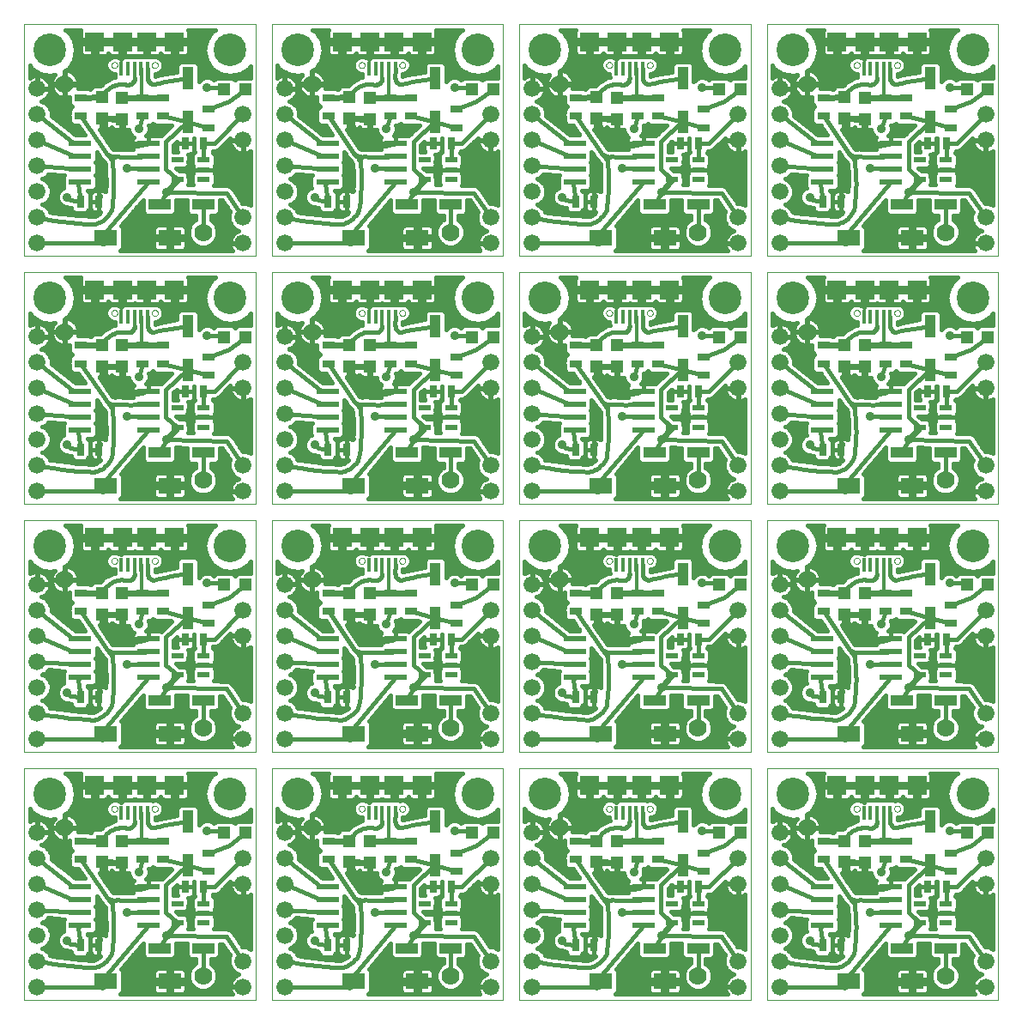
<source format=gtl>
G75*
G70*
%OFA0B0*%
%FSLAX25Y25*%
%IPPOS*%
%LPD*%
%AMOC8*
5,1,8,0,0,1.08239X$1,22.5*
%
%ADD12C,0.07000*%
%ADD13C,0.03560*%
%ADD14C,0.12660*%
%ADD19R,0.04200X0.08600*%
%ADD20C,0.01600*%
%ADD22R,0.09060X0.06300*%
%ADD24C,0.01000*%
%ADD27C,0.00000*%
%ADD30R,0.04720X0.02170*%
%ADD36C,0.01200*%
%ADD38C,0.02400*%
%ADD39R,0.08700X0.02400*%
%ADD41R,0.08600X0.04200*%
%ADD43R,0.03150X0.04720*%
%ADD46R,0.07480X0.07480*%
%ADD47R,0.04720X0.04720*%
%ADD55C,0.06600*%
%ADD56R,0.01570X0.05310*%
%ADD57R,0.04720X0.03150*%
X0011000Y0011000D02*
G75*
%LPD*%
D27*
X0011000Y0011000D02*
X0011000Y0101000D01*
X0100880Y0101000D01*
X0100880Y0011000D01*
X0011000Y0011000D01*
X0044760Y0085140D02*
X0044780Y0085350D01*
X0044840Y0085550D01*
X0044930Y0085750D01*
X0045050Y0085920D01*
X0045200Y0086060D01*
X0045380Y0086180D01*
X0045580Y0086260D01*
X0045780Y0086310D01*
X0045990Y0086320D01*
X0046200Y0086290D01*
X0046400Y0086230D01*
X0046590Y0086120D01*
X0046760Y0085990D01*
X0046890Y0085830D01*
X0047000Y0085650D01*
X0047080Y0085450D01*
X0047120Y0085250D01*
X0047120Y0085030D01*
X0047080Y0084830D01*
X0047000Y0084630D01*
X0046890Y0084450D01*
X0046760Y0084290D01*
X0046590Y0084160D01*
X0046400Y0084050D01*
X0046200Y0083990D01*
X0045990Y0083960D01*
X0045780Y0083970D01*
X0045580Y0084020D01*
X0045380Y0084100D01*
X0045200Y0084220D01*
X0045050Y0084360D01*
X0044930Y0084530D01*
X0044840Y0084730D01*
X0044780Y0084930D01*
X0044760Y0085140D01*
X0060500Y0085140D02*
X0060520Y0085350D01*
X0060580Y0085550D01*
X0060670Y0085750D01*
X0060790Y0085920D01*
X0060940Y0086060D01*
X0061120Y0086180D01*
X0061320Y0086260D01*
X0061520Y0086310D01*
X0061730Y0086320D01*
X0061940Y0086290D01*
X0062140Y0086230D01*
X0062330Y0086120D01*
X0062500Y0085990D01*
X0062630Y0085830D01*
X0062740Y0085650D01*
X0062820Y0085450D01*
X0062860Y0085250D01*
X0062860Y0085030D01*
X0062820Y0084830D01*
X0062740Y0084630D01*
X0062630Y0084450D01*
X0062500Y0084290D01*
X0062330Y0084160D01*
X0062140Y0084050D01*
X0061940Y0083990D01*
X0061730Y0083960D01*
X0061520Y0083970D01*
X0061320Y0084020D01*
X0061120Y0084100D01*
X0060940Y0084220D01*
X0060790Y0084360D01*
X0060670Y0084530D01*
X0060580Y0084730D01*
X0060520Y0084930D01*
X0060500Y0085140D01*
D39*
X0059140Y0054810D03*
X0059140Y0049810D03*
X0059140Y0044810D03*
X0059140Y0039810D03*
X0032640Y0039810D03*
X0032640Y0044810D03*
X0032640Y0049810D03*
X0032640Y0054810D03*
D57*
X0033000Y0065460D03*
X0033000Y0072540D03*
X0057000Y0072540D03*
X0057000Y0065460D03*
X0065000Y0065460D03*
X0065000Y0072540D03*
X0082630Y0067990D03*
X0082630Y0060910D03*
D19*
X0074510Y0063110D03*
X0074510Y0080110D03*
D43*
X0073580Y0054740D03*
X0080670Y0054740D03*
X0039930Y0032140D03*
X0032850Y0032140D03*
D47*
X0041100Y0064370D03*
X0049000Y0064270D03*
X0049000Y0072530D03*
X0041100Y0072630D03*
X0088660Y0075810D03*
X0096930Y0075810D03*
D30*
X0080620Y0048330D03*
X0080620Y0044590D03*
X0080620Y0040850D03*
X0070380Y0040850D03*
X0070380Y0048330D03*
D14*
X0091000Y0091000D03*
X0021000Y0091000D03*
D22*
X0042700Y0018100D03*
X0067500Y0018100D03*
D56*
X0058930Y0083660D03*
X0056370Y0083660D03*
X0053810Y0083660D03*
X0051250Y0083660D03*
X0048690Y0083660D03*
D46*
X0049090Y0094190D03*
X0058530Y0094190D03*
X0069360Y0094190D03*
X0038260Y0094190D03*
D55*
X0016000Y0076000D03*
X0016000Y0066000D03*
X0016000Y0056000D03*
X0016000Y0046000D03*
X0016000Y0036000D03*
X0016000Y0026000D03*
X0016000Y0016000D03*
X0096000Y0016000D03*
X0096000Y0026000D03*
X0096000Y0056000D03*
X0096000Y0066000D03*
D41*
X0080500Y0031000D03*
X0063500Y0031000D03*
D12*
X0080400Y0020200D03*
X0026700Y0077800D03*
D38*
X0033000Y0072540D02*
X0041100Y0072630D01*
X0049000Y0072530D02*
X0057000Y0072540D01*
X0065000Y0072540D01*
X0070380Y0040850D02*
X0066170Y0035900D01*
X0042700Y0018100D02*
X0042720Y0017830D01*
X0042700Y0017570D01*
X0042640Y0017310D01*
X0042540Y0017060D01*
X0042410Y0016830D01*
X0042250Y0016610D01*
X0042060Y0016430D01*
X0041850Y0016270D01*
X0041610Y0016140D01*
X0041360Y0016050D01*
X0041100Y0016000D01*
D36*
X0057000Y0072540D02*
X0056500Y0073040D01*
X0056500Y0083660D01*
X0056370Y0083660D01*
X0053810Y0083660D02*
X0053810Y0080110D01*
X0053800Y0080100D01*
D13*
X0055500Y0060500D03*
X0045380Y0058720D03*
X0051000Y0045000D03*
X0066170Y0035900D03*
X0075480Y0041780D03*
X0075450Y0047290D03*
X0082000Y0076500D03*
X0036380Y0028220D03*
X0027670Y0033930D03*
D20*
X0028960Y0032640D01*
X0032850Y0032140D01*
X0031850Y0039020D01*
X0032640Y0039810D01*
X0035380Y0036510D02*
X0037860Y0036510D01*
X0039090Y0037740D01*
X0039090Y0041880D01*
X0038660Y0042310D01*
X0039090Y0042740D01*
X0039090Y0046880D01*
X0038660Y0047310D01*
X0039090Y0047740D01*
X0039090Y0051350D01*
X0040560Y0049240D01*
X0040630Y0049050D01*
X0040810Y0048850D01*
X0040940Y0048620D01*
X0041040Y0048550D01*
X0041110Y0048450D01*
X0041270Y0048340D01*
X0041990Y0047560D01*
X0042060Y0047320D01*
X0042060Y0047320D01*
X0042470Y0046850D01*
X0042700Y0042380D01*
X0042750Y0039120D01*
X0042560Y0035970D01*
X0042200Y0036180D01*
X0041750Y0036300D01*
X0039930Y0036300D01*
X0038120Y0036300D01*
X0037660Y0036180D01*
X0037250Y0035940D01*
X0036920Y0035610D01*
X0036680Y0035200D01*
X0036560Y0034740D01*
X0036560Y0032140D01*
X0036560Y0029540D01*
X0036680Y0029080D01*
X0036920Y0028670D01*
X0037250Y0028340D01*
X0037660Y0028100D01*
X0038120Y0027980D01*
X0039930Y0027980D01*
X0039930Y0032140D01*
X0036560Y0032140D01*
X0039930Y0032140D01*
X0039930Y0032140D01*
X0039930Y0032140D01*
X0039930Y0036300D01*
X0039930Y0032140D01*
X0039930Y0032140D01*
X0040500Y0034500D01*
X0039930Y0034780D02*
X0039930Y0034780D01*
X0039930Y0033190D02*
X0039930Y0033190D01*
X0039930Y0032140D02*
X0039930Y0027980D01*
X0040610Y0027980D01*
X0040270Y0027590D01*
X0038470Y0026540D01*
X0037770Y0026320D01*
X0032770Y0026620D01*
X0021930Y0027890D01*
X0020990Y0028060D01*
X0020580Y0029060D01*
X0019060Y0030580D01*
X0018040Y0031000D01*
X0019060Y0031420D01*
X0020580Y0032940D01*
X0021400Y0034930D01*
X0021400Y0037070D01*
X0020580Y0039060D01*
X0019060Y0040580D01*
X0018040Y0041000D01*
X0019060Y0041420D01*
X0020410Y0042780D01*
X0026600Y0042330D01*
X0026620Y0042310D01*
X0026190Y0041880D01*
X0026190Y0037740D01*
X0026350Y0037580D01*
X0025470Y0037220D01*
X0024380Y0036130D01*
X0023790Y0034700D01*
X0023790Y0033160D01*
X0024380Y0031730D01*
X0025470Y0030640D01*
X0026900Y0030050D01*
X0027640Y0030050D01*
X0027680Y0030030D01*
X0028020Y0029840D01*
X0028210Y0029810D01*
X0028380Y0029740D01*
X0028770Y0029740D01*
X0029170Y0029690D01*
X0029170Y0028910D01*
X0030400Y0027680D01*
X0035290Y0027680D01*
X0036520Y0028910D01*
X0036520Y0035370D01*
X0035380Y0036510D01*
X0035530Y0036360D02*
X0042590Y0036360D01*
X0042680Y0037950D02*
X0039090Y0037950D01*
X0039090Y0039530D02*
X0042740Y0039530D01*
X0042720Y0041120D02*
X0039090Y0041120D01*
X0039050Y0042700D02*
X0042690Y0042700D01*
X0042600Y0044290D02*
X0039090Y0044290D01*
X0039090Y0045870D02*
X0042520Y0045870D01*
X0042020Y0047460D02*
X0038800Y0047460D01*
X0039090Y0049040D02*
X0040640Y0049040D01*
X0039590Y0050630D02*
X0039090Y0050630D01*
X0043160Y0050580D02*
X0044600Y0049000D01*
X0045300Y0048200D02*
X0045600Y0042500D01*
X0051000Y0045000D02*
X0056000Y0045000D01*
X0059140Y0044810D01*
X0059140Y0039810D02*
X0039000Y0016000D01*
X0041100Y0016000D01*
X0039000Y0016000D02*
X0016000Y0016000D01*
X0020840Y0028440D02*
X0029640Y0028440D01*
X0030790Y0026850D02*
X0039000Y0026850D01*
X0039930Y0028440D02*
X0039930Y0028440D01*
X0039930Y0030020D02*
X0039930Y0030020D01*
X0039930Y0031610D02*
X0039930Y0031610D01*
X0036560Y0031610D02*
X0036520Y0031610D01*
X0038100Y0023400D02*
X0038680Y0023550D01*
X0039250Y0023730D01*
X0039810Y0023950D01*
X0040360Y0024210D01*
X0040880Y0024490D01*
X0041390Y0024810D01*
X0041880Y0025160D01*
X0042340Y0025540D01*
X0042780Y0025950D01*
X0043190Y0026390D01*
X0043580Y0026850D01*
X0043930Y0027330D01*
X0044260Y0027840D01*
X0044550Y0028360D01*
X0044810Y0028900D01*
X0049290Y0023680D02*
X0075960Y0023680D01*
X0075650Y0023370D02*
X0074800Y0021310D01*
X0074800Y0019090D01*
X0075650Y0017030D01*
X0077230Y0015450D01*
X0079290Y0014600D01*
X0081510Y0014600D01*
X0083570Y0015450D01*
X0085150Y0017030D01*
X0086000Y0019090D01*
X0086000Y0021310D01*
X0085150Y0023370D01*
X0083570Y0024950D01*
X0083400Y0025020D01*
X0083400Y0026800D01*
X0085670Y0026800D01*
X0086900Y0028030D01*
X0086900Y0032640D01*
X0087950Y0032630D01*
X0091030Y0028120D01*
X0090600Y0027070D01*
X0090600Y0024930D01*
X0091420Y0022940D01*
X0092940Y0021420D01*
X0094370Y0020830D01*
X0094040Y0020730D01*
X0093330Y0020360D01*
X0092680Y0019890D01*
X0092110Y0019320D01*
X0091640Y0018670D01*
X0091270Y0017960D01*
X0091030Y0017190D01*
X0090900Y0016400D01*
X0090900Y0016180D01*
X0095820Y0016180D01*
X0095820Y0015820D01*
X0090900Y0015820D01*
X0090900Y0015600D01*
X0091030Y0014810D01*
X0091270Y0014040D01*
X0091640Y0013330D01*
X0091800Y0013100D01*
X0048350Y0013100D01*
X0049330Y0014080D01*
X0049330Y0022120D01*
X0048590Y0022850D01*
X0057100Y0032910D01*
X0057100Y0028030D01*
X0058330Y0026800D01*
X0068670Y0026800D01*
X0069900Y0028030D01*
X0069900Y0032940D01*
X0074100Y0032860D01*
X0074100Y0028030D01*
X0075330Y0026800D01*
X0077600Y0026800D01*
X0077600Y0025100D01*
X0077230Y0024950D01*
X0075650Y0023370D01*
X0075120Y0022100D02*
X0073620Y0022100D01*
X0073710Y0021940D02*
X0073470Y0022350D01*
X0073130Y0022690D01*
X0072720Y0022930D01*
X0072270Y0023050D01*
X0068280Y0023050D01*
X0068280Y0018870D01*
X0073830Y0018870D01*
X0073830Y0021490D01*
X0073710Y0021940D01*
X0073830Y0020510D02*
X0074800Y0020510D01*
X0074870Y0018930D02*
X0073830Y0018930D01*
X0073830Y0017330D02*
X0068280Y0017330D01*
X0068280Y0018870D01*
X0066730Y0018870D01*
X0066730Y0017330D01*
X0061170Y0017330D01*
X0061170Y0014710D01*
X0061300Y0014260D01*
X0061530Y0013850D01*
X0061870Y0013510D01*
X0062280Y0013270D01*
X0062740Y0013150D01*
X0066730Y0013150D01*
X0066730Y0017330D01*
X0068280Y0017330D01*
X0068280Y0013150D01*
X0072270Y0013150D01*
X0072720Y0013270D01*
X0073130Y0013510D01*
X0073470Y0013850D01*
X0073710Y0014260D01*
X0073830Y0014710D01*
X0073830Y0017330D01*
X0073830Y0015760D02*
X0076930Y0015760D01*
X0075520Y0017340D02*
X0068280Y0017340D01*
X0066730Y0017340D02*
X0049330Y0017340D01*
X0049330Y0015760D02*
X0061170Y0015760D01*
X0061350Y0014170D02*
X0049330Y0014170D01*
X0049330Y0018930D02*
X0061170Y0018930D01*
X0061170Y0018870D02*
X0066730Y0018870D01*
X0066730Y0023050D01*
X0062740Y0023050D01*
X0062280Y0022930D01*
X0061870Y0022690D01*
X0061530Y0022350D01*
X0061300Y0021940D01*
X0061170Y0021490D01*
X0061170Y0018870D01*
X0061170Y0020510D02*
X0049330Y0020510D01*
X0049330Y0022100D02*
X0061380Y0022100D01*
X0058280Y0026850D02*
X0051980Y0026850D01*
X0050640Y0025270D02*
X0077600Y0025270D01*
X0075280Y0026850D02*
X0068720Y0026850D01*
X0069900Y0028440D02*
X0074100Y0028440D01*
X0074100Y0030020D02*
X0069900Y0030020D01*
X0069900Y0031610D02*
X0074100Y0031610D01*
X0080500Y0031000D02*
X0080500Y0020200D01*
X0080400Y0020200D01*
X0084840Y0023680D02*
X0091120Y0023680D01*
X0092270Y0022100D02*
X0085680Y0022100D01*
X0086000Y0020510D02*
X0093620Y0020510D01*
X0091820Y0018930D02*
X0085930Y0018930D01*
X0085280Y0017340D02*
X0091070Y0017340D01*
X0090900Y0015760D02*
X0083870Y0015760D01*
X0091230Y0014170D02*
X0073660Y0014170D01*
X0068280Y0014170D02*
X0066730Y0014170D01*
X0066730Y0015760D02*
X0068280Y0015760D01*
X0068280Y0018930D02*
X0066730Y0018930D01*
X0066730Y0020510D02*
X0068280Y0020510D01*
X0068280Y0022100D02*
X0066730Y0022100D01*
X0063500Y0031000D02*
X0066170Y0035900D01*
X0089500Y0035500D01*
X0096000Y0026000D01*
X0090600Y0025270D02*
X0083400Y0025270D01*
X0085720Y0026850D02*
X0090600Y0026850D01*
X0090820Y0028440D02*
X0086900Y0028440D01*
X0086900Y0030020D02*
X0089740Y0030020D01*
X0088650Y0031610D02*
X0086900Y0031610D01*
X0092430Y0036360D02*
X0098780Y0036360D01*
X0098780Y0037950D02*
X0091150Y0037950D01*
X0091180Y0037930D02*
X0090880Y0038060D01*
X0090600Y0038240D01*
X0090360Y0038290D01*
X0090130Y0038390D01*
X0089790Y0038400D01*
X0089470Y0038460D01*
X0089220Y0038410D01*
X0084670Y0038480D01*
X0085080Y0038900D01*
X0085080Y0042800D01*
X0084750Y0043140D01*
X0084780Y0043270D01*
X0084780Y0044590D01*
X0084780Y0045910D01*
X0084750Y0046040D01*
X0085080Y0046380D01*
X0085080Y0050280D01*
X0084100Y0051260D01*
X0084340Y0051500D01*
X0084340Y0051840D01*
X0085310Y0051840D01*
X0086380Y0052280D01*
X0090970Y0056870D01*
X0090900Y0056400D01*
X0090900Y0056180D01*
X0095820Y0056180D01*
X0095820Y0055820D01*
X0096180Y0055820D01*
X0096180Y0050900D01*
X0096400Y0050900D01*
X0097190Y0051030D01*
X0097960Y0051270D01*
X0098670Y0051640D01*
X0098780Y0051720D01*
X0098780Y0030690D01*
X0097070Y0031400D01*
X0095820Y0031400D01*
X0092080Y0036870D01*
X0091990Y0037100D01*
X0091760Y0037340D01*
X0091570Y0037610D01*
X0091360Y0037750D01*
X0091180Y0037930D01*
X0093510Y0034780D02*
X0098780Y0034780D01*
X0098780Y0033190D02*
X0094590Y0033190D01*
X0095680Y0031610D02*
X0098780Y0031610D01*
X0098780Y0039530D02*
X0085080Y0039530D01*
X0085080Y0041120D02*
X0098780Y0041120D01*
X0098780Y0042700D02*
X0085080Y0042700D01*
X0084780Y0044290D02*
X0098780Y0044290D01*
X0098780Y0045870D02*
X0084780Y0045870D01*
X0084780Y0044590D02*
X0080620Y0044590D01*
X0080620Y0044590D01*
X0084780Y0044590D01*
X0085080Y0047460D02*
X0098780Y0047460D01*
X0098780Y0049040D02*
X0085080Y0049040D01*
X0084740Y0050630D02*
X0098780Y0050630D01*
X0095820Y0050900D02*
X0095820Y0055820D01*
X0090900Y0055820D01*
X0090900Y0055600D01*
X0091030Y0054810D01*
X0091270Y0054040D01*
X0091640Y0053330D01*
X0092110Y0052680D01*
X0092680Y0052110D01*
X0093330Y0051640D01*
X0094040Y0051270D01*
X0094810Y0051030D01*
X0095600Y0050900D01*
X0095820Y0050900D01*
X0095820Y0052210D02*
X0096180Y0052210D01*
X0096180Y0053800D02*
X0095820Y0053800D01*
X0095820Y0055380D02*
X0096180Y0055380D01*
X0092580Y0052210D02*
X0086220Y0052210D01*
X0087900Y0053800D02*
X0091400Y0053800D01*
X0090930Y0055380D02*
X0089480Y0055380D01*
X0084740Y0054740D02*
X0096000Y0066000D01*
X0090500Y0071000D02*
X0096930Y0075810D01*
X0092790Y0079370D02*
X0091890Y0080270D01*
X0085430Y0080270D01*
X0084570Y0079420D01*
X0084200Y0079790D01*
X0082770Y0080380D01*
X0081230Y0080380D01*
X0079800Y0079790D01*
X0078710Y0078700D01*
X0078710Y0085280D01*
X0077480Y0086510D01*
X0071540Y0086510D01*
X0070310Y0085280D01*
X0070310Y0082530D01*
X0063800Y0081360D01*
X0061820Y0080860D01*
X0061820Y0081850D01*
X0062340Y0081850D01*
X0063540Y0082350D01*
X0064470Y0083280D01*
X0064970Y0084480D01*
X0064970Y0085790D01*
X0064470Y0086990D01*
X0063540Y0087920D01*
X0062340Y0088420D01*
X0061030Y0088420D01*
X0060720Y0088290D01*
X0060590Y0088420D01*
X0049590Y0088420D01*
X0049290Y0088120D01*
X0048690Y0088120D01*
X0047670Y0088120D01*
X0047450Y0088060D01*
X0046590Y0088420D01*
X0045280Y0088420D01*
X0044080Y0087920D01*
X0043150Y0086990D01*
X0042650Y0085790D01*
X0042650Y0084480D01*
X0043150Y0083280D01*
X0044080Y0082350D01*
X0045280Y0081850D01*
X0046100Y0081850D01*
X0046100Y0080760D01*
X0046200Y0080420D01*
X0045440Y0080320D01*
X0041920Y0078500D01*
X0041920Y0078500D01*
X0040610Y0077100D01*
X0037870Y0077100D01*
X0036660Y0075880D01*
X0036570Y0075880D01*
X0036230Y0076220D01*
X0031760Y0076220D01*
X0031870Y0076560D01*
X0032000Y0077380D01*
X0032000Y0077600D01*
X0026900Y0077600D01*
X0026900Y0078000D01*
X0026500Y0078000D01*
X0026500Y0082840D01*
X0028100Y0083900D01*
X0030270Y0087160D01*
X0031040Y0091000D01*
X0030270Y0094840D01*
X0028100Y0098100D01*
X0026890Y0098900D01*
X0033000Y0098900D01*
X0032840Y0098630D01*
X0032720Y0098170D01*
X0032720Y0094990D01*
X0037460Y0094990D01*
X0037460Y0093390D01*
X0039060Y0093390D01*
X0039060Y0094990D01*
X0048290Y0094990D01*
X0048290Y0093390D01*
X0049890Y0093390D01*
X0049890Y0094990D01*
X0054630Y0094990D01*
X0057730Y0094990D01*
X0057730Y0093390D01*
X0049890Y0093390D01*
X0049890Y0088650D01*
X0053060Y0088650D01*
X0053520Y0088770D01*
X0053810Y0088940D01*
X0054100Y0088770D01*
X0054560Y0088650D01*
X0057730Y0088650D01*
X0057730Y0093390D01*
X0059330Y0093390D01*
X0059330Y0088650D01*
X0062510Y0088650D01*
X0062970Y0088770D01*
X0063380Y0089010D01*
X0063710Y0089340D01*
X0063950Y0089750D01*
X0064180Y0089340D01*
X0064520Y0089010D01*
X0064930Y0088770D01*
X0065380Y0088650D01*
X0068560Y0088650D01*
X0068560Y0093390D01*
X0059330Y0093390D01*
X0059330Y0094990D01*
X0064070Y0094990D01*
X0068560Y0094990D01*
X0068560Y0093390D01*
X0070160Y0093390D01*
X0070160Y0088650D01*
X0073340Y0088650D01*
X0073800Y0088770D01*
X0074210Y0089010D01*
X0074540Y0089340D01*
X0074780Y0089760D01*
X0074900Y0090210D01*
X0074900Y0093390D01*
X0070160Y0093390D01*
X0070160Y0094990D01*
X0074900Y0094990D01*
X0074900Y0098170D01*
X0074780Y0098630D01*
X0074620Y0098900D01*
X0085110Y0098900D01*
X0083900Y0098100D01*
X0081730Y0094840D01*
X0080960Y0091000D01*
X0081730Y0087160D01*
X0083900Y0083900D01*
X0087160Y0081730D01*
X0091000Y0080960D01*
X0094840Y0081730D01*
X0098100Y0083900D01*
X0098780Y0084930D01*
X0098780Y0080270D01*
X0093700Y0080270D01*
X0092790Y0079370D01*
X0095740Y0082330D02*
X0098780Y0082330D01*
X0098780Y0083910D02*
X0098100Y0083910D01*
X0098780Y0080740D02*
X0078710Y0080740D01*
X0078710Y0079160D02*
X0079170Y0079160D01*
X0082000Y0076500D02*
X0087970Y0076500D01*
X0088660Y0075810D01*
X0090500Y0071000D02*
X0082630Y0067990D01*
X0082630Y0060910D02*
X0074510Y0063110D01*
X0065000Y0065460D01*
X0067790Y0061780D02*
X0061770Y0061780D01*
X0061000Y0062550D01*
X0060230Y0061780D01*
X0059170Y0061780D01*
X0059380Y0061270D01*
X0059380Y0059730D01*
X0058790Y0058300D01*
X0058300Y0057810D01*
X0059140Y0057810D01*
X0059140Y0054810D01*
X0059140Y0054810D01*
X0059140Y0057810D01*
X0063730Y0057810D01*
X0064110Y0057710D01*
X0064360Y0057960D01*
X0064400Y0057980D01*
X0068320Y0061650D01*
X0067790Y0061780D01*
X0068040Y0061720D02*
X0059200Y0061720D01*
X0059380Y0060140D02*
X0066700Y0060140D01*
X0065010Y0058550D02*
X0058890Y0058550D01*
X0059140Y0056970D02*
X0059140Y0056970D01*
X0059140Y0055380D02*
X0059140Y0055380D01*
X0059140Y0054810D02*
X0059140Y0054810D01*
X0052990Y0054810D01*
X0052990Y0056250D01*
X0053110Y0056700D01*
X0053350Y0057120D01*
X0053400Y0057170D01*
X0053300Y0057210D01*
X0052210Y0058300D01*
X0051620Y0059730D01*
X0051620Y0060110D01*
X0051600Y0060100D01*
X0049380Y0060100D01*
X0049380Y0063880D01*
X0048620Y0063880D01*
X0048620Y0060100D01*
X0046400Y0060100D01*
X0045940Y0060230D01*
X0045530Y0060460D01*
X0045200Y0060800D01*
X0045020Y0061100D01*
X0044900Y0060900D01*
X0044570Y0060560D01*
X0044160Y0060330D01*
X0043700Y0060200D01*
X0041480Y0060200D01*
X0041480Y0063980D01*
X0040720Y0063980D01*
X0040720Y0060200D01*
X0040050Y0060200D01*
X0040440Y0059630D01*
X0045210Y0052710D01*
X0045630Y0052550D01*
X0046160Y0052510D01*
X0046310Y0052530D01*
X0046620Y0052630D01*
X0046810Y0052620D01*
X0046990Y0052660D01*
X0047350Y0052590D01*
X0050120Y0052450D01*
X0053290Y0052480D01*
X0053340Y0052530D01*
X0053110Y0052920D01*
X0052990Y0053370D01*
X0052990Y0054810D01*
X0059140Y0054810D01*
X0055500Y0060500D02*
X0057000Y0065460D01*
X0049710Y0053910D02*
X0049070Y0054210D01*
X0048440Y0054550D01*
X0047840Y0054920D01*
X0047260Y0055330D01*
X0046700Y0055770D01*
X0046170Y0056240D01*
X0045670Y0056740D01*
X0045190Y0057260D01*
X0044750Y0057810D01*
X0044330Y0058390D01*
X0043950Y0058990D01*
X0043610Y0059600D01*
X0043600Y0059600D02*
X0041100Y0064370D01*
X0049000Y0064270D01*
X0048620Y0064650D02*
X0048620Y0063890D01*
X0045260Y0063890D01*
X0045260Y0063990D01*
X0041480Y0063990D01*
X0041480Y0064750D01*
X0044840Y0064750D01*
X0044840Y0064650D01*
X0048620Y0064650D01*
X0048620Y0063310D02*
X0049380Y0063310D01*
X0049380Y0061720D02*
X0048620Y0061720D01*
X0048620Y0060140D02*
X0049380Y0060140D01*
X0052110Y0058550D02*
X0041190Y0058550D01*
X0042280Y0056970D02*
X0053260Y0056970D01*
X0052990Y0055380D02*
X0043370Y0055380D01*
X0044470Y0053800D02*
X0052990Y0053800D01*
X0047000Y0049700D02*
X0046600Y0049630D01*
X0046190Y0049600D01*
X0045790Y0049610D01*
X0045380Y0049650D01*
X0044980Y0049720D01*
X0044590Y0049830D01*
X0044210Y0049970D01*
X0043840Y0050140D01*
X0043490Y0050340D01*
X0043160Y0050580D01*
X0044610Y0049000D02*
X0044680Y0048790D01*
X0044800Y0048610D01*
X0044940Y0048440D01*
X0045110Y0048300D01*
X0045300Y0048200D01*
X0034430Y0058110D02*
X0030740Y0058110D01*
X0021400Y0065450D01*
X0021400Y0067070D01*
X0020580Y0069060D01*
X0019060Y0070580D01*
X0017630Y0071170D01*
X0017960Y0071270D01*
X0018670Y0071640D01*
X0019320Y0072110D01*
X0019890Y0072680D01*
X0020360Y0073330D01*
X0020730Y0074040D01*
X0020970Y0074810D01*
X0021100Y0075600D01*
X0021100Y0075820D01*
X0016180Y0075820D01*
X0016180Y0076180D01*
X0015820Y0076180D01*
X0015820Y0081100D01*
X0015600Y0081100D01*
X0014810Y0080970D01*
X0014040Y0080730D01*
X0013330Y0080360D01*
X0013100Y0080200D01*
X0013100Y0085100D01*
X0013900Y0083900D01*
X0017160Y0081730D01*
X0021000Y0080960D01*
X0022710Y0081300D01*
X0022660Y0081250D01*
X0022170Y0080580D01*
X0021790Y0079830D01*
X0021530Y0079040D01*
X0021400Y0078220D01*
X0021400Y0078000D01*
X0026500Y0078000D01*
X0026500Y0077600D01*
X0021400Y0077600D01*
X0021400Y0077380D01*
X0021530Y0076560D01*
X0021790Y0075770D01*
X0022170Y0075020D01*
X0022660Y0074350D01*
X0023250Y0073760D01*
X0023920Y0073270D01*
X0024670Y0072890D01*
X0025460Y0072630D01*
X0026280Y0072500D01*
X0026500Y0072500D01*
X0026500Y0077600D01*
X0026900Y0077600D01*
X0026900Y0072500D01*
X0027120Y0072500D01*
X0027940Y0072630D01*
X0028540Y0072820D01*
X0028540Y0070100D01*
X0029640Y0069000D01*
X0028540Y0067900D01*
X0028540Y0066850D01*
X0028360Y0066180D01*
X0028490Y0065160D01*
X0028540Y0065070D01*
X0028540Y0063010D01*
X0029770Y0061780D01*
X0031970Y0061780D01*
X0034430Y0058110D01*
X0034130Y0058550D02*
X0030180Y0058550D01*
X0028160Y0060140D02*
X0033070Y0060140D01*
X0032010Y0061720D02*
X0026140Y0061720D01*
X0024120Y0063310D02*
X0028540Y0063310D01*
X0028540Y0064890D02*
X0022110Y0064890D01*
X0021400Y0066480D02*
X0028430Y0066480D01*
X0028700Y0068060D02*
X0020990Y0068060D01*
X0019990Y0069650D02*
X0028990Y0069650D01*
X0028540Y0071230D02*
X0017820Y0071230D01*
X0019990Y0072820D02*
X0024890Y0072820D01*
X0026500Y0072820D02*
X0026900Y0072820D01*
X0028510Y0072820D02*
X0028540Y0072820D01*
X0026900Y0074400D02*
X0026500Y0074400D01*
X0026500Y0075990D02*
X0026900Y0075990D01*
X0026900Y0077570D02*
X0026500Y0077570D01*
X0026900Y0078000D02*
X0026900Y0083100D01*
X0027120Y0083100D01*
X0027940Y0082970D01*
X0028730Y0082710D01*
X0029480Y0082330D01*
X0030150Y0081840D01*
X0030740Y0081250D01*
X0031230Y0080580D01*
X0031610Y0079830D01*
X0031870Y0079040D01*
X0032000Y0078220D01*
X0032000Y0078000D01*
X0026900Y0078000D01*
X0026900Y0079160D02*
X0026500Y0079160D01*
X0026500Y0080740D02*
X0026900Y0080740D01*
X0026900Y0082330D02*
X0026500Y0082330D01*
X0028100Y0083910D02*
X0042890Y0083910D01*
X0044150Y0082330D02*
X0029490Y0082330D01*
X0031120Y0080740D02*
X0046110Y0080740D01*
X0045440Y0080320D02*
X0045440Y0080320D01*
X0043180Y0079160D02*
X0031830Y0079160D01*
X0032000Y0077570D02*
X0041050Y0077570D01*
X0036760Y0075990D02*
X0036470Y0075990D01*
X0042650Y0085500D02*
X0029160Y0085500D01*
X0030220Y0087080D02*
X0043240Y0087080D01*
X0042690Y0088770D02*
X0043100Y0089010D01*
X0043440Y0089340D01*
X0043670Y0089750D01*
X0043910Y0089340D01*
X0044240Y0089010D01*
X0044650Y0088770D01*
X0045110Y0088650D01*
X0048290Y0088650D01*
X0048290Y0093390D01*
X0043550Y0093390D01*
X0039060Y0093390D01*
X0039060Y0088650D01*
X0042240Y0088650D01*
X0042690Y0088770D01*
X0042290Y0088670D02*
X0045050Y0088670D01*
X0048290Y0088670D02*
X0049890Y0088670D01*
X0048690Y0088120D02*
X0048690Y0087510D01*
X0048690Y0088120D01*
X0048690Y0087510D02*
X0048690Y0087510D01*
X0048290Y0090250D02*
X0049890Y0090250D01*
X0049890Y0091840D02*
X0048290Y0091840D01*
X0048290Y0093420D02*
X0039060Y0093420D01*
X0039060Y0091840D02*
X0037460Y0091840D01*
X0037460Y0093390D02*
X0037460Y0088650D01*
X0034280Y0088650D01*
X0033820Y0088770D01*
X0033410Y0089010D01*
X0033080Y0089340D01*
X0032840Y0089760D01*
X0032720Y0090210D01*
X0032720Y0093390D01*
X0037460Y0093390D01*
X0037460Y0093420D02*
X0030560Y0093420D01*
X0030870Y0091840D02*
X0032720Y0091840D01*
X0032720Y0090250D02*
X0030890Y0090250D01*
X0030570Y0088670D02*
X0034230Y0088670D01*
X0037460Y0088670D02*
X0039060Y0088670D01*
X0039060Y0090250D02*
X0037460Y0090250D01*
X0032720Y0095010D02*
X0030160Y0095010D01*
X0029100Y0096590D02*
X0032720Y0096590D01*
X0032720Y0098180D02*
X0027980Y0098180D01*
X0013900Y0083910D02*
X0013100Y0083910D01*
X0013100Y0082330D02*
X0016260Y0082330D01*
X0016180Y0081100D02*
X0016180Y0076180D01*
X0021100Y0076180D01*
X0021100Y0076400D01*
X0020970Y0077190D01*
X0020730Y0077960D01*
X0020360Y0078670D01*
X0019890Y0079320D01*
X0019320Y0079890D01*
X0018670Y0080360D01*
X0017960Y0080730D01*
X0017190Y0080970D01*
X0016400Y0081100D01*
X0016180Y0081100D01*
X0016180Y0080740D02*
X0015820Y0080740D01*
X0015820Y0079160D02*
X0016180Y0079160D01*
X0016180Y0077570D02*
X0015820Y0077570D01*
X0016180Y0075990D02*
X0021720Y0075990D01*
X0020840Y0074400D02*
X0022620Y0074400D01*
X0021400Y0077570D02*
X0020850Y0077570D01*
X0021570Y0079160D02*
X0020010Y0079160D01*
X0017920Y0080740D02*
X0022280Y0080740D01*
X0014080Y0080740D02*
X0013100Y0080740D01*
X0016000Y0066000D02*
X0030000Y0055000D01*
X0032640Y0054810D01*
X0032640Y0049810D02*
X0030000Y0050000D01*
X0016000Y0056000D01*
X0016000Y0046000D02*
X0032640Y0044810D01*
X0026190Y0041120D02*
X0018320Y0041120D01*
X0020110Y0039530D02*
X0026190Y0039530D01*
X0026190Y0037950D02*
X0021040Y0037950D01*
X0021400Y0036360D02*
X0024610Y0036360D01*
X0023820Y0034780D02*
X0021340Y0034780D01*
X0020680Y0033190D02*
X0023790Y0033190D01*
X0024510Y0031610D02*
X0019240Y0031610D01*
X0019620Y0030020D02*
X0027700Y0030020D01*
X0036050Y0028440D02*
X0037160Y0028440D01*
X0036560Y0030020D02*
X0036520Y0030020D01*
X0036520Y0033190D02*
X0036560Y0033190D01*
X0036520Y0034780D02*
X0036570Y0034780D01*
X0021490Y0042700D02*
X0020340Y0042700D01*
X0045610Y0042500D02*
X0045650Y0040800D01*
X0045660Y0039090D01*
X0045620Y0037390D01*
X0045540Y0035680D01*
X0045420Y0033980D01*
X0045260Y0032280D01*
X0045050Y0030590D01*
X0044810Y0028900D01*
X0053320Y0028440D02*
X0057100Y0028440D01*
X0057100Y0030020D02*
X0054660Y0030020D01*
X0056000Y0031610D02*
X0057100Y0031610D01*
X0066000Y0044730D02*
X0070380Y0040850D01*
X0071260Y0044030D02*
X0071100Y0044080D01*
X0069900Y0045150D01*
X0073610Y0045150D01*
X0074840Y0046380D01*
X0074840Y0050280D01*
X0074550Y0050570D01*
X0075390Y0050570D01*
X0075850Y0050700D01*
X0076260Y0050930D01*
X0076600Y0051270D01*
X0076830Y0051680D01*
X0076960Y0052140D01*
X0076960Y0054740D01*
X0076960Y0056710D01*
X0076990Y0056710D01*
X0076990Y0051500D01*
X0077190Y0051310D01*
X0076160Y0050280D01*
X0076160Y0046380D01*
X0076490Y0046040D01*
X0076460Y0045910D01*
X0076460Y0044590D01*
X0076460Y0043270D01*
X0076490Y0043140D01*
X0076160Y0042800D01*
X0076160Y0038900D01*
X0076430Y0038620D01*
X0074600Y0038660D01*
X0074840Y0038900D01*
X0074840Y0042800D01*
X0073610Y0044030D01*
X0071260Y0044030D01*
X0070880Y0044290D02*
X0076460Y0044290D01*
X0076460Y0044590D02*
X0080620Y0044590D01*
X0080620Y0044590D01*
X0076460Y0044590D01*
X0076460Y0045870D02*
X0074340Y0045870D01*
X0074840Y0047460D02*
X0076160Y0047460D01*
X0076160Y0049040D02*
X0074840Y0049040D01*
X0075580Y0050630D02*
X0076500Y0050630D01*
X0076960Y0052210D02*
X0076990Y0052210D01*
X0076960Y0053800D02*
X0076990Y0053800D01*
X0076960Y0054740D02*
X0073580Y0054740D01*
X0073580Y0054740D01*
X0070210Y0054740D01*
X0070210Y0055470D01*
X0068900Y0054240D01*
X0068900Y0051510D01*
X0070420Y0051510D01*
X0070330Y0051680D01*
X0070210Y0052140D01*
X0070210Y0054740D01*
X0073580Y0054740D01*
X0076960Y0054740D01*
X0076960Y0055380D02*
X0076990Y0055380D01*
X0073580Y0054740D02*
X0073580Y0054740D01*
X0070210Y0055380D02*
X0070110Y0055380D01*
X0070210Y0053800D02*
X0068900Y0053800D01*
X0068900Y0052210D02*
X0070210Y0052210D01*
X0066000Y0055500D02*
X0066000Y0044730D01*
X0074840Y0042700D02*
X0076160Y0042700D01*
X0076160Y0041120D02*
X0074840Y0041120D01*
X0074840Y0039530D02*
X0076160Y0039530D01*
X0080620Y0048330D02*
X0080670Y0048380D01*
X0080670Y0054740D01*
X0084740Y0054740D01*
X0074510Y0063110D02*
X0074110Y0063110D01*
X0066000Y0055500D01*
X0059140Y0054810D02*
X0058390Y0054550D01*
X0057620Y0054320D01*
X0056850Y0054130D01*
X0056060Y0053970D01*
X0055280Y0053840D01*
X0054480Y0053750D01*
X0053690Y0053690D01*
X0052890Y0053660D01*
X0052090Y0053670D01*
X0051290Y0053710D01*
X0050490Y0053790D01*
X0049700Y0053900D01*
X0046280Y0060140D02*
X0040100Y0060140D01*
X0040720Y0061720D02*
X0041480Y0061720D01*
X0041480Y0063310D02*
X0040720Y0063310D01*
X0041100Y0072640D02*
X0041340Y0073140D01*
X0041610Y0073630D01*
X0041910Y0074100D01*
X0042240Y0074550D01*
X0042600Y0074970D01*
X0042980Y0075380D01*
X0043390Y0075750D01*
X0043830Y0076100D01*
X0044290Y0076420D01*
X0044760Y0076710D01*
X0045260Y0076960D01*
X0045770Y0077190D01*
X0046290Y0077380D01*
X0046830Y0077530D01*
X0047380Y0077650D01*
X0047930Y0077730D01*
X0048480Y0077780D01*
X0049040Y0077790D01*
X0049600Y0077760D01*
X0050150Y0077700D01*
X0050700Y0077600D01*
X0050700Y0077610D02*
X0051000Y0077560D01*
X0051310Y0077550D01*
X0051610Y0077580D01*
X0051910Y0077640D01*
X0052190Y0077730D01*
X0052470Y0077860D01*
X0052730Y0078030D01*
X0052960Y0078220D01*
X0053170Y0078430D01*
X0053360Y0078670D01*
X0053510Y0078930D01*
X0053640Y0079210D01*
X0053730Y0079500D01*
X0053780Y0079800D01*
X0053800Y0080100D01*
X0058900Y0080200D02*
X0058930Y0083660D01*
X0058900Y0080200D02*
X0058920Y0079900D01*
X0058970Y0079600D01*
X0059060Y0079310D01*
X0059180Y0079030D01*
X0059340Y0078770D01*
X0059520Y0078530D01*
X0059740Y0078310D01*
X0059980Y0078120D01*
X0060240Y0077970D01*
X0060510Y0077840D01*
X0060800Y0077750D01*
X0061100Y0077700D01*
X0063800Y0081360D02*
X0063800Y0081360D01*
X0063470Y0082330D02*
X0069190Y0082330D01*
X0070310Y0083910D02*
X0064730Y0083910D01*
X0064970Y0085500D02*
X0070530Y0085500D01*
X0070160Y0088670D02*
X0068560Y0088670D01*
X0068560Y0090250D02*
X0070160Y0090250D01*
X0070160Y0091840D02*
X0068560Y0091840D01*
X0068560Y0093420D02*
X0059330Y0093420D01*
X0059330Y0091840D02*
X0057730Y0091840D01*
X0057730Y0093420D02*
X0049890Y0093420D01*
X0053120Y0088670D02*
X0054500Y0088670D01*
X0057730Y0088670D02*
X0059330Y0088670D01*
X0059330Y0090250D02*
X0057730Y0090250D01*
X0062570Y0088670D02*
X0065330Y0088670D01*
X0064380Y0087080D02*
X0081780Y0087080D01*
X0082840Y0085500D02*
X0078490Y0085500D01*
X0078710Y0083910D02*
X0083900Y0083910D01*
X0086260Y0082330D02*
X0078710Y0082330D01*
X0081430Y0088670D02*
X0073390Y0088670D01*
X0074900Y0090250D02*
X0081110Y0090250D01*
X0081130Y0091840D02*
X0074900Y0091840D01*
X0074900Y0095010D02*
X0081840Y0095010D01*
X0082900Y0096590D02*
X0074900Y0096590D01*
X0074900Y0098180D02*
X0084020Y0098180D01*
X0081440Y0093420D02*
X0070160Y0093420D01*
X0059140Y0049810D02*
X0057410Y0049680D01*
X0055670Y0049590D01*
X0053940Y0049540D01*
X0052200Y0049520D01*
X0050470Y0049540D01*
X0048730Y0049600D01*
X0047000Y0049700D01*
X0061090Y0077700D02*
X0063310Y0078230D01*
X0065530Y0078700D01*
X0067760Y0079130D01*
X0070000Y0079500D01*
X0072250Y0079830D01*
X0074500Y0080110D01*
X0038100Y0023400D02*
X0034930Y0023560D01*
X0031750Y0023790D01*
X0028580Y0024090D01*
X0025420Y0024460D01*
X0022270Y0024910D01*
X0019130Y0025420D01*
X0016000Y0026000D01*
X0043170Y0050590D02*
X0033010Y0065460D01*
D24*
X0033000Y0065460D02*
X0031000Y0066000D01*
X0080620Y0040850D02*
X0081000Y0041000D01*
X0011000Y0107250D02*
G75*
%LPD*%
D27*
X0011000Y0107250D02*
X0011000Y0197250D01*
X0100880Y0197250D01*
X0100880Y0107250D01*
X0011000Y0107250D01*
X0044760Y0181390D02*
X0044780Y0181600D01*
X0044840Y0181800D01*
X0044930Y0182000D01*
X0045050Y0182170D01*
X0045200Y0182310D01*
X0045380Y0182430D01*
X0045580Y0182510D01*
X0045780Y0182560D01*
X0045990Y0182570D01*
X0046200Y0182540D01*
X0046400Y0182480D01*
X0046590Y0182370D01*
X0046760Y0182240D01*
X0046890Y0182080D01*
X0047000Y0181900D01*
X0047080Y0181700D01*
X0047120Y0181500D01*
X0047120Y0181280D01*
X0047080Y0181080D01*
X0047000Y0180880D01*
X0046890Y0180700D01*
X0046760Y0180540D01*
X0046590Y0180410D01*
X0046400Y0180300D01*
X0046200Y0180240D01*
X0045990Y0180210D01*
X0045780Y0180220D01*
X0045580Y0180270D01*
X0045380Y0180350D01*
X0045200Y0180470D01*
X0045050Y0180610D01*
X0044930Y0180780D01*
X0044840Y0180980D01*
X0044780Y0181180D01*
X0044760Y0181390D01*
X0060500Y0181390D02*
X0060520Y0181600D01*
X0060580Y0181800D01*
X0060670Y0182000D01*
X0060790Y0182170D01*
X0060940Y0182310D01*
X0061120Y0182430D01*
X0061320Y0182510D01*
X0061520Y0182560D01*
X0061730Y0182570D01*
X0061940Y0182540D01*
X0062140Y0182480D01*
X0062330Y0182370D01*
X0062500Y0182240D01*
X0062630Y0182080D01*
X0062740Y0181900D01*
X0062820Y0181700D01*
X0062860Y0181500D01*
X0062860Y0181280D01*
X0062820Y0181080D01*
X0062740Y0180880D01*
X0062630Y0180700D01*
X0062500Y0180540D01*
X0062330Y0180410D01*
X0062140Y0180300D01*
X0061940Y0180240D01*
X0061730Y0180210D01*
X0061520Y0180220D01*
X0061320Y0180270D01*
X0061120Y0180350D01*
X0060940Y0180470D01*
X0060790Y0180610D01*
X0060670Y0180780D01*
X0060580Y0180980D01*
X0060520Y0181180D01*
X0060500Y0181390D01*
D39*
X0059140Y0151060D03*
X0059140Y0146060D03*
X0059140Y0141060D03*
X0059140Y0136060D03*
X0032640Y0136060D03*
X0032640Y0141060D03*
X0032640Y0146060D03*
X0032640Y0151060D03*
D57*
X0033000Y0161710D03*
X0033000Y0168790D03*
X0057000Y0168790D03*
X0057000Y0161710D03*
X0065000Y0161710D03*
X0065000Y0168790D03*
X0082630Y0164240D03*
X0082630Y0157160D03*
D19*
X0074510Y0159360D03*
X0074510Y0176360D03*
D43*
X0073580Y0150990D03*
X0080670Y0150990D03*
X0039930Y0128390D03*
X0032850Y0128390D03*
D47*
X0041100Y0160620D03*
X0049000Y0160520D03*
X0049000Y0168780D03*
X0041100Y0168880D03*
X0088660Y0172060D03*
X0096930Y0172060D03*
D30*
X0080620Y0144580D03*
X0080620Y0140840D03*
X0080620Y0137100D03*
X0070380Y0137100D03*
X0070380Y0144580D03*
D14*
X0091000Y0187250D03*
X0021000Y0187250D03*
D22*
X0042700Y0114350D03*
X0067500Y0114350D03*
D56*
X0058930Y0179910D03*
X0056370Y0179910D03*
X0053810Y0179910D03*
X0051250Y0179910D03*
X0048690Y0179910D03*
D46*
X0049090Y0190440D03*
X0058530Y0190440D03*
X0069360Y0190440D03*
X0038260Y0190440D03*
D55*
X0016000Y0172250D03*
X0016000Y0162250D03*
X0016000Y0152250D03*
X0016000Y0142250D03*
X0016000Y0132250D03*
X0016000Y0122250D03*
X0016000Y0112250D03*
X0096000Y0112250D03*
X0096000Y0122250D03*
X0096000Y0152250D03*
X0096000Y0162250D03*
D41*
X0080500Y0127250D03*
X0063500Y0127250D03*
D12*
X0080400Y0116450D03*
X0026700Y0174050D03*
D38*
X0033000Y0168790D02*
X0041100Y0168880D01*
X0049000Y0168780D02*
X0057000Y0168790D01*
X0065000Y0168790D01*
X0070380Y0137100D02*
X0066170Y0132150D01*
X0042700Y0114350D02*
X0042720Y0114080D01*
X0042700Y0113820D01*
X0042640Y0113560D01*
X0042540Y0113310D01*
X0042410Y0113080D01*
X0042250Y0112860D01*
X0042060Y0112680D01*
X0041850Y0112520D01*
X0041610Y0112390D01*
X0041360Y0112300D01*
X0041100Y0112250D01*
D36*
X0057000Y0168790D02*
X0056500Y0169290D01*
X0056500Y0179910D01*
X0056370Y0179910D01*
X0053810Y0179910D02*
X0053810Y0176360D01*
X0053800Y0176350D01*
D13*
X0055500Y0156750D03*
X0045380Y0154970D03*
X0051000Y0141250D03*
X0066170Y0132150D03*
X0075480Y0138030D03*
X0075450Y0143540D03*
X0082000Y0172750D03*
X0036380Y0124470D03*
X0027670Y0130180D03*
D20*
X0028960Y0128890D01*
X0032850Y0128390D01*
X0031850Y0135270D01*
X0032640Y0136060D01*
X0035380Y0132760D02*
X0037860Y0132760D01*
X0039090Y0133990D01*
X0039090Y0138130D01*
X0038660Y0138560D01*
X0039090Y0138990D01*
X0039090Y0143130D01*
X0038660Y0143560D01*
X0039090Y0143990D01*
X0039090Y0147600D01*
X0040560Y0145490D01*
X0040630Y0145300D01*
X0040810Y0145100D01*
X0040940Y0144870D01*
X0041040Y0144800D01*
X0041110Y0144700D01*
X0041270Y0144590D01*
X0041990Y0143810D01*
X0042060Y0143570D01*
X0042060Y0143570D01*
X0042470Y0143100D01*
X0042700Y0138630D01*
X0042750Y0135370D01*
X0042560Y0132220D01*
X0042200Y0132430D01*
X0041750Y0132550D01*
X0039930Y0132550D01*
X0038120Y0132550D01*
X0037660Y0132430D01*
X0037250Y0132190D01*
X0036920Y0131860D01*
X0036680Y0131450D01*
X0036560Y0130990D01*
X0036560Y0128390D01*
X0036560Y0125790D01*
X0036680Y0125330D01*
X0036920Y0124920D01*
X0037250Y0124590D01*
X0037660Y0124350D01*
X0038120Y0124230D01*
X0039930Y0124230D01*
X0039930Y0128390D01*
X0036560Y0128390D01*
X0039930Y0128390D01*
X0039930Y0128390D01*
X0039930Y0128390D01*
X0039930Y0132550D01*
X0039930Y0128390D01*
X0039930Y0128390D01*
X0040500Y0130750D01*
X0039930Y0131030D02*
X0039930Y0131030D01*
X0039930Y0129440D02*
X0039930Y0129440D01*
X0039930Y0128390D02*
X0039930Y0124230D01*
X0040610Y0124230D01*
X0040270Y0123840D01*
X0038470Y0122790D01*
X0037770Y0122570D01*
X0032770Y0122870D01*
X0021930Y0124140D01*
X0020990Y0124310D01*
X0020580Y0125310D01*
X0019060Y0126830D01*
X0018040Y0127250D01*
X0019060Y0127670D01*
X0020580Y0129190D01*
X0021400Y0131180D01*
X0021400Y0133320D01*
X0020580Y0135310D01*
X0019060Y0136830D01*
X0018040Y0137250D01*
X0019060Y0137670D01*
X0020410Y0139030D01*
X0026600Y0138580D01*
X0026620Y0138560D01*
X0026190Y0138130D01*
X0026190Y0133990D01*
X0026350Y0133830D01*
X0025470Y0133470D01*
X0024380Y0132380D01*
X0023790Y0130950D01*
X0023790Y0129410D01*
X0024380Y0127980D01*
X0025470Y0126890D01*
X0026900Y0126300D01*
X0027640Y0126300D01*
X0027680Y0126280D01*
X0028020Y0126090D01*
X0028210Y0126060D01*
X0028380Y0125990D01*
X0028770Y0125990D01*
X0029170Y0125940D01*
X0029170Y0125160D01*
X0030400Y0123930D01*
X0035290Y0123930D01*
X0036520Y0125160D01*
X0036520Y0131620D01*
X0035380Y0132760D01*
X0035530Y0132610D02*
X0042590Y0132610D01*
X0042680Y0134200D02*
X0039090Y0134200D01*
X0039090Y0135780D02*
X0042740Y0135780D01*
X0042720Y0137370D02*
X0039090Y0137370D01*
X0039050Y0138950D02*
X0042690Y0138950D01*
X0042600Y0140540D02*
X0039090Y0140540D01*
X0039090Y0142120D02*
X0042520Y0142120D01*
X0042020Y0143710D02*
X0038800Y0143710D01*
X0039090Y0145290D02*
X0040640Y0145290D01*
X0039590Y0146880D02*
X0039090Y0146880D01*
X0043160Y0146830D02*
X0044600Y0145250D01*
X0045300Y0144450D02*
X0045600Y0138750D01*
X0051000Y0141250D02*
X0056000Y0141250D01*
X0059140Y0141060D01*
X0059140Y0136060D02*
X0039000Y0112250D01*
X0041100Y0112250D01*
X0039000Y0112250D02*
X0016000Y0112250D01*
X0020840Y0124690D02*
X0029640Y0124690D01*
X0030790Y0123100D02*
X0039000Y0123100D01*
X0039930Y0124690D02*
X0039930Y0124690D01*
X0039930Y0126270D02*
X0039930Y0126270D01*
X0039930Y0127860D02*
X0039930Y0127860D01*
X0036560Y0127860D02*
X0036520Y0127860D01*
X0038100Y0119650D02*
X0038680Y0119800D01*
X0039250Y0119980D01*
X0039810Y0120200D01*
X0040360Y0120460D01*
X0040880Y0120740D01*
X0041390Y0121060D01*
X0041880Y0121410D01*
X0042340Y0121790D01*
X0042780Y0122200D01*
X0043190Y0122640D01*
X0043580Y0123100D01*
X0043930Y0123580D01*
X0044260Y0124090D01*
X0044550Y0124610D01*
X0044810Y0125150D01*
X0049290Y0119930D02*
X0075960Y0119930D01*
X0075650Y0119620D02*
X0074800Y0117560D01*
X0074800Y0115340D01*
X0075650Y0113280D01*
X0077230Y0111700D01*
X0079290Y0110850D01*
X0081510Y0110850D01*
X0083570Y0111700D01*
X0085150Y0113280D01*
X0086000Y0115340D01*
X0086000Y0117560D01*
X0085150Y0119620D01*
X0083570Y0121200D01*
X0083400Y0121270D01*
X0083400Y0123050D01*
X0085670Y0123050D01*
X0086900Y0124280D01*
X0086900Y0128890D01*
X0087950Y0128880D01*
X0091030Y0124370D01*
X0090600Y0123320D01*
X0090600Y0121180D01*
X0091420Y0119190D01*
X0092940Y0117670D01*
X0094370Y0117080D01*
X0094040Y0116980D01*
X0093330Y0116610D01*
X0092680Y0116140D01*
X0092110Y0115570D01*
X0091640Y0114920D01*
X0091270Y0114210D01*
X0091030Y0113440D01*
X0090900Y0112650D01*
X0090900Y0112430D01*
X0095820Y0112430D01*
X0095820Y0112070D01*
X0090900Y0112070D01*
X0090900Y0111850D01*
X0091030Y0111060D01*
X0091270Y0110290D01*
X0091640Y0109580D01*
X0091800Y0109350D01*
X0048350Y0109350D01*
X0049330Y0110330D01*
X0049330Y0118370D01*
X0048590Y0119100D01*
X0057100Y0129160D01*
X0057100Y0124280D01*
X0058330Y0123050D01*
X0068670Y0123050D01*
X0069900Y0124280D01*
X0069900Y0129190D01*
X0074100Y0129110D01*
X0074100Y0124280D01*
X0075330Y0123050D01*
X0077600Y0123050D01*
X0077600Y0121350D01*
X0077230Y0121200D01*
X0075650Y0119620D01*
X0075120Y0118350D02*
X0073620Y0118350D01*
X0073710Y0118190D02*
X0073470Y0118600D01*
X0073130Y0118940D01*
X0072720Y0119180D01*
X0072270Y0119300D01*
X0068280Y0119300D01*
X0068280Y0115120D01*
X0073830Y0115120D01*
X0073830Y0117740D01*
X0073710Y0118190D01*
X0073830Y0116760D02*
X0074800Y0116760D01*
X0074870Y0115180D02*
X0073830Y0115180D01*
X0073830Y0113580D02*
X0068280Y0113580D01*
X0068280Y0115120D01*
X0066730Y0115120D01*
X0066730Y0113580D01*
X0061170Y0113580D01*
X0061170Y0110960D01*
X0061300Y0110510D01*
X0061530Y0110100D01*
X0061870Y0109760D01*
X0062280Y0109520D01*
X0062740Y0109400D01*
X0066730Y0109400D01*
X0066730Y0113580D01*
X0068280Y0113580D01*
X0068280Y0109400D01*
X0072270Y0109400D01*
X0072720Y0109520D01*
X0073130Y0109760D01*
X0073470Y0110100D01*
X0073710Y0110510D01*
X0073830Y0110960D01*
X0073830Y0113580D01*
X0073830Y0112010D02*
X0076930Y0112010D01*
X0075520Y0113590D02*
X0068280Y0113590D01*
X0066730Y0113590D02*
X0049330Y0113590D01*
X0049330Y0112010D02*
X0061170Y0112010D01*
X0061350Y0110420D02*
X0049330Y0110420D01*
X0049330Y0115180D02*
X0061170Y0115180D01*
X0061170Y0115120D02*
X0066730Y0115120D01*
X0066730Y0119300D01*
X0062740Y0119300D01*
X0062280Y0119180D01*
X0061870Y0118940D01*
X0061530Y0118600D01*
X0061300Y0118190D01*
X0061170Y0117740D01*
X0061170Y0115120D01*
X0061170Y0116760D02*
X0049330Y0116760D01*
X0049330Y0118350D02*
X0061380Y0118350D01*
X0058280Y0123100D02*
X0051980Y0123100D01*
X0050640Y0121520D02*
X0077600Y0121520D01*
X0075280Y0123100D02*
X0068720Y0123100D01*
X0069900Y0124690D02*
X0074100Y0124690D01*
X0074100Y0126270D02*
X0069900Y0126270D01*
X0069900Y0127860D02*
X0074100Y0127860D01*
X0080500Y0127250D02*
X0080500Y0116450D01*
X0080400Y0116450D01*
X0084840Y0119930D02*
X0091120Y0119930D01*
X0092270Y0118350D02*
X0085680Y0118350D01*
X0086000Y0116760D02*
X0093620Y0116760D01*
X0091820Y0115180D02*
X0085930Y0115180D01*
X0085280Y0113590D02*
X0091070Y0113590D01*
X0090900Y0112010D02*
X0083870Y0112010D01*
X0091230Y0110420D02*
X0073660Y0110420D01*
X0068280Y0110420D02*
X0066730Y0110420D01*
X0066730Y0112010D02*
X0068280Y0112010D01*
X0068280Y0115180D02*
X0066730Y0115180D01*
X0066730Y0116760D02*
X0068280Y0116760D01*
X0068280Y0118350D02*
X0066730Y0118350D01*
X0063500Y0127250D02*
X0066170Y0132150D01*
X0089500Y0131750D01*
X0096000Y0122250D01*
X0090600Y0121520D02*
X0083400Y0121520D01*
X0085720Y0123100D02*
X0090600Y0123100D01*
X0090820Y0124690D02*
X0086900Y0124690D01*
X0086900Y0126270D02*
X0089740Y0126270D01*
X0088650Y0127860D02*
X0086900Y0127860D01*
X0092430Y0132610D02*
X0098780Y0132610D01*
X0098780Y0134200D02*
X0091150Y0134200D01*
X0091180Y0134180D02*
X0090880Y0134310D01*
X0090600Y0134490D01*
X0090360Y0134540D01*
X0090130Y0134640D01*
X0089790Y0134650D01*
X0089470Y0134710D01*
X0089220Y0134660D01*
X0084670Y0134730D01*
X0085080Y0135150D01*
X0085080Y0139050D01*
X0084750Y0139390D01*
X0084780Y0139520D01*
X0084780Y0140840D01*
X0084780Y0142160D01*
X0084750Y0142290D01*
X0085080Y0142630D01*
X0085080Y0146530D01*
X0084100Y0147510D01*
X0084340Y0147750D01*
X0084340Y0148090D01*
X0085310Y0148090D01*
X0086380Y0148530D01*
X0090970Y0153120D01*
X0090900Y0152650D01*
X0090900Y0152430D01*
X0095820Y0152430D01*
X0095820Y0152070D01*
X0096180Y0152070D01*
X0096180Y0147150D01*
X0096400Y0147150D01*
X0097190Y0147280D01*
X0097960Y0147520D01*
X0098670Y0147890D01*
X0098780Y0147970D01*
X0098780Y0126940D01*
X0097070Y0127650D01*
X0095820Y0127650D01*
X0092080Y0133120D01*
X0091990Y0133350D01*
X0091760Y0133590D01*
X0091570Y0133860D01*
X0091360Y0134000D01*
X0091180Y0134180D01*
X0093510Y0131030D02*
X0098780Y0131030D01*
X0098780Y0129440D02*
X0094590Y0129440D01*
X0095680Y0127860D02*
X0098780Y0127860D01*
X0098780Y0135780D02*
X0085080Y0135780D01*
X0085080Y0137370D02*
X0098780Y0137370D01*
X0098780Y0138950D02*
X0085080Y0138950D01*
X0084780Y0140540D02*
X0098780Y0140540D01*
X0098780Y0142120D02*
X0084780Y0142120D01*
X0084780Y0140840D02*
X0080620Y0140840D01*
X0080620Y0140840D01*
X0084780Y0140840D01*
X0085080Y0143710D02*
X0098780Y0143710D01*
X0098780Y0145290D02*
X0085080Y0145290D01*
X0084740Y0146880D02*
X0098780Y0146880D01*
X0095820Y0147150D02*
X0095820Y0152070D01*
X0090900Y0152070D01*
X0090900Y0151850D01*
X0091030Y0151060D01*
X0091270Y0150290D01*
X0091640Y0149580D01*
X0092110Y0148930D01*
X0092680Y0148360D01*
X0093330Y0147890D01*
X0094040Y0147520D01*
X0094810Y0147280D01*
X0095600Y0147150D01*
X0095820Y0147150D01*
X0095820Y0148460D02*
X0096180Y0148460D01*
X0096180Y0150050D02*
X0095820Y0150050D01*
X0095820Y0151630D02*
X0096180Y0151630D01*
X0092580Y0148460D02*
X0086220Y0148460D01*
X0087900Y0150050D02*
X0091400Y0150050D01*
X0090930Y0151630D02*
X0089480Y0151630D01*
X0084740Y0150990D02*
X0096000Y0162250D01*
X0090500Y0167250D02*
X0096930Y0172060D01*
X0092790Y0175620D02*
X0091890Y0176520D01*
X0085430Y0176520D01*
X0084570Y0175670D01*
X0084200Y0176040D01*
X0082770Y0176630D01*
X0081230Y0176630D01*
X0079800Y0176040D01*
X0078710Y0174950D01*
X0078710Y0181530D01*
X0077480Y0182760D01*
X0071540Y0182760D01*
X0070310Y0181530D01*
X0070310Y0178780D01*
X0063800Y0177610D01*
X0061820Y0177110D01*
X0061820Y0178100D01*
X0062340Y0178100D01*
X0063540Y0178600D01*
X0064470Y0179530D01*
X0064970Y0180730D01*
X0064970Y0182040D01*
X0064470Y0183240D01*
X0063540Y0184170D01*
X0062340Y0184670D01*
X0061030Y0184670D01*
X0060720Y0184540D01*
X0060590Y0184670D01*
X0049590Y0184670D01*
X0049290Y0184370D01*
X0048690Y0184370D01*
X0047670Y0184370D01*
X0047450Y0184310D01*
X0046590Y0184670D01*
X0045280Y0184670D01*
X0044080Y0184170D01*
X0043150Y0183240D01*
X0042650Y0182040D01*
X0042650Y0180730D01*
X0043150Y0179530D01*
X0044080Y0178600D01*
X0045280Y0178100D01*
X0046100Y0178100D01*
X0046100Y0177010D01*
X0046200Y0176670D01*
X0045440Y0176570D01*
X0041920Y0174750D01*
X0041920Y0174750D01*
X0040610Y0173350D01*
X0037870Y0173350D01*
X0036660Y0172130D01*
X0036570Y0172130D01*
X0036230Y0172470D01*
X0031760Y0172470D01*
X0031870Y0172810D01*
X0032000Y0173630D01*
X0032000Y0173850D01*
X0026900Y0173850D01*
X0026900Y0174250D01*
X0026500Y0174250D01*
X0026500Y0179090D01*
X0028100Y0180150D01*
X0030270Y0183410D01*
X0031040Y0187250D01*
X0030270Y0191090D01*
X0028100Y0194350D01*
X0026890Y0195150D01*
X0033000Y0195150D01*
X0032840Y0194880D01*
X0032720Y0194420D01*
X0032720Y0191240D01*
X0037460Y0191240D01*
X0037460Y0189640D01*
X0039060Y0189640D01*
X0039060Y0191240D01*
X0048290Y0191240D01*
X0048290Y0189640D01*
X0049890Y0189640D01*
X0049890Y0191240D01*
X0054630Y0191240D01*
X0057730Y0191240D01*
X0057730Y0189640D01*
X0049890Y0189640D01*
X0049890Y0184900D01*
X0053060Y0184900D01*
X0053520Y0185020D01*
X0053810Y0185190D01*
X0054100Y0185020D01*
X0054560Y0184900D01*
X0057730Y0184900D01*
X0057730Y0189640D01*
X0059330Y0189640D01*
X0059330Y0184900D01*
X0062510Y0184900D01*
X0062970Y0185020D01*
X0063380Y0185260D01*
X0063710Y0185590D01*
X0063950Y0186000D01*
X0064180Y0185590D01*
X0064520Y0185260D01*
X0064930Y0185020D01*
X0065380Y0184900D01*
X0068560Y0184900D01*
X0068560Y0189640D01*
X0059330Y0189640D01*
X0059330Y0191240D01*
X0064070Y0191240D01*
X0068560Y0191240D01*
X0068560Y0189640D01*
X0070160Y0189640D01*
X0070160Y0184900D01*
X0073340Y0184900D01*
X0073800Y0185020D01*
X0074210Y0185260D01*
X0074540Y0185590D01*
X0074780Y0186010D01*
X0074900Y0186460D01*
X0074900Y0189640D01*
X0070160Y0189640D01*
X0070160Y0191240D01*
X0074900Y0191240D01*
X0074900Y0194420D01*
X0074780Y0194880D01*
X0074620Y0195150D01*
X0085110Y0195150D01*
X0083900Y0194350D01*
X0081730Y0191090D01*
X0080960Y0187250D01*
X0081730Y0183410D01*
X0083900Y0180150D01*
X0087160Y0177980D01*
X0091000Y0177210D01*
X0094840Y0177980D01*
X0098100Y0180150D01*
X0098780Y0181180D01*
X0098780Y0176520D01*
X0093700Y0176520D01*
X0092790Y0175620D01*
X0095740Y0178580D02*
X0098780Y0178580D01*
X0098780Y0180160D02*
X0098100Y0180160D01*
X0098780Y0176990D02*
X0078710Y0176990D01*
X0078710Y0175410D02*
X0079170Y0175410D01*
X0082000Y0172750D02*
X0087970Y0172750D01*
X0088660Y0172060D01*
X0090500Y0167250D02*
X0082630Y0164240D01*
X0082630Y0157160D02*
X0074510Y0159360D01*
X0065000Y0161710D01*
X0067790Y0158030D02*
X0061770Y0158030D01*
X0061000Y0158800D01*
X0060230Y0158030D01*
X0059170Y0158030D01*
X0059380Y0157520D01*
X0059380Y0155980D01*
X0058790Y0154550D01*
X0058300Y0154060D01*
X0059140Y0154060D01*
X0059140Y0151060D01*
X0059140Y0151060D01*
X0059140Y0154060D01*
X0063730Y0154060D01*
X0064110Y0153960D01*
X0064360Y0154210D01*
X0064400Y0154230D01*
X0068320Y0157900D01*
X0067790Y0158030D01*
X0068040Y0157970D02*
X0059200Y0157970D01*
X0059380Y0156390D02*
X0066700Y0156390D01*
X0065010Y0154800D02*
X0058890Y0154800D01*
X0059140Y0153220D02*
X0059140Y0153220D01*
X0059140Y0151630D02*
X0059140Y0151630D01*
X0059140Y0151060D02*
X0059140Y0151060D01*
X0052990Y0151060D01*
X0052990Y0152500D01*
X0053110Y0152950D01*
X0053350Y0153370D01*
X0053400Y0153420D01*
X0053300Y0153460D01*
X0052210Y0154550D01*
X0051620Y0155980D01*
X0051620Y0156360D01*
X0051600Y0156350D01*
X0049380Y0156350D01*
X0049380Y0160130D01*
X0048620Y0160130D01*
X0048620Y0156350D01*
X0046400Y0156350D01*
X0045940Y0156480D01*
X0045530Y0156710D01*
X0045200Y0157050D01*
X0045020Y0157350D01*
X0044900Y0157150D01*
X0044570Y0156810D01*
X0044160Y0156580D01*
X0043700Y0156450D01*
X0041480Y0156450D01*
X0041480Y0160230D01*
X0040720Y0160230D01*
X0040720Y0156450D01*
X0040050Y0156450D01*
X0040440Y0155880D01*
X0045210Y0148960D01*
X0045630Y0148800D01*
X0046160Y0148760D01*
X0046310Y0148780D01*
X0046620Y0148880D01*
X0046810Y0148870D01*
X0046990Y0148910D01*
X0047350Y0148840D01*
X0050120Y0148700D01*
X0053290Y0148730D01*
X0053340Y0148780D01*
X0053110Y0149170D01*
X0052990Y0149620D01*
X0052990Y0151060D01*
X0059140Y0151060D01*
X0055500Y0156750D02*
X0057000Y0161710D01*
X0049710Y0150160D02*
X0049070Y0150460D01*
X0048440Y0150800D01*
X0047840Y0151170D01*
X0047260Y0151580D01*
X0046700Y0152020D01*
X0046170Y0152490D01*
X0045670Y0152990D01*
X0045190Y0153510D01*
X0044750Y0154060D01*
X0044330Y0154640D01*
X0043950Y0155240D01*
X0043610Y0155850D01*
X0043600Y0155850D02*
X0041100Y0160620D01*
X0049000Y0160520D01*
X0048620Y0160900D02*
X0048620Y0160140D01*
X0045260Y0160140D01*
X0045260Y0160240D01*
X0041480Y0160240D01*
X0041480Y0161000D01*
X0044840Y0161000D01*
X0044840Y0160900D01*
X0048620Y0160900D01*
X0048620Y0159560D02*
X0049380Y0159560D01*
X0049380Y0157970D02*
X0048620Y0157970D01*
X0048620Y0156390D02*
X0049380Y0156390D01*
X0052110Y0154800D02*
X0041190Y0154800D01*
X0042280Y0153220D02*
X0053260Y0153220D01*
X0052990Y0151630D02*
X0043370Y0151630D01*
X0044470Y0150050D02*
X0052990Y0150050D01*
X0047000Y0145950D02*
X0046600Y0145880D01*
X0046190Y0145850D01*
X0045790Y0145860D01*
X0045380Y0145900D01*
X0044980Y0145970D01*
X0044590Y0146080D01*
X0044210Y0146220D01*
X0043840Y0146390D01*
X0043490Y0146590D01*
X0043160Y0146830D01*
X0044610Y0145250D02*
X0044680Y0145040D01*
X0044800Y0144860D01*
X0044940Y0144690D01*
X0045110Y0144550D01*
X0045300Y0144450D01*
X0034430Y0154360D02*
X0030740Y0154360D01*
X0021400Y0161700D01*
X0021400Y0163320D01*
X0020580Y0165310D01*
X0019060Y0166830D01*
X0017630Y0167420D01*
X0017960Y0167520D01*
X0018670Y0167890D01*
X0019320Y0168360D01*
X0019890Y0168930D01*
X0020360Y0169580D01*
X0020730Y0170290D01*
X0020970Y0171060D01*
X0021100Y0171850D01*
X0021100Y0172070D01*
X0016180Y0172070D01*
X0016180Y0172430D01*
X0015820Y0172430D01*
X0015820Y0177350D01*
X0015600Y0177350D01*
X0014810Y0177220D01*
X0014040Y0176980D01*
X0013330Y0176610D01*
X0013100Y0176450D01*
X0013100Y0181350D01*
X0013900Y0180150D01*
X0017160Y0177980D01*
X0021000Y0177210D01*
X0022710Y0177550D01*
X0022660Y0177500D01*
X0022170Y0176830D01*
X0021790Y0176080D01*
X0021530Y0175290D01*
X0021400Y0174470D01*
X0021400Y0174250D01*
X0026500Y0174250D01*
X0026500Y0173850D01*
X0021400Y0173850D01*
X0021400Y0173630D01*
X0021530Y0172810D01*
X0021790Y0172020D01*
X0022170Y0171270D01*
X0022660Y0170600D01*
X0023250Y0170010D01*
X0023920Y0169520D01*
X0024670Y0169140D01*
X0025460Y0168880D01*
X0026280Y0168750D01*
X0026500Y0168750D01*
X0026500Y0173850D01*
X0026900Y0173850D01*
X0026900Y0168750D01*
X0027120Y0168750D01*
X0027940Y0168880D01*
X0028540Y0169070D01*
X0028540Y0166350D01*
X0029640Y0165250D01*
X0028540Y0164150D01*
X0028540Y0163100D01*
X0028360Y0162430D01*
X0028490Y0161410D01*
X0028540Y0161320D01*
X0028540Y0159260D01*
X0029770Y0158030D01*
X0031970Y0158030D01*
X0034430Y0154360D01*
X0034130Y0154800D02*
X0030180Y0154800D01*
X0028160Y0156390D02*
X0033070Y0156390D01*
X0032010Y0157970D02*
X0026140Y0157970D01*
X0024120Y0159560D02*
X0028540Y0159560D01*
X0028540Y0161140D02*
X0022110Y0161140D01*
X0021400Y0162730D02*
X0028430Y0162730D01*
X0028700Y0164310D02*
X0020990Y0164310D01*
X0019990Y0165900D02*
X0028990Y0165900D01*
X0028540Y0167480D02*
X0017820Y0167480D01*
X0019990Y0169070D02*
X0024890Y0169070D01*
X0026500Y0169070D02*
X0026900Y0169070D01*
X0028510Y0169070D02*
X0028540Y0169070D01*
X0026900Y0170650D02*
X0026500Y0170650D01*
X0026500Y0172240D02*
X0026900Y0172240D01*
X0026900Y0173820D02*
X0026500Y0173820D01*
X0026900Y0174250D02*
X0026900Y0179350D01*
X0027120Y0179350D01*
X0027940Y0179220D01*
X0028730Y0178960D01*
X0029480Y0178580D01*
X0030150Y0178090D01*
X0030740Y0177500D01*
X0031230Y0176830D01*
X0031610Y0176080D01*
X0031870Y0175290D01*
X0032000Y0174470D01*
X0032000Y0174250D01*
X0026900Y0174250D01*
X0026900Y0175410D02*
X0026500Y0175410D01*
X0026500Y0176990D02*
X0026900Y0176990D01*
X0026900Y0178580D02*
X0026500Y0178580D01*
X0028100Y0180160D02*
X0042890Y0180160D01*
X0044150Y0178580D02*
X0029490Y0178580D01*
X0031120Y0176990D02*
X0046110Y0176990D01*
X0045440Y0176570D02*
X0045440Y0176570D01*
X0043180Y0175410D02*
X0031830Y0175410D01*
X0032000Y0173820D02*
X0041050Y0173820D01*
X0036760Y0172240D02*
X0036470Y0172240D01*
X0042650Y0181750D02*
X0029160Y0181750D01*
X0030220Y0183330D02*
X0043240Y0183330D01*
X0042690Y0185020D02*
X0043100Y0185260D01*
X0043440Y0185590D01*
X0043670Y0186000D01*
X0043910Y0185590D01*
X0044240Y0185260D01*
X0044650Y0185020D01*
X0045110Y0184900D01*
X0048290Y0184900D01*
X0048290Y0189640D01*
X0043550Y0189640D01*
X0039060Y0189640D01*
X0039060Y0184900D01*
X0042240Y0184900D01*
X0042690Y0185020D01*
X0042290Y0184920D02*
X0045050Y0184920D01*
X0048290Y0184920D02*
X0049890Y0184920D01*
X0048690Y0184370D02*
X0048690Y0183760D01*
X0048690Y0184370D01*
X0048690Y0183760D02*
X0048690Y0183760D01*
X0048290Y0186500D02*
X0049890Y0186500D01*
X0049890Y0188090D02*
X0048290Y0188090D01*
X0048290Y0189670D02*
X0039060Y0189670D01*
X0039060Y0188090D02*
X0037460Y0188090D01*
X0037460Y0189640D02*
X0037460Y0184900D01*
X0034280Y0184900D01*
X0033820Y0185020D01*
X0033410Y0185260D01*
X0033080Y0185590D01*
X0032840Y0186010D01*
X0032720Y0186460D01*
X0032720Y0189640D01*
X0037460Y0189640D01*
X0037460Y0189670D02*
X0030560Y0189670D01*
X0030870Y0188090D02*
X0032720Y0188090D01*
X0032720Y0186500D02*
X0030890Y0186500D01*
X0030570Y0184920D02*
X0034230Y0184920D01*
X0037460Y0184920D02*
X0039060Y0184920D01*
X0039060Y0186500D02*
X0037460Y0186500D01*
X0032720Y0191260D02*
X0030160Y0191260D01*
X0029100Y0192840D02*
X0032720Y0192840D01*
X0032720Y0194430D02*
X0027980Y0194430D01*
X0013900Y0180160D02*
X0013100Y0180160D01*
X0013100Y0178580D02*
X0016260Y0178580D01*
X0016180Y0177350D02*
X0016180Y0172430D01*
X0021100Y0172430D01*
X0021100Y0172650D01*
X0020970Y0173440D01*
X0020730Y0174210D01*
X0020360Y0174920D01*
X0019890Y0175570D01*
X0019320Y0176140D01*
X0018670Y0176610D01*
X0017960Y0176980D01*
X0017190Y0177220D01*
X0016400Y0177350D01*
X0016180Y0177350D01*
X0016180Y0176990D02*
X0015820Y0176990D01*
X0015820Y0175410D02*
X0016180Y0175410D01*
X0016180Y0173820D02*
X0015820Y0173820D01*
X0016180Y0172240D02*
X0021720Y0172240D01*
X0020840Y0170650D02*
X0022620Y0170650D01*
X0021400Y0173820D02*
X0020850Y0173820D01*
X0021570Y0175410D02*
X0020010Y0175410D01*
X0017920Y0176990D02*
X0022280Y0176990D01*
X0014080Y0176990D02*
X0013100Y0176990D01*
X0016000Y0162250D02*
X0030000Y0151250D01*
X0032640Y0151060D01*
X0032640Y0146060D02*
X0030000Y0146250D01*
X0016000Y0152250D01*
X0016000Y0142250D02*
X0032640Y0141060D01*
X0026190Y0137370D02*
X0018320Y0137370D01*
X0020110Y0135780D02*
X0026190Y0135780D01*
X0026190Y0134200D02*
X0021040Y0134200D01*
X0021400Y0132610D02*
X0024610Y0132610D01*
X0023820Y0131030D02*
X0021340Y0131030D01*
X0020680Y0129440D02*
X0023790Y0129440D01*
X0024510Y0127860D02*
X0019240Y0127860D01*
X0019620Y0126270D02*
X0027700Y0126270D01*
X0036050Y0124690D02*
X0037160Y0124690D01*
X0036560Y0126270D02*
X0036520Y0126270D01*
X0036520Y0129440D02*
X0036560Y0129440D01*
X0036520Y0131030D02*
X0036570Y0131030D01*
X0021490Y0138950D02*
X0020340Y0138950D01*
X0045610Y0138750D02*
X0045650Y0137050D01*
X0045660Y0135340D01*
X0045620Y0133640D01*
X0045540Y0131930D01*
X0045420Y0130230D01*
X0045260Y0128530D01*
X0045050Y0126840D01*
X0044810Y0125150D01*
X0053320Y0124690D02*
X0057100Y0124690D01*
X0057100Y0126270D02*
X0054660Y0126270D01*
X0056000Y0127860D02*
X0057100Y0127860D01*
X0066000Y0140980D02*
X0070380Y0137100D01*
X0071260Y0140280D02*
X0071100Y0140330D01*
X0069900Y0141400D01*
X0073610Y0141400D01*
X0074840Y0142630D01*
X0074840Y0146530D01*
X0074550Y0146820D01*
X0075390Y0146820D01*
X0075850Y0146950D01*
X0076260Y0147180D01*
X0076600Y0147520D01*
X0076830Y0147930D01*
X0076960Y0148390D01*
X0076960Y0150990D01*
X0076960Y0152960D01*
X0076990Y0152960D01*
X0076990Y0147750D01*
X0077190Y0147560D01*
X0076160Y0146530D01*
X0076160Y0142630D01*
X0076490Y0142290D01*
X0076460Y0142160D01*
X0076460Y0140840D01*
X0076460Y0139520D01*
X0076490Y0139390D01*
X0076160Y0139050D01*
X0076160Y0135150D01*
X0076430Y0134870D01*
X0074600Y0134910D01*
X0074840Y0135150D01*
X0074840Y0139050D01*
X0073610Y0140280D01*
X0071260Y0140280D01*
X0070880Y0140540D02*
X0076460Y0140540D01*
X0076460Y0140840D02*
X0080620Y0140840D01*
X0080620Y0140840D01*
X0076460Y0140840D01*
X0076460Y0142120D02*
X0074340Y0142120D01*
X0074840Y0143710D02*
X0076160Y0143710D01*
X0076160Y0145290D02*
X0074840Y0145290D01*
X0075580Y0146880D02*
X0076500Y0146880D01*
X0076960Y0148460D02*
X0076990Y0148460D01*
X0076960Y0150050D02*
X0076990Y0150050D01*
X0076960Y0150990D02*
X0073580Y0150990D01*
X0073580Y0150990D01*
X0070210Y0150990D01*
X0070210Y0151720D01*
X0068900Y0150490D01*
X0068900Y0147760D01*
X0070420Y0147760D01*
X0070330Y0147930D01*
X0070210Y0148390D01*
X0070210Y0150990D01*
X0073580Y0150990D01*
X0076960Y0150990D01*
X0076960Y0151630D02*
X0076990Y0151630D01*
X0073580Y0150990D02*
X0073580Y0150990D01*
X0070210Y0151630D02*
X0070110Y0151630D01*
X0070210Y0150050D02*
X0068900Y0150050D01*
X0068900Y0148460D02*
X0070210Y0148460D01*
X0066000Y0151750D02*
X0066000Y0140980D01*
X0074840Y0138950D02*
X0076160Y0138950D01*
X0076160Y0137370D02*
X0074840Y0137370D01*
X0074840Y0135780D02*
X0076160Y0135780D01*
X0080620Y0144580D02*
X0080670Y0144630D01*
X0080670Y0150990D01*
X0084740Y0150990D01*
X0074510Y0159360D02*
X0074110Y0159360D01*
X0066000Y0151750D01*
X0059140Y0151060D02*
X0058390Y0150800D01*
X0057620Y0150570D01*
X0056850Y0150380D01*
X0056060Y0150220D01*
X0055280Y0150090D01*
X0054480Y0150000D01*
X0053690Y0149940D01*
X0052890Y0149910D01*
X0052090Y0149920D01*
X0051290Y0149960D01*
X0050490Y0150040D01*
X0049700Y0150150D01*
X0046280Y0156390D02*
X0040100Y0156390D01*
X0040720Y0157970D02*
X0041480Y0157970D01*
X0041480Y0159560D02*
X0040720Y0159560D01*
X0041100Y0168890D02*
X0041340Y0169390D01*
X0041610Y0169880D01*
X0041910Y0170350D01*
X0042240Y0170800D01*
X0042600Y0171220D01*
X0042980Y0171630D01*
X0043390Y0172000D01*
X0043830Y0172350D01*
X0044290Y0172670D01*
X0044760Y0172960D01*
X0045260Y0173210D01*
X0045770Y0173440D01*
X0046290Y0173630D01*
X0046830Y0173780D01*
X0047380Y0173900D01*
X0047930Y0173980D01*
X0048480Y0174030D01*
X0049040Y0174040D01*
X0049600Y0174010D01*
X0050150Y0173950D01*
X0050700Y0173850D01*
X0050700Y0173860D02*
X0051000Y0173810D01*
X0051310Y0173800D01*
X0051610Y0173830D01*
X0051910Y0173890D01*
X0052190Y0173980D01*
X0052470Y0174110D01*
X0052730Y0174280D01*
X0052960Y0174470D01*
X0053170Y0174680D01*
X0053360Y0174920D01*
X0053510Y0175180D01*
X0053640Y0175460D01*
X0053730Y0175750D01*
X0053780Y0176050D01*
X0053800Y0176350D01*
X0058900Y0176450D02*
X0058930Y0179910D01*
X0058900Y0176450D02*
X0058920Y0176150D01*
X0058970Y0175850D01*
X0059060Y0175560D01*
X0059180Y0175280D01*
X0059340Y0175020D01*
X0059520Y0174780D01*
X0059740Y0174560D01*
X0059980Y0174370D01*
X0060240Y0174220D01*
X0060510Y0174090D01*
X0060800Y0174000D01*
X0061100Y0173950D01*
X0063800Y0177610D02*
X0063800Y0177610D01*
X0063470Y0178580D02*
X0069190Y0178580D01*
X0070310Y0180160D02*
X0064730Y0180160D01*
X0064970Y0181750D02*
X0070530Y0181750D01*
X0070160Y0184920D02*
X0068560Y0184920D01*
X0068560Y0186500D02*
X0070160Y0186500D01*
X0070160Y0188090D02*
X0068560Y0188090D01*
X0068560Y0189670D02*
X0059330Y0189670D01*
X0059330Y0188090D02*
X0057730Y0188090D01*
X0057730Y0189670D02*
X0049890Y0189670D01*
X0053120Y0184920D02*
X0054500Y0184920D01*
X0057730Y0184920D02*
X0059330Y0184920D01*
X0059330Y0186500D02*
X0057730Y0186500D01*
X0062570Y0184920D02*
X0065330Y0184920D01*
X0064380Y0183330D02*
X0081780Y0183330D01*
X0082840Y0181750D02*
X0078490Y0181750D01*
X0078710Y0180160D02*
X0083900Y0180160D01*
X0086260Y0178580D02*
X0078710Y0178580D01*
X0081430Y0184920D02*
X0073390Y0184920D01*
X0074900Y0186500D02*
X0081110Y0186500D01*
X0081130Y0188090D02*
X0074900Y0188090D01*
X0074900Y0191260D02*
X0081840Y0191260D01*
X0082900Y0192840D02*
X0074900Y0192840D01*
X0074900Y0194430D02*
X0084020Y0194430D01*
X0081440Y0189670D02*
X0070160Y0189670D01*
X0059140Y0146060D02*
X0057410Y0145930D01*
X0055670Y0145840D01*
X0053940Y0145790D01*
X0052200Y0145770D01*
X0050470Y0145790D01*
X0048730Y0145850D01*
X0047000Y0145950D01*
X0061090Y0173950D02*
X0063310Y0174480D01*
X0065530Y0174950D01*
X0067760Y0175380D01*
X0070000Y0175750D01*
X0072250Y0176080D01*
X0074500Y0176360D01*
X0038100Y0119650D02*
X0034930Y0119810D01*
X0031750Y0120040D01*
X0028580Y0120340D01*
X0025420Y0120710D01*
X0022270Y0121160D01*
X0019130Y0121670D01*
X0016000Y0122250D01*
X0043170Y0146840D02*
X0033010Y0161710D01*
D24*
X0033000Y0161710D02*
X0031000Y0162250D01*
X0080620Y0137100D02*
X0081000Y0137250D01*
X0011000Y0203500D02*
G75*
%LPD*%
D27*
X0011000Y0203500D02*
X0011000Y0293500D01*
X0100880Y0293500D01*
X0100880Y0203500D01*
X0011000Y0203500D01*
X0044760Y0277640D02*
X0044780Y0277850D01*
X0044840Y0278050D01*
X0044930Y0278250D01*
X0045050Y0278420D01*
X0045200Y0278560D01*
X0045380Y0278680D01*
X0045580Y0278760D01*
X0045780Y0278810D01*
X0045990Y0278820D01*
X0046200Y0278790D01*
X0046400Y0278730D01*
X0046590Y0278620D01*
X0046760Y0278490D01*
X0046890Y0278330D01*
X0047000Y0278150D01*
X0047080Y0277950D01*
X0047120Y0277750D01*
X0047120Y0277530D01*
X0047080Y0277330D01*
X0047000Y0277130D01*
X0046890Y0276950D01*
X0046760Y0276790D01*
X0046590Y0276660D01*
X0046400Y0276550D01*
X0046200Y0276490D01*
X0045990Y0276460D01*
X0045780Y0276470D01*
X0045580Y0276520D01*
X0045380Y0276600D01*
X0045200Y0276720D01*
X0045050Y0276860D01*
X0044930Y0277030D01*
X0044840Y0277230D01*
X0044780Y0277430D01*
X0044760Y0277640D01*
X0060500Y0277640D02*
X0060520Y0277850D01*
X0060580Y0278050D01*
X0060670Y0278250D01*
X0060790Y0278420D01*
X0060940Y0278560D01*
X0061120Y0278680D01*
X0061320Y0278760D01*
X0061520Y0278810D01*
X0061730Y0278820D01*
X0061940Y0278790D01*
X0062140Y0278730D01*
X0062330Y0278620D01*
X0062500Y0278490D01*
X0062630Y0278330D01*
X0062740Y0278150D01*
X0062820Y0277950D01*
X0062860Y0277750D01*
X0062860Y0277530D01*
X0062820Y0277330D01*
X0062740Y0277130D01*
X0062630Y0276950D01*
X0062500Y0276790D01*
X0062330Y0276660D01*
X0062140Y0276550D01*
X0061940Y0276490D01*
X0061730Y0276460D01*
X0061520Y0276470D01*
X0061320Y0276520D01*
X0061120Y0276600D01*
X0060940Y0276720D01*
X0060790Y0276860D01*
X0060670Y0277030D01*
X0060580Y0277230D01*
X0060520Y0277430D01*
X0060500Y0277640D01*
D39*
X0059140Y0247310D03*
X0059140Y0242310D03*
X0059140Y0237310D03*
X0059140Y0232310D03*
X0032640Y0232310D03*
X0032640Y0237310D03*
X0032640Y0242310D03*
X0032640Y0247310D03*
D57*
X0033000Y0257960D03*
X0033000Y0265040D03*
X0057000Y0265040D03*
X0057000Y0257960D03*
X0065000Y0257960D03*
X0065000Y0265040D03*
X0082630Y0260490D03*
X0082630Y0253410D03*
D19*
X0074510Y0255610D03*
X0074510Y0272610D03*
D43*
X0073580Y0247240D03*
X0080670Y0247240D03*
X0039930Y0224640D03*
X0032850Y0224640D03*
D47*
X0041100Y0256870D03*
X0049000Y0256770D03*
X0049000Y0265030D03*
X0041100Y0265130D03*
X0088660Y0268310D03*
X0096930Y0268310D03*
D30*
X0080620Y0240830D03*
X0080620Y0237090D03*
X0080620Y0233350D03*
X0070380Y0233350D03*
X0070380Y0240830D03*
D14*
X0091000Y0283500D03*
X0021000Y0283500D03*
D22*
X0042700Y0210600D03*
X0067500Y0210600D03*
D56*
X0058930Y0276160D03*
X0056370Y0276160D03*
X0053810Y0276160D03*
X0051250Y0276160D03*
X0048690Y0276160D03*
D46*
X0049090Y0286690D03*
X0058530Y0286690D03*
X0069360Y0286690D03*
X0038260Y0286690D03*
D55*
X0016000Y0268500D03*
X0016000Y0258500D03*
X0016000Y0248500D03*
X0016000Y0238500D03*
X0016000Y0228500D03*
X0016000Y0218500D03*
X0016000Y0208500D03*
X0096000Y0208500D03*
X0096000Y0218500D03*
X0096000Y0248500D03*
X0096000Y0258500D03*
D41*
X0080500Y0223500D03*
X0063500Y0223500D03*
D12*
X0080400Y0212700D03*
X0026700Y0270300D03*
D38*
X0033000Y0265040D02*
X0041100Y0265130D01*
X0049000Y0265030D02*
X0057000Y0265040D01*
X0065000Y0265040D01*
X0070380Y0233350D02*
X0066170Y0228400D01*
X0042700Y0210600D02*
X0042720Y0210330D01*
X0042700Y0210070D01*
X0042640Y0209810D01*
X0042540Y0209560D01*
X0042410Y0209330D01*
X0042250Y0209110D01*
X0042060Y0208930D01*
X0041850Y0208770D01*
X0041610Y0208640D01*
X0041360Y0208550D01*
X0041100Y0208500D01*
D36*
X0057000Y0265040D02*
X0056500Y0265540D01*
X0056500Y0276160D01*
X0056370Y0276160D01*
X0053810Y0276160D02*
X0053810Y0272610D01*
X0053800Y0272600D01*
D13*
X0055500Y0253000D03*
X0045380Y0251220D03*
X0051000Y0237500D03*
X0066170Y0228400D03*
X0075480Y0234280D03*
X0075450Y0239790D03*
X0082000Y0269000D03*
X0036380Y0220720D03*
X0027670Y0226430D03*
D20*
X0028960Y0225140D01*
X0032850Y0224640D01*
X0031850Y0231520D01*
X0032640Y0232310D01*
X0035380Y0229010D02*
X0037860Y0229010D01*
X0039090Y0230240D01*
X0039090Y0234380D01*
X0038660Y0234810D01*
X0039090Y0235240D01*
X0039090Y0239380D01*
X0038660Y0239810D01*
X0039090Y0240240D01*
X0039090Y0243850D01*
X0040560Y0241740D01*
X0040630Y0241550D01*
X0040810Y0241350D01*
X0040940Y0241120D01*
X0041040Y0241050D01*
X0041110Y0240950D01*
X0041270Y0240840D01*
X0041990Y0240060D01*
X0042060Y0239820D01*
X0042060Y0239820D01*
X0042470Y0239350D01*
X0042700Y0234880D01*
X0042750Y0231620D01*
X0042560Y0228470D01*
X0042200Y0228680D01*
X0041750Y0228800D01*
X0039930Y0228800D01*
X0038120Y0228800D01*
X0037660Y0228680D01*
X0037250Y0228440D01*
X0036920Y0228110D01*
X0036680Y0227700D01*
X0036560Y0227240D01*
X0036560Y0224640D01*
X0036560Y0222040D01*
X0036680Y0221580D01*
X0036920Y0221170D01*
X0037250Y0220840D01*
X0037660Y0220600D01*
X0038120Y0220480D01*
X0039930Y0220480D01*
X0039930Y0224640D01*
X0036560Y0224640D01*
X0039930Y0224640D01*
X0039930Y0224640D01*
X0039930Y0224640D01*
X0039930Y0228800D01*
X0039930Y0224640D01*
X0039930Y0224640D01*
X0040500Y0227000D01*
X0039930Y0227280D02*
X0039930Y0227280D01*
X0039930Y0225690D02*
X0039930Y0225690D01*
X0039930Y0224640D02*
X0039930Y0220480D01*
X0040610Y0220480D01*
X0040270Y0220090D01*
X0038470Y0219040D01*
X0037770Y0218820D01*
X0032770Y0219120D01*
X0021930Y0220390D01*
X0020990Y0220560D01*
X0020580Y0221560D01*
X0019060Y0223080D01*
X0018040Y0223500D01*
X0019060Y0223920D01*
X0020580Y0225440D01*
X0021400Y0227430D01*
X0021400Y0229570D01*
X0020580Y0231560D01*
X0019060Y0233080D01*
X0018040Y0233500D01*
X0019060Y0233920D01*
X0020410Y0235280D01*
X0026600Y0234830D01*
X0026620Y0234810D01*
X0026190Y0234380D01*
X0026190Y0230240D01*
X0026350Y0230080D01*
X0025470Y0229720D01*
X0024380Y0228630D01*
X0023790Y0227200D01*
X0023790Y0225660D01*
X0024380Y0224230D01*
X0025470Y0223140D01*
X0026900Y0222550D01*
X0027640Y0222550D01*
X0027680Y0222530D01*
X0028020Y0222340D01*
X0028210Y0222310D01*
X0028380Y0222240D01*
X0028770Y0222240D01*
X0029170Y0222190D01*
X0029170Y0221410D01*
X0030400Y0220180D01*
X0035290Y0220180D01*
X0036520Y0221410D01*
X0036520Y0227870D01*
X0035380Y0229010D01*
X0035530Y0228860D02*
X0042590Y0228860D01*
X0042680Y0230450D02*
X0039090Y0230450D01*
X0039090Y0232030D02*
X0042740Y0232030D01*
X0042720Y0233620D02*
X0039090Y0233620D01*
X0039050Y0235200D02*
X0042690Y0235200D01*
X0042600Y0236790D02*
X0039090Y0236790D01*
X0039090Y0238370D02*
X0042520Y0238370D01*
X0042020Y0239960D02*
X0038800Y0239960D01*
X0039090Y0241540D02*
X0040640Y0241540D01*
X0039590Y0243130D02*
X0039090Y0243130D01*
X0043160Y0243080D02*
X0044600Y0241500D01*
X0045300Y0240700D02*
X0045600Y0235000D01*
X0051000Y0237500D02*
X0056000Y0237500D01*
X0059140Y0237310D01*
X0059140Y0232310D02*
X0039000Y0208500D01*
X0041100Y0208500D01*
X0039000Y0208500D02*
X0016000Y0208500D01*
X0020840Y0220940D02*
X0029640Y0220940D01*
X0030790Y0219350D02*
X0039000Y0219350D01*
X0039930Y0220940D02*
X0039930Y0220940D01*
X0039930Y0222520D02*
X0039930Y0222520D01*
X0039930Y0224110D02*
X0039930Y0224110D01*
X0036560Y0224110D02*
X0036520Y0224110D01*
X0038100Y0215900D02*
X0038680Y0216050D01*
X0039250Y0216230D01*
X0039810Y0216450D01*
X0040360Y0216710D01*
X0040880Y0216990D01*
X0041390Y0217310D01*
X0041880Y0217660D01*
X0042340Y0218040D01*
X0042780Y0218450D01*
X0043190Y0218890D01*
X0043580Y0219350D01*
X0043930Y0219830D01*
X0044260Y0220340D01*
X0044550Y0220860D01*
X0044810Y0221400D01*
X0049290Y0216180D02*
X0075960Y0216180D01*
X0075650Y0215870D02*
X0074800Y0213810D01*
X0074800Y0211590D01*
X0075650Y0209530D01*
X0077230Y0207950D01*
X0079290Y0207100D01*
X0081510Y0207100D01*
X0083570Y0207950D01*
X0085150Y0209530D01*
X0086000Y0211590D01*
X0086000Y0213810D01*
X0085150Y0215870D01*
X0083570Y0217450D01*
X0083400Y0217520D01*
X0083400Y0219300D01*
X0085670Y0219300D01*
X0086900Y0220530D01*
X0086900Y0225140D01*
X0087950Y0225130D01*
X0091030Y0220620D01*
X0090600Y0219570D01*
X0090600Y0217430D01*
X0091420Y0215440D01*
X0092940Y0213920D01*
X0094370Y0213330D01*
X0094040Y0213230D01*
X0093330Y0212860D01*
X0092680Y0212390D01*
X0092110Y0211820D01*
X0091640Y0211170D01*
X0091270Y0210460D01*
X0091030Y0209690D01*
X0090900Y0208900D01*
X0090900Y0208680D01*
X0095820Y0208680D01*
X0095820Y0208320D01*
X0090900Y0208320D01*
X0090900Y0208100D01*
X0091030Y0207310D01*
X0091270Y0206540D01*
X0091640Y0205830D01*
X0091800Y0205600D01*
X0048350Y0205600D01*
X0049330Y0206580D01*
X0049330Y0214620D01*
X0048590Y0215350D01*
X0057100Y0225410D01*
X0057100Y0220530D01*
X0058330Y0219300D01*
X0068670Y0219300D01*
X0069900Y0220530D01*
X0069900Y0225440D01*
X0074100Y0225360D01*
X0074100Y0220530D01*
X0075330Y0219300D01*
X0077600Y0219300D01*
X0077600Y0217600D01*
X0077230Y0217450D01*
X0075650Y0215870D01*
X0075120Y0214600D02*
X0073620Y0214600D01*
X0073710Y0214440D02*
X0073470Y0214850D01*
X0073130Y0215190D01*
X0072720Y0215430D01*
X0072270Y0215550D01*
X0068280Y0215550D01*
X0068280Y0211370D01*
X0073830Y0211370D01*
X0073830Y0213990D01*
X0073710Y0214440D01*
X0073830Y0213010D02*
X0074800Y0213010D01*
X0074870Y0211430D02*
X0073830Y0211430D01*
X0073830Y0209830D02*
X0068280Y0209830D01*
X0068280Y0211370D01*
X0066730Y0211370D01*
X0066730Y0209830D01*
X0061170Y0209830D01*
X0061170Y0207210D01*
X0061300Y0206760D01*
X0061530Y0206350D01*
X0061870Y0206010D01*
X0062280Y0205770D01*
X0062740Y0205650D01*
X0066730Y0205650D01*
X0066730Y0209830D01*
X0068280Y0209830D01*
X0068280Y0205650D01*
X0072270Y0205650D01*
X0072720Y0205770D01*
X0073130Y0206010D01*
X0073470Y0206350D01*
X0073710Y0206760D01*
X0073830Y0207210D01*
X0073830Y0209830D01*
X0073830Y0208260D02*
X0076930Y0208260D01*
X0075520Y0209840D02*
X0068280Y0209840D01*
X0066730Y0209840D02*
X0049330Y0209840D01*
X0049330Y0208260D02*
X0061170Y0208260D01*
X0061350Y0206670D02*
X0049330Y0206670D01*
X0049330Y0211430D02*
X0061170Y0211430D01*
X0061170Y0211370D02*
X0066730Y0211370D01*
X0066730Y0215550D01*
X0062740Y0215550D01*
X0062280Y0215430D01*
X0061870Y0215190D01*
X0061530Y0214850D01*
X0061300Y0214440D01*
X0061170Y0213990D01*
X0061170Y0211370D01*
X0061170Y0213010D02*
X0049330Y0213010D01*
X0049330Y0214600D02*
X0061380Y0214600D01*
X0058280Y0219350D02*
X0051980Y0219350D01*
X0050640Y0217770D02*
X0077600Y0217770D01*
X0075280Y0219350D02*
X0068720Y0219350D01*
X0069900Y0220940D02*
X0074100Y0220940D01*
X0074100Y0222520D02*
X0069900Y0222520D01*
X0069900Y0224110D02*
X0074100Y0224110D01*
X0080500Y0223500D02*
X0080500Y0212700D01*
X0080400Y0212700D01*
X0084840Y0216180D02*
X0091120Y0216180D01*
X0092270Y0214600D02*
X0085680Y0214600D01*
X0086000Y0213010D02*
X0093620Y0213010D01*
X0091820Y0211430D02*
X0085930Y0211430D01*
X0085280Y0209840D02*
X0091070Y0209840D01*
X0090900Y0208260D02*
X0083870Y0208260D01*
X0091230Y0206670D02*
X0073660Y0206670D01*
X0068280Y0206670D02*
X0066730Y0206670D01*
X0066730Y0208260D02*
X0068280Y0208260D01*
X0068280Y0211430D02*
X0066730Y0211430D01*
X0066730Y0213010D02*
X0068280Y0213010D01*
X0068280Y0214600D02*
X0066730Y0214600D01*
X0063500Y0223500D02*
X0066170Y0228400D01*
X0089500Y0228000D01*
X0096000Y0218500D01*
X0090600Y0217770D02*
X0083400Y0217770D01*
X0085720Y0219350D02*
X0090600Y0219350D01*
X0090820Y0220940D02*
X0086900Y0220940D01*
X0086900Y0222520D02*
X0089740Y0222520D01*
X0088650Y0224110D02*
X0086900Y0224110D01*
X0092430Y0228860D02*
X0098780Y0228860D01*
X0098780Y0230450D02*
X0091150Y0230450D01*
X0091180Y0230430D02*
X0090880Y0230560D01*
X0090600Y0230740D01*
X0090360Y0230790D01*
X0090130Y0230890D01*
X0089790Y0230900D01*
X0089470Y0230960D01*
X0089220Y0230910D01*
X0084670Y0230980D01*
X0085080Y0231400D01*
X0085080Y0235300D01*
X0084750Y0235640D01*
X0084780Y0235770D01*
X0084780Y0237090D01*
X0084780Y0238410D01*
X0084750Y0238540D01*
X0085080Y0238880D01*
X0085080Y0242780D01*
X0084100Y0243760D01*
X0084340Y0244000D01*
X0084340Y0244340D01*
X0085310Y0244340D01*
X0086380Y0244780D01*
X0090970Y0249370D01*
X0090900Y0248900D01*
X0090900Y0248680D01*
X0095820Y0248680D01*
X0095820Y0248320D01*
X0096180Y0248320D01*
X0096180Y0243400D01*
X0096400Y0243400D01*
X0097190Y0243530D01*
X0097960Y0243770D01*
X0098670Y0244140D01*
X0098780Y0244220D01*
X0098780Y0223190D01*
X0097070Y0223900D01*
X0095820Y0223900D01*
X0092080Y0229370D01*
X0091990Y0229600D01*
X0091760Y0229840D01*
X0091570Y0230110D01*
X0091360Y0230250D01*
X0091180Y0230430D01*
X0093510Y0227280D02*
X0098780Y0227280D01*
X0098780Y0225690D02*
X0094590Y0225690D01*
X0095680Y0224110D02*
X0098780Y0224110D01*
X0098780Y0232030D02*
X0085080Y0232030D01*
X0085080Y0233620D02*
X0098780Y0233620D01*
X0098780Y0235200D02*
X0085080Y0235200D01*
X0084780Y0236790D02*
X0098780Y0236790D01*
X0098780Y0238370D02*
X0084780Y0238370D01*
X0084780Y0237090D02*
X0080620Y0237090D01*
X0080620Y0237090D01*
X0084780Y0237090D01*
X0085080Y0239960D02*
X0098780Y0239960D01*
X0098780Y0241540D02*
X0085080Y0241540D01*
X0084740Y0243130D02*
X0098780Y0243130D01*
X0095820Y0243400D02*
X0095820Y0248320D01*
X0090900Y0248320D01*
X0090900Y0248100D01*
X0091030Y0247310D01*
X0091270Y0246540D01*
X0091640Y0245830D01*
X0092110Y0245180D01*
X0092680Y0244610D01*
X0093330Y0244140D01*
X0094040Y0243770D01*
X0094810Y0243530D01*
X0095600Y0243400D01*
X0095820Y0243400D01*
X0095820Y0244710D02*
X0096180Y0244710D01*
X0096180Y0246300D02*
X0095820Y0246300D01*
X0095820Y0247880D02*
X0096180Y0247880D01*
X0092580Y0244710D02*
X0086220Y0244710D01*
X0087900Y0246300D02*
X0091400Y0246300D01*
X0090930Y0247880D02*
X0089480Y0247880D01*
X0084740Y0247240D02*
X0096000Y0258500D01*
X0090500Y0263500D02*
X0096930Y0268310D01*
X0092790Y0271870D02*
X0091890Y0272770D01*
X0085430Y0272770D01*
X0084570Y0271920D01*
X0084200Y0272290D01*
X0082770Y0272880D01*
X0081230Y0272880D01*
X0079800Y0272290D01*
X0078710Y0271200D01*
X0078710Y0277780D01*
X0077480Y0279010D01*
X0071540Y0279010D01*
X0070310Y0277780D01*
X0070310Y0275030D01*
X0063800Y0273860D01*
X0061820Y0273360D01*
X0061820Y0274350D01*
X0062340Y0274350D01*
X0063540Y0274850D01*
X0064470Y0275780D01*
X0064970Y0276980D01*
X0064970Y0278290D01*
X0064470Y0279490D01*
X0063540Y0280420D01*
X0062340Y0280920D01*
X0061030Y0280920D01*
X0060720Y0280790D01*
X0060590Y0280920D01*
X0049590Y0280920D01*
X0049290Y0280620D01*
X0048690Y0280620D01*
X0047670Y0280620D01*
X0047450Y0280560D01*
X0046590Y0280920D01*
X0045280Y0280920D01*
X0044080Y0280420D01*
X0043150Y0279490D01*
X0042650Y0278290D01*
X0042650Y0276980D01*
X0043150Y0275780D01*
X0044080Y0274850D01*
X0045280Y0274350D01*
X0046100Y0274350D01*
X0046100Y0273260D01*
X0046200Y0272920D01*
X0045440Y0272820D01*
X0041920Y0271000D01*
X0041920Y0271000D01*
X0040610Y0269600D01*
X0037870Y0269600D01*
X0036660Y0268380D01*
X0036570Y0268380D01*
X0036230Y0268720D01*
X0031760Y0268720D01*
X0031870Y0269060D01*
X0032000Y0269880D01*
X0032000Y0270100D01*
X0026900Y0270100D01*
X0026900Y0270500D01*
X0026500Y0270500D01*
X0026500Y0275340D01*
X0028100Y0276400D01*
X0030270Y0279660D01*
X0031040Y0283500D01*
X0030270Y0287340D01*
X0028100Y0290600D01*
X0026890Y0291400D01*
X0033000Y0291400D01*
X0032840Y0291130D01*
X0032720Y0290670D01*
X0032720Y0287490D01*
X0037460Y0287490D01*
X0037460Y0285890D01*
X0039060Y0285890D01*
X0039060Y0287490D01*
X0048290Y0287490D01*
X0048290Y0285890D01*
X0049890Y0285890D01*
X0049890Y0287490D01*
X0054630Y0287490D01*
X0057730Y0287490D01*
X0057730Y0285890D01*
X0049890Y0285890D01*
X0049890Y0281150D01*
X0053060Y0281150D01*
X0053520Y0281270D01*
X0053810Y0281440D01*
X0054100Y0281270D01*
X0054560Y0281150D01*
X0057730Y0281150D01*
X0057730Y0285890D01*
X0059330Y0285890D01*
X0059330Y0281150D01*
X0062510Y0281150D01*
X0062970Y0281270D01*
X0063380Y0281510D01*
X0063710Y0281840D01*
X0063950Y0282250D01*
X0064180Y0281840D01*
X0064520Y0281510D01*
X0064930Y0281270D01*
X0065380Y0281150D01*
X0068560Y0281150D01*
X0068560Y0285890D01*
X0059330Y0285890D01*
X0059330Y0287490D01*
X0064070Y0287490D01*
X0068560Y0287490D01*
X0068560Y0285890D01*
X0070160Y0285890D01*
X0070160Y0281150D01*
X0073340Y0281150D01*
X0073800Y0281270D01*
X0074210Y0281510D01*
X0074540Y0281840D01*
X0074780Y0282260D01*
X0074900Y0282710D01*
X0074900Y0285890D01*
X0070160Y0285890D01*
X0070160Y0287490D01*
X0074900Y0287490D01*
X0074900Y0290670D01*
X0074780Y0291130D01*
X0074620Y0291400D01*
X0085110Y0291400D01*
X0083900Y0290600D01*
X0081730Y0287340D01*
X0080960Y0283500D01*
X0081730Y0279660D01*
X0083900Y0276400D01*
X0087160Y0274230D01*
X0091000Y0273460D01*
X0094840Y0274230D01*
X0098100Y0276400D01*
X0098780Y0277430D01*
X0098780Y0272770D01*
X0093700Y0272770D01*
X0092790Y0271870D01*
X0095740Y0274830D02*
X0098780Y0274830D01*
X0098780Y0276410D02*
X0098100Y0276410D01*
X0098780Y0273240D02*
X0078710Y0273240D01*
X0078710Y0271660D02*
X0079170Y0271660D01*
X0082000Y0269000D02*
X0087970Y0269000D01*
X0088660Y0268310D01*
X0090500Y0263500D02*
X0082630Y0260490D01*
X0082630Y0253410D02*
X0074510Y0255610D01*
X0065000Y0257960D01*
X0067790Y0254280D02*
X0061770Y0254280D01*
X0061000Y0255050D01*
X0060230Y0254280D01*
X0059170Y0254280D01*
X0059380Y0253770D01*
X0059380Y0252230D01*
X0058790Y0250800D01*
X0058300Y0250310D01*
X0059140Y0250310D01*
X0059140Y0247310D01*
X0059140Y0247310D01*
X0059140Y0250310D01*
X0063730Y0250310D01*
X0064110Y0250210D01*
X0064360Y0250460D01*
X0064400Y0250480D01*
X0068320Y0254150D01*
X0067790Y0254280D01*
X0068040Y0254220D02*
X0059200Y0254220D01*
X0059380Y0252640D02*
X0066700Y0252640D01*
X0065010Y0251050D02*
X0058890Y0251050D01*
X0059140Y0249470D02*
X0059140Y0249470D01*
X0059140Y0247880D02*
X0059140Y0247880D01*
X0059140Y0247310D02*
X0059140Y0247310D01*
X0052990Y0247310D01*
X0052990Y0248750D01*
X0053110Y0249200D01*
X0053350Y0249620D01*
X0053400Y0249670D01*
X0053300Y0249710D01*
X0052210Y0250800D01*
X0051620Y0252230D01*
X0051620Y0252610D01*
X0051600Y0252600D01*
X0049380Y0252600D01*
X0049380Y0256380D01*
X0048620Y0256380D01*
X0048620Y0252600D01*
X0046400Y0252600D01*
X0045940Y0252730D01*
X0045530Y0252960D01*
X0045200Y0253300D01*
X0045020Y0253600D01*
X0044900Y0253400D01*
X0044570Y0253060D01*
X0044160Y0252830D01*
X0043700Y0252700D01*
X0041480Y0252700D01*
X0041480Y0256480D01*
X0040720Y0256480D01*
X0040720Y0252700D01*
X0040050Y0252700D01*
X0040440Y0252130D01*
X0045210Y0245210D01*
X0045630Y0245050D01*
X0046160Y0245010D01*
X0046310Y0245030D01*
X0046620Y0245130D01*
X0046810Y0245120D01*
X0046990Y0245160D01*
X0047350Y0245090D01*
X0050120Y0244950D01*
X0053290Y0244980D01*
X0053340Y0245030D01*
X0053110Y0245420D01*
X0052990Y0245870D01*
X0052990Y0247310D01*
X0059140Y0247310D01*
X0055500Y0253000D02*
X0057000Y0257960D01*
X0049710Y0246410D02*
X0049070Y0246710D01*
X0048440Y0247050D01*
X0047840Y0247420D01*
X0047260Y0247830D01*
X0046700Y0248270D01*
X0046170Y0248740D01*
X0045670Y0249240D01*
X0045190Y0249760D01*
X0044750Y0250310D01*
X0044330Y0250890D01*
X0043950Y0251490D01*
X0043610Y0252100D01*
X0043600Y0252100D02*
X0041100Y0256870D01*
X0049000Y0256770D01*
X0048620Y0257150D02*
X0048620Y0256390D01*
X0045260Y0256390D01*
X0045260Y0256490D01*
X0041480Y0256490D01*
X0041480Y0257250D01*
X0044840Y0257250D01*
X0044840Y0257150D01*
X0048620Y0257150D01*
X0048620Y0255810D02*
X0049380Y0255810D01*
X0049380Y0254220D02*
X0048620Y0254220D01*
X0048620Y0252640D02*
X0049380Y0252640D01*
X0052110Y0251050D02*
X0041190Y0251050D01*
X0042280Y0249470D02*
X0053260Y0249470D01*
X0052990Y0247880D02*
X0043370Y0247880D01*
X0044470Y0246300D02*
X0052990Y0246300D01*
X0047000Y0242200D02*
X0046600Y0242130D01*
X0046190Y0242100D01*
X0045790Y0242110D01*
X0045380Y0242150D01*
X0044980Y0242220D01*
X0044590Y0242330D01*
X0044210Y0242470D01*
X0043840Y0242640D01*
X0043490Y0242840D01*
X0043160Y0243080D01*
X0044610Y0241500D02*
X0044680Y0241290D01*
X0044800Y0241110D01*
X0044940Y0240940D01*
X0045110Y0240800D01*
X0045300Y0240700D01*
X0034430Y0250610D02*
X0030740Y0250610D01*
X0021400Y0257950D01*
X0021400Y0259570D01*
X0020580Y0261560D01*
X0019060Y0263080D01*
X0017630Y0263670D01*
X0017960Y0263770D01*
X0018670Y0264140D01*
X0019320Y0264610D01*
X0019890Y0265180D01*
X0020360Y0265830D01*
X0020730Y0266540D01*
X0020970Y0267310D01*
X0021100Y0268100D01*
X0021100Y0268320D01*
X0016180Y0268320D01*
X0016180Y0268680D01*
X0015820Y0268680D01*
X0015820Y0273600D01*
X0015600Y0273600D01*
X0014810Y0273470D01*
X0014040Y0273230D01*
X0013330Y0272860D01*
X0013100Y0272700D01*
X0013100Y0277600D01*
X0013900Y0276400D01*
X0017160Y0274230D01*
X0021000Y0273460D01*
X0022710Y0273800D01*
X0022660Y0273750D01*
X0022170Y0273080D01*
X0021790Y0272330D01*
X0021530Y0271540D01*
X0021400Y0270720D01*
X0021400Y0270500D01*
X0026500Y0270500D01*
X0026500Y0270100D01*
X0021400Y0270100D01*
X0021400Y0269880D01*
X0021530Y0269060D01*
X0021790Y0268270D01*
X0022170Y0267520D01*
X0022660Y0266850D01*
X0023250Y0266260D01*
X0023920Y0265770D01*
X0024670Y0265390D01*
X0025460Y0265130D01*
X0026280Y0265000D01*
X0026500Y0265000D01*
X0026500Y0270100D01*
X0026900Y0270100D01*
X0026900Y0265000D01*
X0027120Y0265000D01*
X0027940Y0265130D01*
X0028540Y0265320D01*
X0028540Y0262600D01*
X0029640Y0261500D01*
X0028540Y0260400D01*
X0028540Y0259350D01*
X0028360Y0258680D01*
X0028490Y0257660D01*
X0028540Y0257570D01*
X0028540Y0255510D01*
X0029770Y0254280D01*
X0031970Y0254280D01*
X0034430Y0250610D01*
X0034130Y0251050D02*
X0030180Y0251050D01*
X0028160Y0252640D02*
X0033070Y0252640D01*
X0032010Y0254220D02*
X0026140Y0254220D01*
X0024120Y0255810D02*
X0028540Y0255810D01*
X0028540Y0257390D02*
X0022110Y0257390D01*
X0021400Y0258980D02*
X0028430Y0258980D01*
X0028700Y0260560D02*
X0020990Y0260560D01*
X0019990Y0262150D02*
X0028990Y0262150D01*
X0028540Y0263730D02*
X0017820Y0263730D01*
X0019990Y0265320D02*
X0024890Y0265320D01*
X0026500Y0265320D02*
X0026900Y0265320D01*
X0028510Y0265320D02*
X0028540Y0265320D01*
X0026900Y0266900D02*
X0026500Y0266900D01*
X0026500Y0268490D02*
X0026900Y0268490D01*
X0026900Y0270070D02*
X0026500Y0270070D01*
X0026900Y0270500D02*
X0026900Y0275600D01*
X0027120Y0275600D01*
X0027940Y0275470D01*
X0028730Y0275210D01*
X0029480Y0274830D01*
X0030150Y0274340D01*
X0030740Y0273750D01*
X0031230Y0273080D01*
X0031610Y0272330D01*
X0031870Y0271540D01*
X0032000Y0270720D01*
X0032000Y0270500D01*
X0026900Y0270500D01*
X0026900Y0271660D02*
X0026500Y0271660D01*
X0026500Y0273240D02*
X0026900Y0273240D01*
X0026900Y0274830D02*
X0026500Y0274830D01*
X0028100Y0276410D02*
X0042890Y0276410D01*
X0044150Y0274830D02*
X0029490Y0274830D01*
X0031120Y0273240D02*
X0046110Y0273240D01*
X0045440Y0272820D02*
X0045440Y0272820D01*
X0043180Y0271660D02*
X0031830Y0271660D01*
X0032000Y0270070D02*
X0041050Y0270070D01*
X0036760Y0268490D02*
X0036470Y0268490D01*
X0042650Y0278000D02*
X0029160Y0278000D01*
X0030220Y0279580D02*
X0043240Y0279580D01*
X0042690Y0281270D02*
X0043100Y0281510D01*
X0043440Y0281840D01*
X0043670Y0282250D01*
X0043910Y0281840D01*
X0044240Y0281510D01*
X0044650Y0281270D01*
X0045110Y0281150D01*
X0048290Y0281150D01*
X0048290Y0285890D01*
X0043550Y0285890D01*
X0039060Y0285890D01*
X0039060Y0281150D01*
X0042240Y0281150D01*
X0042690Y0281270D01*
X0042290Y0281170D02*
X0045050Y0281170D01*
X0048290Y0281170D02*
X0049890Y0281170D01*
X0048690Y0280620D02*
X0048690Y0280010D01*
X0048690Y0280620D01*
X0048690Y0280010D02*
X0048690Y0280010D01*
X0048290Y0282750D02*
X0049890Y0282750D01*
X0049890Y0284340D02*
X0048290Y0284340D01*
X0048290Y0285920D02*
X0039060Y0285920D01*
X0039060Y0284340D02*
X0037460Y0284340D01*
X0037460Y0285890D02*
X0037460Y0281150D01*
X0034280Y0281150D01*
X0033820Y0281270D01*
X0033410Y0281510D01*
X0033080Y0281840D01*
X0032840Y0282260D01*
X0032720Y0282710D01*
X0032720Y0285890D01*
X0037460Y0285890D01*
X0037460Y0285920D02*
X0030560Y0285920D01*
X0030870Y0284340D02*
X0032720Y0284340D01*
X0032720Y0282750D02*
X0030890Y0282750D01*
X0030570Y0281170D02*
X0034230Y0281170D01*
X0037460Y0281170D02*
X0039060Y0281170D01*
X0039060Y0282750D02*
X0037460Y0282750D01*
X0032720Y0287510D02*
X0030160Y0287510D01*
X0029100Y0289090D02*
X0032720Y0289090D01*
X0032720Y0290680D02*
X0027980Y0290680D01*
X0013900Y0276410D02*
X0013100Y0276410D01*
X0013100Y0274830D02*
X0016260Y0274830D01*
X0016180Y0273600D02*
X0016180Y0268680D01*
X0021100Y0268680D01*
X0021100Y0268900D01*
X0020970Y0269690D01*
X0020730Y0270460D01*
X0020360Y0271170D01*
X0019890Y0271820D01*
X0019320Y0272390D01*
X0018670Y0272860D01*
X0017960Y0273230D01*
X0017190Y0273470D01*
X0016400Y0273600D01*
X0016180Y0273600D01*
X0016180Y0273240D02*
X0015820Y0273240D01*
X0015820Y0271660D02*
X0016180Y0271660D01*
X0016180Y0270070D02*
X0015820Y0270070D01*
X0016180Y0268490D02*
X0021720Y0268490D01*
X0020840Y0266900D02*
X0022620Y0266900D01*
X0021400Y0270070D02*
X0020850Y0270070D01*
X0021570Y0271660D02*
X0020010Y0271660D01*
X0017920Y0273240D02*
X0022280Y0273240D01*
X0014080Y0273240D02*
X0013100Y0273240D01*
X0016000Y0258500D02*
X0030000Y0247500D01*
X0032640Y0247310D01*
X0032640Y0242310D02*
X0030000Y0242500D01*
X0016000Y0248500D01*
X0016000Y0238500D02*
X0032640Y0237310D01*
X0026190Y0233620D02*
X0018320Y0233620D01*
X0020110Y0232030D02*
X0026190Y0232030D01*
X0026190Y0230450D02*
X0021040Y0230450D01*
X0021400Y0228860D02*
X0024610Y0228860D01*
X0023820Y0227280D02*
X0021340Y0227280D01*
X0020680Y0225690D02*
X0023790Y0225690D01*
X0024510Y0224110D02*
X0019240Y0224110D01*
X0019620Y0222520D02*
X0027700Y0222520D01*
X0036050Y0220940D02*
X0037160Y0220940D01*
X0036560Y0222520D02*
X0036520Y0222520D01*
X0036520Y0225690D02*
X0036560Y0225690D01*
X0036520Y0227280D02*
X0036570Y0227280D01*
X0021490Y0235200D02*
X0020340Y0235200D01*
X0045610Y0235000D02*
X0045650Y0233300D01*
X0045660Y0231590D01*
X0045620Y0229890D01*
X0045540Y0228180D01*
X0045420Y0226480D01*
X0045260Y0224780D01*
X0045050Y0223090D01*
X0044810Y0221400D01*
X0053320Y0220940D02*
X0057100Y0220940D01*
X0057100Y0222520D02*
X0054660Y0222520D01*
X0056000Y0224110D02*
X0057100Y0224110D01*
X0066000Y0237230D02*
X0070380Y0233350D01*
X0071260Y0236530D02*
X0071100Y0236580D01*
X0069900Y0237650D01*
X0073610Y0237650D01*
X0074840Y0238880D01*
X0074840Y0242780D01*
X0074550Y0243070D01*
X0075390Y0243070D01*
X0075850Y0243200D01*
X0076260Y0243430D01*
X0076600Y0243770D01*
X0076830Y0244180D01*
X0076960Y0244640D01*
X0076960Y0247240D01*
X0076960Y0249210D01*
X0076990Y0249210D01*
X0076990Y0244000D01*
X0077190Y0243810D01*
X0076160Y0242780D01*
X0076160Y0238880D01*
X0076490Y0238540D01*
X0076460Y0238410D01*
X0076460Y0237090D01*
X0076460Y0235770D01*
X0076490Y0235640D01*
X0076160Y0235300D01*
X0076160Y0231400D01*
X0076430Y0231120D01*
X0074600Y0231160D01*
X0074840Y0231400D01*
X0074840Y0235300D01*
X0073610Y0236530D01*
X0071260Y0236530D01*
X0070880Y0236790D02*
X0076460Y0236790D01*
X0076460Y0237090D02*
X0080620Y0237090D01*
X0080620Y0237090D01*
X0076460Y0237090D01*
X0076460Y0238370D02*
X0074340Y0238370D01*
X0074840Y0239960D02*
X0076160Y0239960D01*
X0076160Y0241540D02*
X0074840Y0241540D01*
X0075580Y0243130D02*
X0076500Y0243130D01*
X0076960Y0244710D02*
X0076990Y0244710D01*
X0076960Y0246300D02*
X0076990Y0246300D01*
X0076960Y0247240D02*
X0073580Y0247240D01*
X0073580Y0247240D01*
X0070210Y0247240D01*
X0070210Y0247970D01*
X0068900Y0246740D01*
X0068900Y0244010D01*
X0070420Y0244010D01*
X0070330Y0244180D01*
X0070210Y0244640D01*
X0070210Y0247240D01*
X0073580Y0247240D01*
X0076960Y0247240D01*
X0076960Y0247880D02*
X0076990Y0247880D01*
X0073580Y0247240D02*
X0073580Y0247240D01*
X0070210Y0247880D02*
X0070110Y0247880D01*
X0070210Y0246300D02*
X0068900Y0246300D01*
X0068900Y0244710D02*
X0070210Y0244710D01*
X0066000Y0248000D02*
X0066000Y0237230D01*
X0074840Y0235200D02*
X0076160Y0235200D01*
X0076160Y0233620D02*
X0074840Y0233620D01*
X0074840Y0232030D02*
X0076160Y0232030D01*
X0080620Y0240830D02*
X0080670Y0240880D01*
X0080670Y0247240D01*
X0084740Y0247240D01*
X0074510Y0255610D02*
X0074110Y0255610D01*
X0066000Y0248000D01*
X0059140Y0247310D02*
X0058390Y0247050D01*
X0057620Y0246820D01*
X0056850Y0246630D01*
X0056060Y0246470D01*
X0055280Y0246340D01*
X0054480Y0246250D01*
X0053690Y0246190D01*
X0052890Y0246160D01*
X0052090Y0246170D01*
X0051290Y0246210D01*
X0050490Y0246290D01*
X0049700Y0246400D01*
X0046280Y0252640D02*
X0040100Y0252640D01*
X0040720Y0254220D02*
X0041480Y0254220D01*
X0041480Y0255810D02*
X0040720Y0255810D01*
X0041100Y0265140D02*
X0041340Y0265640D01*
X0041610Y0266130D01*
X0041910Y0266600D01*
X0042240Y0267050D01*
X0042600Y0267470D01*
X0042980Y0267880D01*
X0043390Y0268250D01*
X0043830Y0268600D01*
X0044290Y0268920D01*
X0044760Y0269210D01*
X0045260Y0269460D01*
X0045770Y0269690D01*
X0046290Y0269880D01*
X0046830Y0270030D01*
X0047380Y0270150D01*
X0047930Y0270230D01*
X0048480Y0270280D01*
X0049040Y0270290D01*
X0049600Y0270260D01*
X0050150Y0270200D01*
X0050700Y0270100D01*
X0050700Y0270110D02*
X0051000Y0270060D01*
X0051310Y0270050D01*
X0051610Y0270080D01*
X0051910Y0270140D01*
X0052190Y0270230D01*
X0052470Y0270360D01*
X0052730Y0270530D01*
X0052960Y0270720D01*
X0053170Y0270930D01*
X0053360Y0271170D01*
X0053510Y0271430D01*
X0053640Y0271710D01*
X0053730Y0272000D01*
X0053780Y0272300D01*
X0053800Y0272600D01*
X0058900Y0272700D02*
X0058930Y0276160D01*
X0058900Y0272700D02*
X0058920Y0272400D01*
X0058970Y0272100D01*
X0059060Y0271810D01*
X0059180Y0271530D01*
X0059340Y0271270D01*
X0059520Y0271030D01*
X0059740Y0270810D01*
X0059980Y0270620D01*
X0060240Y0270470D01*
X0060510Y0270340D01*
X0060800Y0270250D01*
X0061100Y0270200D01*
X0063800Y0273860D02*
X0063800Y0273860D01*
X0063470Y0274830D02*
X0069190Y0274830D01*
X0070310Y0276410D02*
X0064730Y0276410D01*
X0064970Y0278000D02*
X0070530Y0278000D01*
X0070160Y0281170D02*
X0068560Y0281170D01*
X0068560Y0282750D02*
X0070160Y0282750D01*
X0070160Y0284340D02*
X0068560Y0284340D01*
X0068560Y0285920D02*
X0059330Y0285920D01*
X0059330Y0284340D02*
X0057730Y0284340D01*
X0057730Y0285920D02*
X0049890Y0285920D01*
X0053120Y0281170D02*
X0054500Y0281170D01*
X0057730Y0281170D02*
X0059330Y0281170D01*
X0059330Y0282750D02*
X0057730Y0282750D01*
X0062570Y0281170D02*
X0065330Y0281170D01*
X0064380Y0279580D02*
X0081780Y0279580D01*
X0082840Y0278000D02*
X0078490Y0278000D01*
X0078710Y0276410D02*
X0083900Y0276410D01*
X0086260Y0274830D02*
X0078710Y0274830D01*
X0081430Y0281170D02*
X0073390Y0281170D01*
X0074900Y0282750D02*
X0081110Y0282750D01*
X0081130Y0284340D02*
X0074900Y0284340D01*
X0074900Y0287510D02*
X0081840Y0287510D01*
X0082900Y0289090D02*
X0074900Y0289090D01*
X0074900Y0290680D02*
X0084020Y0290680D01*
X0081440Y0285920D02*
X0070160Y0285920D01*
X0059140Y0242310D02*
X0057410Y0242180D01*
X0055670Y0242090D01*
X0053940Y0242040D01*
X0052200Y0242020D01*
X0050470Y0242040D01*
X0048730Y0242100D01*
X0047000Y0242200D01*
X0061090Y0270200D02*
X0063310Y0270730D01*
X0065530Y0271200D01*
X0067760Y0271630D01*
X0070000Y0272000D01*
X0072250Y0272330D01*
X0074500Y0272610D01*
X0038100Y0215900D02*
X0034930Y0216060D01*
X0031750Y0216290D01*
X0028580Y0216590D01*
X0025420Y0216960D01*
X0022270Y0217410D01*
X0019130Y0217920D01*
X0016000Y0218500D01*
X0043170Y0243090D02*
X0033010Y0257960D01*
D24*
X0033000Y0257960D02*
X0031000Y0258500D01*
X0080620Y0233350D02*
X0081000Y0233500D01*
X0011000Y0299750D02*
G75*
%LPD*%
D27*
X0011000Y0299750D02*
X0011000Y0389750D01*
X0100880Y0389750D01*
X0100880Y0299750D01*
X0011000Y0299750D01*
X0044760Y0373890D02*
X0044780Y0374100D01*
X0044840Y0374300D01*
X0044930Y0374500D01*
X0045050Y0374670D01*
X0045200Y0374810D01*
X0045380Y0374930D01*
X0045580Y0375010D01*
X0045780Y0375060D01*
X0045990Y0375070D01*
X0046200Y0375040D01*
X0046400Y0374980D01*
X0046590Y0374870D01*
X0046760Y0374740D01*
X0046890Y0374580D01*
X0047000Y0374400D01*
X0047080Y0374200D01*
X0047120Y0374000D01*
X0047120Y0373780D01*
X0047080Y0373580D01*
X0047000Y0373380D01*
X0046890Y0373200D01*
X0046760Y0373040D01*
X0046590Y0372910D01*
X0046400Y0372800D01*
X0046200Y0372740D01*
X0045990Y0372710D01*
X0045780Y0372720D01*
X0045580Y0372770D01*
X0045380Y0372850D01*
X0045200Y0372970D01*
X0045050Y0373110D01*
X0044930Y0373280D01*
X0044840Y0373480D01*
X0044780Y0373680D01*
X0044760Y0373890D01*
X0060500Y0373890D02*
X0060520Y0374100D01*
X0060580Y0374300D01*
X0060670Y0374500D01*
X0060790Y0374670D01*
X0060940Y0374810D01*
X0061120Y0374930D01*
X0061320Y0375010D01*
X0061520Y0375060D01*
X0061730Y0375070D01*
X0061940Y0375040D01*
X0062140Y0374980D01*
X0062330Y0374870D01*
X0062500Y0374740D01*
X0062630Y0374580D01*
X0062740Y0374400D01*
X0062820Y0374200D01*
X0062860Y0374000D01*
X0062860Y0373780D01*
X0062820Y0373580D01*
X0062740Y0373380D01*
X0062630Y0373200D01*
X0062500Y0373040D01*
X0062330Y0372910D01*
X0062140Y0372800D01*
X0061940Y0372740D01*
X0061730Y0372710D01*
X0061520Y0372720D01*
X0061320Y0372770D01*
X0061120Y0372850D01*
X0060940Y0372970D01*
X0060790Y0373110D01*
X0060670Y0373280D01*
X0060580Y0373480D01*
X0060520Y0373680D01*
X0060500Y0373890D01*
D39*
X0059140Y0343560D03*
X0059140Y0338560D03*
X0059140Y0333560D03*
X0059140Y0328560D03*
X0032640Y0328560D03*
X0032640Y0333560D03*
X0032640Y0338560D03*
X0032640Y0343560D03*
D57*
X0033000Y0354210D03*
X0033000Y0361290D03*
X0057000Y0361290D03*
X0057000Y0354210D03*
X0065000Y0354210D03*
X0065000Y0361290D03*
X0082630Y0356740D03*
X0082630Y0349660D03*
D19*
X0074510Y0351860D03*
X0074510Y0368860D03*
D43*
X0073580Y0343490D03*
X0080670Y0343490D03*
X0039930Y0320890D03*
X0032850Y0320890D03*
D47*
X0041100Y0353120D03*
X0049000Y0353020D03*
X0049000Y0361280D03*
X0041100Y0361380D03*
X0088660Y0364560D03*
X0096930Y0364560D03*
D30*
X0080620Y0337080D03*
X0080620Y0333340D03*
X0080620Y0329600D03*
X0070380Y0329600D03*
X0070380Y0337080D03*
D14*
X0091000Y0379750D03*
X0021000Y0379750D03*
D22*
X0042700Y0306850D03*
X0067500Y0306850D03*
D56*
X0058930Y0372410D03*
X0056370Y0372410D03*
X0053810Y0372410D03*
X0051250Y0372410D03*
X0048690Y0372410D03*
D46*
X0049090Y0382940D03*
X0058530Y0382940D03*
X0069360Y0382940D03*
X0038260Y0382940D03*
D55*
X0016000Y0364750D03*
X0016000Y0354750D03*
X0016000Y0344750D03*
X0016000Y0334750D03*
X0016000Y0324750D03*
X0016000Y0314750D03*
X0016000Y0304750D03*
X0096000Y0304750D03*
X0096000Y0314750D03*
X0096000Y0344750D03*
X0096000Y0354750D03*
D41*
X0080500Y0319750D03*
X0063500Y0319750D03*
D12*
X0080400Y0308950D03*
X0026700Y0366550D03*
D38*
X0033000Y0361290D02*
X0041100Y0361380D01*
X0049000Y0361280D02*
X0057000Y0361290D01*
X0065000Y0361290D01*
X0070380Y0329600D02*
X0066170Y0324650D01*
X0042700Y0306850D02*
X0042720Y0306580D01*
X0042700Y0306320D01*
X0042640Y0306060D01*
X0042540Y0305810D01*
X0042410Y0305580D01*
X0042250Y0305360D01*
X0042060Y0305180D01*
X0041850Y0305020D01*
X0041610Y0304890D01*
X0041360Y0304800D01*
X0041100Y0304750D01*
D36*
X0057000Y0361290D02*
X0056500Y0361790D01*
X0056500Y0372410D01*
X0056370Y0372410D01*
X0053810Y0372410D02*
X0053810Y0368860D01*
X0053800Y0368850D01*
D13*
X0055500Y0349250D03*
X0045380Y0347470D03*
X0051000Y0333750D03*
X0066170Y0324650D03*
X0075480Y0330530D03*
X0075450Y0336040D03*
X0082000Y0365250D03*
X0036380Y0316970D03*
X0027670Y0322680D03*
D20*
X0028960Y0321390D01*
X0032850Y0320890D01*
X0031850Y0327770D01*
X0032640Y0328560D01*
X0035380Y0325260D02*
X0037860Y0325260D01*
X0039090Y0326490D01*
X0039090Y0330630D01*
X0038660Y0331060D01*
X0039090Y0331490D01*
X0039090Y0335630D01*
X0038660Y0336060D01*
X0039090Y0336490D01*
X0039090Y0340100D01*
X0040560Y0337990D01*
X0040630Y0337800D01*
X0040810Y0337600D01*
X0040940Y0337370D01*
X0041040Y0337300D01*
X0041110Y0337200D01*
X0041270Y0337090D01*
X0041990Y0336310D01*
X0042060Y0336070D01*
X0042060Y0336070D01*
X0042470Y0335600D01*
X0042700Y0331130D01*
X0042750Y0327870D01*
X0042560Y0324720D01*
X0042200Y0324930D01*
X0041750Y0325050D01*
X0039930Y0325050D01*
X0038120Y0325050D01*
X0037660Y0324930D01*
X0037250Y0324690D01*
X0036920Y0324360D01*
X0036680Y0323950D01*
X0036560Y0323490D01*
X0036560Y0320890D01*
X0036560Y0318290D01*
X0036680Y0317830D01*
X0036920Y0317420D01*
X0037250Y0317090D01*
X0037660Y0316850D01*
X0038120Y0316730D01*
X0039930Y0316730D01*
X0039930Y0320890D01*
X0036560Y0320890D01*
X0039930Y0320890D01*
X0039930Y0320890D01*
X0039930Y0320890D01*
X0039930Y0325050D01*
X0039930Y0320890D01*
X0039930Y0320890D01*
X0040500Y0323250D01*
X0039930Y0323530D02*
X0039930Y0323530D01*
X0039930Y0321940D02*
X0039930Y0321940D01*
X0039930Y0320890D02*
X0039930Y0316730D01*
X0040610Y0316730D01*
X0040270Y0316340D01*
X0038470Y0315290D01*
X0037770Y0315070D01*
X0032770Y0315370D01*
X0021930Y0316640D01*
X0020990Y0316810D01*
X0020580Y0317810D01*
X0019060Y0319330D01*
X0018040Y0319750D01*
X0019060Y0320170D01*
X0020580Y0321690D01*
X0021400Y0323680D01*
X0021400Y0325820D01*
X0020580Y0327810D01*
X0019060Y0329330D01*
X0018040Y0329750D01*
X0019060Y0330170D01*
X0020410Y0331530D01*
X0026600Y0331080D01*
X0026620Y0331060D01*
X0026190Y0330630D01*
X0026190Y0326490D01*
X0026350Y0326330D01*
X0025470Y0325970D01*
X0024380Y0324880D01*
X0023790Y0323450D01*
X0023790Y0321910D01*
X0024380Y0320480D01*
X0025470Y0319390D01*
X0026900Y0318800D01*
X0027640Y0318800D01*
X0027680Y0318780D01*
X0028020Y0318590D01*
X0028210Y0318560D01*
X0028380Y0318490D01*
X0028770Y0318490D01*
X0029170Y0318440D01*
X0029170Y0317660D01*
X0030400Y0316430D01*
X0035290Y0316430D01*
X0036520Y0317660D01*
X0036520Y0324120D01*
X0035380Y0325260D01*
X0035530Y0325110D02*
X0042590Y0325110D01*
X0042680Y0326700D02*
X0039090Y0326700D01*
X0039090Y0328280D02*
X0042740Y0328280D01*
X0042720Y0329870D02*
X0039090Y0329870D01*
X0039050Y0331450D02*
X0042690Y0331450D01*
X0042600Y0333040D02*
X0039090Y0333040D01*
X0039090Y0334620D02*
X0042520Y0334620D01*
X0042020Y0336210D02*
X0038800Y0336210D01*
X0039090Y0337790D02*
X0040640Y0337790D01*
X0039590Y0339380D02*
X0039090Y0339380D01*
X0043160Y0339330D02*
X0044600Y0337750D01*
X0045300Y0336950D02*
X0045600Y0331250D01*
X0051000Y0333750D02*
X0056000Y0333750D01*
X0059140Y0333560D01*
X0059140Y0328560D02*
X0039000Y0304750D01*
X0041100Y0304750D01*
X0039000Y0304750D02*
X0016000Y0304750D01*
X0020840Y0317190D02*
X0029640Y0317190D01*
X0030790Y0315600D02*
X0039000Y0315600D01*
X0039930Y0317190D02*
X0039930Y0317190D01*
X0039930Y0318770D02*
X0039930Y0318770D01*
X0039930Y0320360D02*
X0039930Y0320360D01*
X0036560Y0320360D02*
X0036520Y0320360D01*
X0038100Y0312150D02*
X0038680Y0312300D01*
X0039250Y0312480D01*
X0039810Y0312700D01*
X0040360Y0312960D01*
X0040880Y0313240D01*
X0041390Y0313560D01*
X0041880Y0313910D01*
X0042340Y0314290D01*
X0042780Y0314700D01*
X0043190Y0315140D01*
X0043580Y0315600D01*
X0043930Y0316080D01*
X0044260Y0316590D01*
X0044550Y0317110D01*
X0044810Y0317650D01*
X0049290Y0312430D02*
X0075960Y0312430D01*
X0075650Y0312120D02*
X0074800Y0310060D01*
X0074800Y0307840D01*
X0075650Y0305780D01*
X0077230Y0304200D01*
X0079290Y0303350D01*
X0081510Y0303350D01*
X0083570Y0304200D01*
X0085150Y0305780D01*
X0086000Y0307840D01*
X0086000Y0310060D01*
X0085150Y0312120D01*
X0083570Y0313700D01*
X0083400Y0313770D01*
X0083400Y0315550D01*
X0085670Y0315550D01*
X0086900Y0316780D01*
X0086900Y0321390D01*
X0087950Y0321380D01*
X0091030Y0316870D01*
X0090600Y0315820D01*
X0090600Y0313680D01*
X0091420Y0311690D01*
X0092940Y0310170D01*
X0094370Y0309580D01*
X0094040Y0309480D01*
X0093330Y0309110D01*
X0092680Y0308640D01*
X0092110Y0308070D01*
X0091640Y0307420D01*
X0091270Y0306710D01*
X0091030Y0305940D01*
X0090900Y0305150D01*
X0090900Y0304930D01*
X0095820Y0304930D01*
X0095820Y0304570D01*
X0090900Y0304570D01*
X0090900Y0304350D01*
X0091030Y0303560D01*
X0091270Y0302790D01*
X0091640Y0302080D01*
X0091800Y0301850D01*
X0048350Y0301850D01*
X0049330Y0302830D01*
X0049330Y0310870D01*
X0048590Y0311600D01*
X0057100Y0321660D01*
X0057100Y0316780D01*
X0058330Y0315550D01*
X0068670Y0315550D01*
X0069900Y0316780D01*
X0069900Y0321690D01*
X0074100Y0321610D01*
X0074100Y0316780D01*
X0075330Y0315550D01*
X0077600Y0315550D01*
X0077600Y0313850D01*
X0077230Y0313700D01*
X0075650Y0312120D01*
X0075120Y0310850D02*
X0073620Y0310850D01*
X0073710Y0310690D02*
X0073470Y0311100D01*
X0073130Y0311440D01*
X0072720Y0311680D01*
X0072270Y0311800D01*
X0068280Y0311800D01*
X0068280Y0307620D01*
X0073830Y0307620D01*
X0073830Y0310240D01*
X0073710Y0310690D01*
X0073830Y0309260D02*
X0074800Y0309260D01*
X0074870Y0307680D02*
X0073830Y0307680D01*
X0073830Y0306080D02*
X0068280Y0306080D01*
X0068280Y0307620D01*
X0066730Y0307620D01*
X0066730Y0306080D01*
X0061170Y0306080D01*
X0061170Y0303460D01*
X0061300Y0303010D01*
X0061530Y0302600D01*
X0061870Y0302260D01*
X0062280Y0302020D01*
X0062740Y0301900D01*
X0066730Y0301900D01*
X0066730Y0306080D01*
X0068280Y0306080D01*
X0068280Y0301900D01*
X0072270Y0301900D01*
X0072720Y0302020D01*
X0073130Y0302260D01*
X0073470Y0302600D01*
X0073710Y0303010D01*
X0073830Y0303460D01*
X0073830Y0306080D01*
X0073830Y0304510D02*
X0076930Y0304510D01*
X0075520Y0306090D02*
X0068280Y0306090D01*
X0066730Y0306090D02*
X0049330Y0306090D01*
X0049330Y0304510D02*
X0061170Y0304510D01*
X0061350Y0302920D02*
X0049330Y0302920D01*
X0049330Y0307680D02*
X0061170Y0307680D01*
X0061170Y0307620D02*
X0066730Y0307620D01*
X0066730Y0311800D01*
X0062740Y0311800D01*
X0062280Y0311680D01*
X0061870Y0311440D01*
X0061530Y0311100D01*
X0061300Y0310690D01*
X0061170Y0310240D01*
X0061170Y0307620D01*
X0061170Y0309260D02*
X0049330Y0309260D01*
X0049330Y0310850D02*
X0061380Y0310850D01*
X0058280Y0315600D02*
X0051980Y0315600D01*
X0050640Y0314020D02*
X0077600Y0314020D01*
X0075280Y0315600D02*
X0068720Y0315600D01*
X0069900Y0317190D02*
X0074100Y0317190D01*
X0074100Y0318770D02*
X0069900Y0318770D01*
X0069900Y0320360D02*
X0074100Y0320360D01*
X0080500Y0319750D02*
X0080500Y0308950D01*
X0080400Y0308950D01*
X0084840Y0312430D02*
X0091120Y0312430D01*
X0092270Y0310850D02*
X0085680Y0310850D01*
X0086000Y0309260D02*
X0093620Y0309260D01*
X0091820Y0307680D02*
X0085930Y0307680D01*
X0085280Y0306090D02*
X0091070Y0306090D01*
X0090900Y0304510D02*
X0083870Y0304510D01*
X0091230Y0302920D02*
X0073660Y0302920D01*
X0068280Y0302920D02*
X0066730Y0302920D01*
X0066730Y0304510D02*
X0068280Y0304510D01*
X0068280Y0307680D02*
X0066730Y0307680D01*
X0066730Y0309260D02*
X0068280Y0309260D01*
X0068280Y0310850D02*
X0066730Y0310850D01*
X0063500Y0319750D02*
X0066170Y0324650D01*
X0089500Y0324250D01*
X0096000Y0314750D01*
X0090600Y0314020D02*
X0083400Y0314020D01*
X0085720Y0315600D02*
X0090600Y0315600D01*
X0090820Y0317190D02*
X0086900Y0317190D01*
X0086900Y0318770D02*
X0089740Y0318770D01*
X0088650Y0320360D02*
X0086900Y0320360D01*
X0092430Y0325110D02*
X0098780Y0325110D01*
X0098780Y0326700D02*
X0091150Y0326700D01*
X0091180Y0326680D02*
X0090880Y0326810D01*
X0090600Y0326990D01*
X0090360Y0327040D01*
X0090130Y0327140D01*
X0089790Y0327150D01*
X0089470Y0327210D01*
X0089220Y0327160D01*
X0084670Y0327230D01*
X0085080Y0327650D01*
X0085080Y0331550D01*
X0084750Y0331890D01*
X0084780Y0332020D01*
X0084780Y0333340D01*
X0084780Y0334660D01*
X0084750Y0334790D01*
X0085080Y0335130D01*
X0085080Y0339030D01*
X0084100Y0340010D01*
X0084340Y0340250D01*
X0084340Y0340590D01*
X0085310Y0340590D01*
X0086380Y0341030D01*
X0090970Y0345620D01*
X0090900Y0345150D01*
X0090900Y0344930D01*
X0095820Y0344930D01*
X0095820Y0344570D01*
X0096180Y0344570D01*
X0096180Y0339650D01*
X0096400Y0339650D01*
X0097190Y0339780D01*
X0097960Y0340020D01*
X0098670Y0340390D01*
X0098780Y0340470D01*
X0098780Y0319440D01*
X0097070Y0320150D01*
X0095820Y0320150D01*
X0092080Y0325620D01*
X0091990Y0325850D01*
X0091760Y0326090D01*
X0091570Y0326360D01*
X0091360Y0326500D01*
X0091180Y0326680D01*
X0093510Y0323530D02*
X0098780Y0323530D01*
X0098780Y0321940D02*
X0094590Y0321940D01*
X0095680Y0320360D02*
X0098780Y0320360D01*
X0098780Y0328280D02*
X0085080Y0328280D01*
X0085080Y0329870D02*
X0098780Y0329870D01*
X0098780Y0331450D02*
X0085080Y0331450D01*
X0084780Y0333040D02*
X0098780Y0333040D01*
X0098780Y0334620D02*
X0084780Y0334620D01*
X0084780Y0333340D02*
X0080620Y0333340D01*
X0080620Y0333340D01*
X0084780Y0333340D01*
X0085080Y0336210D02*
X0098780Y0336210D01*
X0098780Y0337790D02*
X0085080Y0337790D01*
X0084740Y0339380D02*
X0098780Y0339380D01*
X0095820Y0339650D02*
X0095820Y0344570D01*
X0090900Y0344570D01*
X0090900Y0344350D01*
X0091030Y0343560D01*
X0091270Y0342790D01*
X0091640Y0342080D01*
X0092110Y0341430D01*
X0092680Y0340860D01*
X0093330Y0340390D01*
X0094040Y0340020D01*
X0094810Y0339780D01*
X0095600Y0339650D01*
X0095820Y0339650D01*
X0095820Y0340960D02*
X0096180Y0340960D01*
X0096180Y0342550D02*
X0095820Y0342550D01*
X0095820Y0344130D02*
X0096180Y0344130D01*
X0092580Y0340960D02*
X0086220Y0340960D01*
X0087900Y0342550D02*
X0091400Y0342550D01*
X0090930Y0344130D02*
X0089480Y0344130D01*
X0084740Y0343490D02*
X0096000Y0354750D01*
X0090500Y0359750D02*
X0096930Y0364560D01*
X0092790Y0368120D02*
X0091890Y0369020D01*
X0085430Y0369020D01*
X0084570Y0368170D01*
X0084200Y0368540D01*
X0082770Y0369130D01*
X0081230Y0369130D01*
X0079800Y0368540D01*
X0078710Y0367450D01*
X0078710Y0374030D01*
X0077480Y0375260D01*
X0071540Y0375260D01*
X0070310Y0374030D01*
X0070310Y0371280D01*
X0063800Y0370110D01*
X0061820Y0369610D01*
X0061820Y0370600D01*
X0062340Y0370600D01*
X0063540Y0371100D01*
X0064470Y0372030D01*
X0064970Y0373230D01*
X0064970Y0374540D01*
X0064470Y0375740D01*
X0063540Y0376670D01*
X0062340Y0377170D01*
X0061030Y0377170D01*
X0060720Y0377040D01*
X0060590Y0377170D01*
X0049590Y0377170D01*
X0049290Y0376870D01*
X0048690Y0376870D01*
X0047670Y0376870D01*
X0047450Y0376810D01*
X0046590Y0377170D01*
X0045280Y0377170D01*
X0044080Y0376670D01*
X0043150Y0375740D01*
X0042650Y0374540D01*
X0042650Y0373230D01*
X0043150Y0372030D01*
X0044080Y0371100D01*
X0045280Y0370600D01*
X0046100Y0370600D01*
X0046100Y0369510D01*
X0046200Y0369170D01*
X0045440Y0369070D01*
X0041920Y0367250D01*
X0041920Y0367250D01*
X0040610Y0365850D01*
X0037870Y0365850D01*
X0036660Y0364630D01*
X0036570Y0364630D01*
X0036230Y0364970D01*
X0031760Y0364970D01*
X0031870Y0365310D01*
X0032000Y0366130D01*
X0032000Y0366350D01*
X0026900Y0366350D01*
X0026900Y0366750D01*
X0026500Y0366750D01*
X0026500Y0371590D01*
X0028100Y0372650D01*
X0030270Y0375910D01*
X0031040Y0379750D01*
X0030270Y0383590D01*
X0028100Y0386850D01*
X0026890Y0387650D01*
X0033000Y0387650D01*
X0032840Y0387380D01*
X0032720Y0386920D01*
X0032720Y0383740D01*
X0037460Y0383740D01*
X0037460Y0382140D01*
X0039060Y0382140D01*
X0039060Y0383740D01*
X0048290Y0383740D01*
X0048290Y0382140D01*
X0049890Y0382140D01*
X0049890Y0383740D01*
X0054630Y0383740D01*
X0057730Y0383740D01*
X0057730Y0382140D01*
X0049890Y0382140D01*
X0049890Y0377400D01*
X0053060Y0377400D01*
X0053520Y0377520D01*
X0053810Y0377690D01*
X0054100Y0377520D01*
X0054560Y0377400D01*
X0057730Y0377400D01*
X0057730Y0382140D01*
X0059330Y0382140D01*
X0059330Y0377400D01*
X0062510Y0377400D01*
X0062970Y0377520D01*
X0063380Y0377760D01*
X0063710Y0378090D01*
X0063950Y0378500D01*
X0064180Y0378090D01*
X0064520Y0377760D01*
X0064930Y0377520D01*
X0065380Y0377400D01*
X0068560Y0377400D01*
X0068560Y0382140D01*
X0059330Y0382140D01*
X0059330Y0383740D01*
X0064070Y0383740D01*
X0068560Y0383740D01*
X0068560Y0382140D01*
X0070160Y0382140D01*
X0070160Y0377400D01*
X0073340Y0377400D01*
X0073800Y0377520D01*
X0074210Y0377760D01*
X0074540Y0378090D01*
X0074780Y0378510D01*
X0074900Y0378960D01*
X0074900Y0382140D01*
X0070160Y0382140D01*
X0070160Y0383740D01*
X0074900Y0383740D01*
X0074900Y0386920D01*
X0074780Y0387380D01*
X0074620Y0387650D01*
X0085110Y0387650D01*
X0083900Y0386850D01*
X0081730Y0383590D01*
X0080960Y0379750D01*
X0081730Y0375910D01*
X0083900Y0372650D01*
X0087160Y0370480D01*
X0091000Y0369710D01*
X0094840Y0370480D01*
X0098100Y0372650D01*
X0098780Y0373680D01*
X0098780Y0369020D01*
X0093700Y0369020D01*
X0092790Y0368120D01*
X0095740Y0371080D02*
X0098780Y0371080D01*
X0098780Y0372660D02*
X0098100Y0372660D01*
X0098780Y0369490D02*
X0078710Y0369490D01*
X0078710Y0367910D02*
X0079170Y0367910D01*
X0082000Y0365250D02*
X0087970Y0365250D01*
X0088660Y0364560D01*
X0090500Y0359750D02*
X0082630Y0356740D01*
X0082630Y0349660D02*
X0074510Y0351860D01*
X0065000Y0354210D01*
X0067790Y0350530D02*
X0061770Y0350530D01*
X0061000Y0351300D01*
X0060230Y0350530D01*
X0059170Y0350530D01*
X0059380Y0350020D01*
X0059380Y0348480D01*
X0058790Y0347050D01*
X0058300Y0346560D01*
X0059140Y0346560D01*
X0059140Y0343560D01*
X0059140Y0343560D01*
X0059140Y0346560D01*
X0063730Y0346560D01*
X0064110Y0346460D01*
X0064360Y0346710D01*
X0064400Y0346730D01*
X0068320Y0350400D01*
X0067790Y0350530D01*
X0068040Y0350470D02*
X0059200Y0350470D01*
X0059380Y0348890D02*
X0066700Y0348890D01*
X0065010Y0347300D02*
X0058890Y0347300D01*
X0059140Y0345720D02*
X0059140Y0345720D01*
X0059140Y0344130D02*
X0059140Y0344130D01*
X0059140Y0343560D02*
X0059140Y0343560D01*
X0052990Y0343560D01*
X0052990Y0345000D01*
X0053110Y0345450D01*
X0053350Y0345870D01*
X0053400Y0345920D01*
X0053300Y0345960D01*
X0052210Y0347050D01*
X0051620Y0348480D01*
X0051620Y0348860D01*
X0051600Y0348850D01*
X0049380Y0348850D01*
X0049380Y0352630D01*
X0048620Y0352630D01*
X0048620Y0348850D01*
X0046400Y0348850D01*
X0045940Y0348980D01*
X0045530Y0349210D01*
X0045200Y0349550D01*
X0045020Y0349850D01*
X0044900Y0349650D01*
X0044570Y0349310D01*
X0044160Y0349080D01*
X0043700Y0348950D01*
X0041480Y0348950D01*
X0041480Y0352730D01*
X0040720Y0352730D01*
X0040720Y0348950D01*
X0040050Y0348950D01*
X0040440Y0348380D01*
X0045210Y0341460D01*
X0045630Y0341300D01*
X0046160Y0341260D01*
X0046310Y0341280D01*
X0046620Y0341380D01*
X0046810Y0341370D01*
X0046990Y0341410D01*
X0047350Y0341340D01*
X0050120Y0341200D01*
X0053290Y0341230D01*
X0053340Y0341280D01*
X0053110Y0341670D01*
X0052990Y0342120D01*
X0052990Y0343560D01*
X0059140Y0343560D01*
X0055500Y0349250D02*
X0057000Y0354210D01*
X0049710Y0342660D02*
X0049070Y0342960D01*
X0048440Y0343300D01*
X0047840Y0343670D01*
X0047260Y0344080D01*
X0046700Y0344520D01*
X0046170Y0344990D01*
X0045670Y0345490D01*
X0045190Y0346010D01*
X0044750Y0346560D01*
X0044330Y0347140D01*
X0043950Y0347740D01*
X0043610Y0348350D01*
X0043600Y0348350D02*
X0041100Y0353120D01*
X0049000Y0353020D01*
X0048620Y0353400D02*
X0048620Y0352640D01*
X0045260Y0352640D01*
X0045260Y0352740D01*
X0041480Y0352740D01*
X0041480Y0353500D01*
X0044840Y0353500D01*
X0044840Y0353400D01*
X0048620Y0353400D01*
X0048620Y0352060D02*
X0049380Y0352060D01*
X0049380Y0350470D02*
X0048620Y0350470D01*
X0048620Y0348890D02*
X0049380Y0348890D01*
X0052110Y0347300D02*
X0041190Y0347300D01*
X0042280Y0345720D02*
X0053260Y0345720D01*
X0052990Y0344130D02*
X0043370Y0344130D01*
X0044470Y0342550D02*
X0052990Y0342550D01*
X0047000Y0338450D02*
X0046600Y0338380D01*
X0046190Y0338350D01*
X0045790Y0338360D01*
X0045380Y0338400D01*
X0044980Y0338470D01*
X0044590Y0338580D01*
X0044210Y0338720D01*
X0043840Y0338890D01*
X0043490Y0339090D01*
X0043160Y0339330D01*
X0044610Y0337750D02*
X0044680Y0337540D01*
X0044800Y0337360D01*
X0044940Y0337190D01*
X0045110Y0337050D01*
X0045300Y0336950D01*
X0034430Y0346860D02*
X0030740Y0346860D01*
X0021400Y0354200D01*
X0021400Y0355820D01*
X0020580Y0357810D01*
X0019060Y0359330D01*
X0017630Y0359920D01*
X0017960Y0360020D01*
X0018670Y0360390D01*
X0019320Y0360860D01*
X0019890Y0361430D01*
X0020360Y0362080D01*
X0020730Y0362790D01*
X0020970Y0363560D01*
X0021100Y0364350D01*
X0021100Y0364570D01*
X0016180Y0364570D01*
X0016180Y0364930D01*
X0015820Y0364930D01*
X0015820Y0369850D01*
X0015600Y0369850D01*
X0014810Y0369720D01*
X0014040Y0369480D01*
X0013330Y0369110D01*
X0013100Y0368950D01*
X0013100Y0373850D01*
X0013900Y0372650D01*
X0017160Y0370480D01*
X0021000Y0369710D01*
X0022710Y0370050D01*
X0022660Y0370000D01*
X0022170Y0369330D01*
X0021790Y0368580D01*
X0021530Y0367790D01*
X0021400Y0366970D01*
X0021400Y0366750D01*
X0026500Y0366750D01*
X0026500Y0366350D01*
X0021400Y0366350D01*
X0021400Y0366130D01*
X0021530Y0365310D01*
X0021790Y0364520D01*
X0022170Y0363770D01*
X0022660Y0363100D01*
X0023250Y0362510D01*
X0023920Y0362020D01*
X0024670Y0361640D01*
X0025460Y0361380D01*
X0026280Y0361250D01*
X0026500Y0361250D01*
X0026500Y0366350D01*
X0026900Y0366350D01*
X0026900Y0361250D01*
X0027120Y0361250D01*
X0027940Y0361380D01*
X0028540Y0361570D01*
X0028540Y0358850D01*
X0029640Y0357750D01*
X0028540Y0356650D01*
X0028540Y0355600D01*
X0028360Y0354930D01*
X0028490Y0353910D01*
X0028540Y0353820D01*
X0028540Y0351760D01*
X0029770Y0350530D01*
X0031970Y0350530D01*
X0034430Y0346860D01*
X0034130Y0347300D02*
X0030180Y0347300D01*
X0028160Y0348890D02*
X0033070Y0348890D01*
X0032010Y0350470D02*
X0026140Y0350470D01*
X0024120Y0352060D02*
X0028540Y0352060D01*
X0028540Y0353640D02*
X0022110Y0353640D01*
X0021400Y0355230D02*
X0028430Y0355230D01*
X0028700Y0356810D02*
X0020990Y0356810D01*
X0019990Y0358400D02*
X0028990Y0358400D01*
X0028540Y0359980D02*
X0017820Y0359980D01*
X0019990Y0361570D02*
X0024890Y0361570D01*
X0026500Y0361570D02*
X0026900Y0361570D01*
X0028510Y0361570D02*
X0028540Y0361570D01*
X0026900Y0363150D02*
X0026500Y0363150D01*
X0026500Y0364740D02*
X0026900Y0364740D01*
X0026900Y0366320D02*
X0026500Y0366320D01*
X0026900Y0366750D02*
X0026900Y0371850D01*
X0027120Y0371850D01*
X0027940Y0371720D01*
X0028730Y0371460D01*
X0029480Y0371080D01*
X0030150Y0370590D01*
X0030740Y0370000D01*
X0031230Y0369330D01*
X0031610Y0368580D01*
X0031870Y0367790D01*
X0032000Y0366970D01*
X0032000Y0366750D01*
X0026900Y0366750D01*
X0026900Y0367910D02*
X0026500Y0367910D01*
X0026500Y0369490D02*
X0026900Y0369490D01*
X0026900Y0371080D02*
X0026500Y0371080D01*
X0028100Y0372660D02*
X0042890Y0372660D01*
X0044150Y0371080D02*
X0029490Y0371080D01*
X0031120Y0369490D02*
X0046110Y0369490D01*
X0045440Y0369070D02*
X0045440Y0369070D01*
X0043180Y0367910D02*
X0031830Y0367910D01*
X0032000Y0366320D02*
X0041050Y0366320D01*
X0036760Y0364740D02*
X0036470Y0364740D01*
X0042650Y0374250D02*
X0029160Y0374250D01*
X0030220Y0375830D02*
X0043240Y0375830D01*
X0042690Y0377520D02*
X0043100Y0377760D01*
X0043440Y0378090D01*
X0043670Y0378500D01*
X0043910Y0378090D01*
X0044240Y0377760D01*
X0044650Y0377520D01*
X0045110Y0377400D01*
X0048290Y0377400D01*
X0048290Y0382140D01*
X0043550Y0382140D01*
X0039060Y0382140D01*
X0039060Y0377400D01*
X0042240Y0377400D01*
X0042690Y0377520D01*
X0042290Y0377420D02*
X0045050Y0377420D01*
X0048290Y0377420D02*
X0049890Y0377420D01*
X0048690Y0376870D02*
X0048690Y0376260D01*
X0048690Y0376870D01*
X0048690Y0376260D02*
X0048690Y0376260D01*
X0048290Y0379000D02*
X0049890Y0379000D01*
X0049890Y0380590D02*
X0048290Y0380590D01*
X0048290Y0382170D02*
X0039060Y0382170D01*
X0039060Y0380590D02*
X0037460Y0380590D01*
X0037460Y0382140D02*
X0037460Y0377400D01*
X0034280Y0377400D01*
X0033820Y0377520D01*
X0033410Y0377760D01*
X0033080Y0378090D01*
X0032840Y0378510D01*
X0032720Y0378960D01*
X0032720Y0382140D01*
X0037460Y0382140D01*
X0037460Y0382170D02*
X0030560Y0382170D01*
X0030870Y0380590D02*
X0032720Y0380590D01*
X0032720Y0379000D02*
X0030890Y0379000D01*
X0030570Y0377420D02*
X0034230Y0377420D01*
X0037460Y0377420D02*
X0039060Y0377420D01*
X0039060Y0379000D02*
X0037460Y0379000D01*
X0032720Y0383760D02*
X0030160Y0383760D01*
X0029100Y0385340D02*
X0032720Y0385340D01*
X0032720Y0386930D02*
X0027980Y0386930D01*
X0013900Y0372660D02*
X0013100Y0372660D01*
X0013100Y0371080D02*
X0016260Y0371080D01*
X0016180Y0369850D02*
X0016180Y0364930D01*
X0021100Y0364930D01*
X0021100Y0365150D01*
X0020970Y0365940D01*
X0020730Y0366710D01*
X0020360Y0367420D01*
X0019890Y0368070D01*
X0019320Y0368640D01*
X0018670Y0369110D01*
X0017960Y0369480D01*
X0017190Y0369720D01*
X0016400Y0369850D01*
X0016180Y0369850D01*
X0016180Y0369490D02*
X0015820Y0369490D01*
X0015820Y0367910D02*
X0016180Y0367910D01*
X0016180Y0366320D02*
X0015820Y0366320D01*
X0016180Y0364740D02*
X0021720Y0364740D01*
X0020840Y0363150D02*
X0022620Y0363150D01*
X0021400Y0366320D02*
X0020850Y0366320D01*
X0021570Y0367910D02*
X0020010Y0367910D01*
X0017920Y0369490D02*
X0022280Y0369490D01*
X0014080Y0369490D02*
X0013100Y0369490D01*
X0016000Y0354750D02*
X0030000Y0343750D01*
X0032640Y0343560D01*
X0032640Y0338560D02*
X0030000Y0338750D01*
X0016000Y0344750D01*
X0016000Y0334750D02*
X0032640Y0333560D01*
X0026190Y0329870D02*
X0018320Y0329870D01*
X0020110Y0328280D02*
X0026190Y0328280D01*
X0026190Y0326700D02*
X0021040Y0326700D01*
X0021400Y0325110D02*
X0024610Y0325110D01*
X0023820Y0323530D02*
X0021340Y0323530D01*
X0020680Y0321940D02*
X0023790Y0321940D01*
X0024510Y0320360D02*
X0019240Y0320360D01*
X0019620Y0318770D02*
X0027700Y0318770D01*
X0036050Y0317190D02*
X0037160Y0317190D01*
X0036560Y0318770D02*
X0036520Y0318770D01*
X0036520Y0321940D02*
X0036560Y0321940D01*
X0036520Y0323530D02*
X0036570Y0323530D01*
X0021490Y0331450D02*
X0020340Y0331450D01*
X0045610Y0331250D02*
X0045650Y0329550D01*
X0045660Y0327840D01*
X0045620Y0326140D01*
X0045540Y0324430D01*
X0045420Y0322730D01*
X0045260Y0321030D01*
X0045050Y0319340D01*
X0044810Y0317650D01*
X0053320Y0317190D02*
X0057100Y0317190D01*
X0057100Y0318770D02*
X0054660Y0318770D01*
X0056000Y0320360D02*
X0057100Y0320360D01*
X0066000Y0333480D02*
X0070380Y0329600D01*
X0071260Y0332780D02*
X0071100Y0332830D01*
X0069900Y0333900D01*
X0073610Y0333900D01*
X0074840Y0335130D01*
X0074840Y0339030D01*
X0074550Y0339320D01*
X0075390Y0339320D01*
X0075850Y0339450D01*
X0076260Y0339680D01*
X0076600Y0340020D01*
X0076830Y0340430D01*
X0076960Y0340890D01*
X0076960Y0343490D01*
X0076960Y0345460D01*
X0076990Y0345460D01*
X0076990Y0340250D01*
X0077190Y0340060D01*
X0076160Y0339030D01*
X0076160Y0335130D01*
X0076490Y0334790D01*
X0076460Y0334660D01*
X0076460Y0333340D01*
X0076460Y0332020D01*
X0076490Y0331890D01*
X0076160Y0331550D01*
X0076160Y0327650D01*
X0076430Y0327370D01*
X0074600Y0327410D01*
X0074840Y0327650D01*
X0074840Y0331550D01*
X0073610Y0332780D01*
X0071260Y0332780D01*
X0070880Y0333040D02*
X0076460Y0333040D01*
X0076460Y0333340D02*
X0080620Y0333340D01*
X0080620Y0333340D01*
X0076460Y0333340D01*
X0076460Y0334620D02*
X0074340Y0334620D01*
X0074840Y0336210D02*
X0076160Y0336210D01*
X0076160Y0337790D02*
X0074840Y0337790D01*
X0075580Y0339380D02*
X0076500Y0339380D01*
X0076960Y0340960D02*
X0076990Y0340960D01*
X0076960Y0342550D02*
X0076990Y0342550D01*
X0076960Y0343490D02*
X0073580Y0343490D01*
X0073580Y0343490D01*
X0070210Y0343490D01*
X0070210Y0344220D01*
X0068900Y0342990D01*
X0068900Y0340260D01*
X0070420Y0340260D01*
X0070330Y0340430D01*
X0070210Y0340890D01*
X0070210Y0343490D01*
X0073580Y0343490D01*
X0076960Y0343490D01*
X0076960Y0344130D02*
X0076990Y0344130D01*
X0073580Y0343490D02*
X0073580Y0343490D01*
X0070210Y0344130D02*
X0070110Y0344130D01*
X0070210Y0342550D02*
X0068900Y0342550D01*
X0068900Y0340960D02*
X0070210Y0340960D01*
X0066000Y0344250D02*
X0066000Y0333480D01*
X0074840Y0331450D02*
X0076160Y0331450D01*
X0076160Y0329870D02*
X0074840Y0329870D01*
X0074840Y0328280D02*
X0076160Y0328280D01*
X0080620Y0337080D02*
X0080670Y0337130D01*
X0080670Y0343490D01*
X0084740Y0343490D01*
X0074510Y0351860D02*
X0074110Y0351860D01*
X0066000Y0344250D01*
X0059140Y0343560D02*
X0058390Y0343300D01*
X0057620Y0343070D01*
X0056850Y0342880D01*
X0056060Y0342720D01*
X0055280Y0342590D01*
X0054480Y0342500D01*
X0053690Y0342440D01*
X0052890Y0342410D01*
X0052090Y0342420D01*
X0051290Y0342460D01*
X0050490Y0342540D01*
X0049700Y0342650D01*
X0046280Y0348890D02*
X0040100Y0348890D01*
X0040720Y0350470D02*
X0041480Y0350470D01*
X0041480Y0352060D02*
X0040720Y0352060D01*
X0041100Y0361390D02*
X0041340Y0361890D01*
X0041610Y0362380D01*
X0041910Y0362850D01*
X0042240Y0363300D01*
X0042600Y0363720D01*
X0042980Y0364130D01*
X0043390Y0364500D01*
X0043830Y0364850D01*
X0044290Y0365170D01*
X0044760Y0365460D01*
X0045260Y0365710D01*
X0045770Y0365940D01*
X0046290Y0366130D01*
X0046830Y0366280D01*
X0047380Y0366400D01*
X0047930Y0366480D01*
X0048480Y0366530D01*
X0049040Y0366540D01*
X0049600Y0366510D01*
X0050150Y0366450D01*
X0050700Y0366350D01*
X0050700Y0366360D02*
X0051000Y0366310D01*
X0051310Y0366300D01*
X0051610Y0366330D01*
X0051910Y0366390D01*
X0052190Y0366480D01*
X0052470Y0366610D01*
X0052730Y0366780D01*
X0052960Y0366970D01*
X0053170Y0367180D01*
X0053360Y0367420D01*
X0053510Y0367680D01*
X0053640Y0367960D01*
X0053730Y0368250D01*
X0053780Y0368550D01*
X0053800Y0368850D01*
X0058900Y0368950D02*
X0058930Y0372410D01*
X0058900Y0368950D02*
X0058920Y0368650D01*
X0058970Y0368350D01*
X0059060Y0368060D01*
X0059180Y0367780D01*
X0059340Y0367520D01*
X0059520Y0367280D01*
X0059740Y0367060D01*
X0059980Y0366870D01*
X0060240Y0366720D01*
X0060510Y0366590D01*
X0060800Y0366500D01*
X0061100Y0366450D01*
X0063800Y0370110D02*
X0063800Y0370110D01*
X0063470Y0371080D02*
X0069190Y0371080D01*
X0070310Y0372660D02*
X0064730Y0372660D01*
X0064970Y0374250D02*
X0070530Y0374250D01*
X0070160Y0377420D02*
X0068560Y0377420D01*
X0068560Y0379000D02*
X0070160Y0379000D01*
X0070160Y0380590D02*
X0068560Y0380590D01*
X0068560Y0382170D02*
X0059330Y0382170D01*
X0059330Y0380590D02*
X0057730Y0380590D01*
X0057730Y0382170D02*
X0049890Y0382170D01*
X0053120Y0377420D02*
X0054500Y0377420D01*
X0057730Y0377420D02*
X0059330Y0377420D01*
X0059330Y0379000D02*
X0057730Y0379000D01*
X0062570Y0377420D02*
X0065330Y0377420D01*
X0064380Y0375830D02*
X0081780Y0375830D01*
X0082840Y0374250D02*
X0078490Y0374250D01*
X0078710Y0372660D02*
X0083900Y0372660D01*
X0086260Y0371080D02*
X0078710Y0371080D01*
X0081430Y0377420D02*
X0073390Y0377420D01*
X0074900Y0379000D02*
X0081110Y0379000D01*
X0081130Y0380590D02*
X0074900Y0380590D01*
X0074900Y0383760D02*
X0081840Y0383760D01*
X0082900Y0385340D02*
X0074900Y0385340D01*
X0074900Y0386930D02*
X0084020Y0386930D01*
X0081440Y0382170D02*
X0070160Y0382170D01*
X0059140Y0338560D02*
X0057410Y0338430D01*
X0055670Y0338340D01*
X0053940Y0338290D01*
X0052200Y0338270D01*
X0050470Y0338290D01*
X0048730Y0338350D01*
X0047000Y0338450D01*
X0061090Y0366450D02*
X0063310Y0366980D01*
X0065530Y0367450D01*
X0067760Y0367880D01*
X0070000Y0368250D01*
X0072250Y0368580D01*
X0074500Y0368860D01*
X0038100Y0312150D02*
X0034930Y0312310D01*
X0031750Y0312540D01*
X0028580Y0312840D01*
X0025420Y0313210D01*
X0022270Y0313660D01*
X0019130Y0314170D01*
X0016000Y0314750D01*
X0043170Y0339340D02*
X0033010Y0354210D01*
D24*
X0033000Y0354210D02*
X0031000Y0354750D01*
X0080620Y0329600D02*
X0081000Y0329750D01*
X0107130Y0011000D02*
G75*
%LPD*%
D27*
X0107130Y0011000D02*
X0107130Y0101000D01*
X0197010Y0101000D01*
X0197010Y0011000D01*
X0107130Y0011000D01*
X0140890Y0085140D02*
X0140910Y0085350D01*
X0140970Y0085550D01*
X0141060Y0085750D01*
X0141180Y0085920D01*
X0141330Y0086060D01*
X0141510Y0086180D01*
X0141710Y0086260D01*
X0141910Y0086310D01*
X0142120Y0086320D01*
X0142330Y0086290D01*
X0142530Y0086230D01*
X0142720Y0086120D01*
X0142890Y0085990D01*
X0143020Y0085830D01*
X0143130Y0085650D01*
X0143210Y0085450D01*
X0143250Y0085250D01*
X0143250Y0085030D01*
X0143210Y0084830D01*
X0143130Y0084630D01*
X0143020Y0084450D01*
X0142890Y0084290D01*
X0142720Y0084160D01*
X0142530Y0084050D01*
X0142330Y0083990D01*
X0142120Y0083960D01*
X0141910Y0083970D01*
X0141710Y0084020D01*
X0141510Y0084100D01*
X0141330Y0084220D01*
X0141180Y0084360D01*
X0141060Y0084530D01*
X0140970Y0084730D01*
X0140910Y0084930D01*
X0140890Y0085140D01*
X0156630Y0085140D02*
X0156650Y0085350D01*
X0156710Y0085550D01*
X0156800Y0085750D01*
X0156920Y0085920D01*
X0157070Y0086060D01*
X0157250Y0086180D01*
X0157450Y0086260D01*
X0157650Y0086310D01*
X0157860Y0086320D01*
X0158070Y0086290D01*
X0158270Y0086230D01*
X0158460Y0086120D01*
X0158630Y0085990D01*
X0158760Y0085830D01*
X0158870Y0085650D01*
X0158950Y0085450D01*
X0158990Y0085250D01*
X0158990Y0085030D01*
X0158950Y0084830D01*
X0158870Y0084630D01*
X0158760Y0084450D01*
X0158630Y0084290D01*
X0158460Y0084160D01*
X0158270Y0084050D01*
X0158070Y0083990D01*
X0157860Y0083960D01*
X0157650Y0083970D01*
X0157450Y0084020D01*
X0157250Y0084100D01*
X0157070Y0084220D01*
X0156920Y0084360D01*
X0156800Y0084530D01*
X0156710Y0084730D01*
X0156650Y0084930D01*
X0156630Y0085140D01*
D39*
X0155270Y0054810D03*
X0155270Y0049810D03*
X0155270Y0044810D03*
X0155270Y0039810D03*
X0128770Y0039810D03*
X0128770Y0044810D03*
X0128770Y0049810D03*
X0128770Y0054810D03*
D57*
X0129130Y0065460D03*
X0129130Y0072540D03*
X0153130Y0072540D03*
X0153130Y0065460D03*
X0161130Y0065460D03*
X0161130Y0072540D03*
X0178760Y0067990D03*
X0178760Y0060910D03*
D19*
X0170640Y0063110D03*
X0170640Y0080110D03*
D43*
X0169710Y0054740D03*
X0176800Y0054740D03*
X0136060Y0032140D03*
X0128980Y0032140D03*
D47*
X0137230Y0064370D03*
X0145130Y0064270D03*
X0145130Y0072530D03*
X0137230Y0072630D03*
X0184790Y0075810D03*
X0193060Y0075810D03*
D30*
X0176750Y0048330D03*
X0176750Y0044590D03*
X0176750Y0040850D03*
X0166510Y0040850D03*
X0166510Y0048330D03*
D14*
X0187130Y0091000D03*
X0117130Y0091000D03*
D22*
X0138830Y0018100D03*
X0163630Y0018100D03*
D56*
X0155060Y0083660D03*
X0152500Y0083660D03*
X0149940Y0083660D03*
X0147380Y0083660D03*
X0144820Y0083660D03*
D46*
X0145220Y0094190D03*
X0154660Y0094190D03*
X0165490Y0094190D03*
X0134390Y0094190D03*
D55*
X0112130Y0076000D03*
X0112130Y0066000D03*
X0112130Y0056000D03*
X0112130Y0046000D03*
X0112130Y0036000D03*
X0112130Y0026000D03*
X0112130Y0016000D03*
X0192130Y0016000D03*
X0192130Y0026000D03*
X0192130Y0056000D03*
X0192130Y0066000D03*
D41*
X0176630Y0031000D03*
X0159630Y0031000D03*
D12*
X0176530Y0020200D03*
X0122830Y0077800D03*
D38*
X0129130Y0072540D02*
X0137230Y0072630D01*
X0145130Y0072530D02*
X0153130Y0072540D01*
X0161130Y0072540D01*
X0166510Y0040850D02*
X0162300Y0035900D01*
X0138830Y0018100D02*
X0138850Y0017830D01*
X0138830Y0017570D01*
X0138770Y0017310D01*
X0138670Y0017060D01*
X0138540Y0016830D01*
X0138380Y0016610D01*
X0138190Y0016430D01*
X0137980Y0016270D01*
X0137740Y0016140D01*
X0137490Y0016050D01*
X0137230Y0016000D01*
D36*
X0153130Y0072540D02*
X0152630Y0073040D01*
X0152630Y0083660D01*
X0152500Y0083660D01*
X0149940Y0083660D02*
X0149940Y0080110D01*
X0149930Y0080100D01*
D13*
X0151630Y0060500D03*
X0141510Y0058720D03*
X0147130Y0045000D03*
X0162300Y0035900D03*
X0171610Y0041780D03*
X0171580Y0047290D03*
X0178130Y0076500D03*
X0132510Y0028220D03*
X0123800Y0033930D03*
D20*
X0125090Y0032640D01*
X0128980Y0032140D01*
X0127980Y0039020D01*
X0128770Y0039810D01*
X0131510Y0036510D02*
X0133990Y0036510D01*
X0135220Y0037740D01*
X0135220Y0041880D01*
X0134790Y0042310D01*
X0135220Y0042740D01*
X0135220Y0046880D01*
X0134790Y0047310D01*
X0135220Y0047740D01*
X0135220Y0051350D01*
X0136690Y0049240D01*
X0136760Y0049050D01*
X0136940Y0048850D01*
X0137070Y0048620D01*
X0137170Y0048550D01*
X0137240Y0048450D01*
X0137400Y0048340D01*
X0138120Y0047560D01*
X0138190Y0047320D01*
X0138190Y0047320D01*
X0138600Y0046850D01*
X0138830Y0042380D01*
X0138880Y0039120D01*
X0138690Y0035970D01*
X0138330Y0036180D01*
X0137880Y0036300D01*
X0136060Y0036300D01*
X0134250Y0036300D01*
X0133790Y0036180D01*
X0133380Y0035940D01*
X0133050Y0035610D01*
X0132810Y0035200D01*
X0132690Y0034740D01*
X0132690Y0032140D01*
X0132690Y0029540D01*
X0132810Y0029080D01*
X0133050Y0028670D01*
X0133380Y0028340D01*
X0133790Y0028100D01*
X0134250Y0027980D01*
X0136060Y0027980D01*
X0136060Y0032140D01*
X0132690Y0032140D01*
X0136060Y0032140D01*
X0136060Y0032140D01*
X0136060Y0032140D01*
X0136060Y0036300D01*
X0136060Y0032140D01*
X0136060Y0032140D01*
X0136630Y0034500D01*
X0136060Y0034780D02*
X0136060Y0034780D01*
X0136060Y0033190D02*
X0136060Y0033190D01*
X0136060Y0032140D02*
X0136060Y0027980D01*
X0136740Y0027980D01*
X0136400Y0027590D01*
X0134600Y0026540D01*
X0133900Y0026320D01*
X0128900Y0026620D01*
X0118060Y0027890D01*
X0117120Y0028060D01*
X0116710Y0029060D01*
X0115190Y0030580D01*
X0114170Y0031000D01*
X0115190Y0031420D01*
X0116710Y0032940D01*
X0117530Y0034930D01*
X0117530Y0037070D01*
X0116710Y0039060D01*
X0115190Y0040580D01*
X0114170Y0041000D01*
X0115190Y0041420D01*
X0116540Y0042780D01*
X0122730Y0042330D01*
X0122750Y0042310D01*
X0122320Y0041880D01*
X0122320Y0037740D01*
X0122480Y0037580D01*
X0121600Y0037220D01*
X0120510Y0036130D01*
X0119920Y0034700D01*
X0119920Y0033160D01*
X0120510Y0031730D01*
X0121600Y0030640D01*
X0123030Y0030050D01*
X0123770Y0030050D01*
X0123810Y0030030D01*
X0124150Y0029840D01*
X0124340Y0029810D01*
X0124510Y0029740D01*
X0124900Y0029740D01*
X0125300Y0029690D01*
X0125300Y0028910D01*
X0126530Y0027680D01*
X0131420Y0027680D01*
X0132650Y0028910D01*
X0132650Y0035370D01*
X0131510Y0036510D01*
X0131660Y0036360D02*
X0138720Y0036360D01*
X0138810Y0037950D02*
X0135220Y0037950D01*
X0135220Y0039530D02*
X0138870Y0039530D01*
X0138850Y0041120D02*
X0135220Y0041120D01*
X0135180Y0042700D02*
X0138820Y0042700D01*
X0138730Y0044290D02*
X0135220Y0044290D01*
X0135220Y0045870D02*
X0138650Y0045870D01*
X0138150Y0047460D02*
X0134930Y0047460D01*
X0135220Y0049040D02*
X0136770Y0049040D01*
X0135720Y0050630D02*
X0135220Y0050630D01*
X0139290Y0050580D02*
X0140730Y0049000D01*
X0141430Y0048200D02*
X0141730Y0042500D01*
X0147130Y0045000D02*
X0152130Y0045000D01*
X0155270Y0044810D01*
X0155270Y0039810D02*
X0135130Y0016000D01*
X0137230Y0016000D01*
X0135130Y0016000D02*
X0112130Y0016000D01*
X0116970Y0028440D02*
X0125770Y0028440D01*
X0126920Y0026850D02*
X0135130Y0026850D01*
X0136060Y0028440D02*
X0136060Y0028440D01*
X0136060Y0030020D02*
X0136060Y0030020D01*
X0136060Y0031610D02*
X0136060Y0031610D01*
X0132690Y0031610D02*
X0132650Y0031610D01*
X0134230Y0023400D02*
X0134810Y0023550D01*
X0135380Y0023730D01*
X0135940Y0023950D01*
X0136490Y0024210D01*
X0137010Y0024490D01*
X0137520Y0024810D01*
X0138010Y0025160D01*
X0138470Y0025540D01*
X0138910Y0025950D01*
X0139320Y0026390D01*
X0139710Y0026850D01*
X0140060Y0027330D01*
X0140390Y0027840D01*
X0140680Y0028360D01*
X0140940Y0028900D01*
X0145420Y0023680D02*
X0172090Y0023680D01*
X0171780Y0023370D02*
X0170930Y0021310D01*
X0170930Y0019090D01*
X0171780Y0017030D01*
X0173360Y0015450D01*
X0175420Y0014600D01*
X0177640Y0014600D01*
X0179700Y0015450D01*
X0181280Y0017030D01*
X0182130Y0019090D01*
X0182130Y0021310D01*
X0181280Y0023370D01*
X0179700Y0024950D01*
X0179530Y0025020D01*
X0179530Y0026800D01*
X0181800Y0026800D01*
X0183030Y0028030D01*
X0183030Y0032640D01*
X0184080Y0032630D01*
X0187160Y0028120D01*
X0186730Y0027070D01*
X0186730Y0024930D01*
X0187550Y0022940D01*
X0189070Y0021420D01*
X0190500Y0020830D01*
X0190170Y0020730D01*
X0189460Y0020360D01*
X0188810Y0019890D01*
X0188240Y0019320D01*
X0187770Y0018670D01*
X0187400Y0017960D01*
X0187160Y0017190D01*
X0187030Y0016400D01*
X0187030Y0016180D01*
X0191950Y0016180D01*
X0191950Y0015820D01*
X0187030Y0015820D01*
X0187030Y0015600D01*
X0187160Y0014810D01*
X0187400Y0014040D01*
X0187770Y0013330D01*
X0187930Y0013100D01*
X0144480Y0013100D01*
X0145460Y0014080D01*
X0145460Y0022120D01*
X0144720Y0022850D01*
X0153230Y0032910D01*
X0153230Y0028030D01*
X0154460Y0026800D01*
X0164800Y0026800D01*
X0166030Y0028030D01*
X0166030Y0032940D01*
X0170230Y0032860D01*
X0170230Y0028030D01*
X0171460Y0026800D01*
X0173730Y0026800D01*
X0173730Y0025100D01*
X0173360Y0024950D01*
X0171780Y0023370D01*
X0171250Y0022100D02*
X0169750Y0022100D01*
X0169840Y0021940D02*
X0169600Y0022350D01*
X0169260Y0022690D01*
X0168850Y0022930D01*
X0168400Y0023050D01*
X0164410Y0023050D01*
X0164410Y0018870D01*
X0169960Y0018870D01*
X0169960Y0021490D01*
X0169840Y0021940D01*
X0169960Y0020510D02*
X0170930Y0020510D01*
X0171000Y0018930D02*
X0169960Y0018930D01*
X0169960Y0017330D02*
X0164410Y0017330D01*
X0164410Y0018870D01*
X0162860Y0018870D01*
X0162860Y0017330D01*
X0157300Y0017330D01*
X0157300Y0014710D01*
X0157430Y0014260D01*
X0157660Y0013850D01*
X0158000Y0013510D01*
X0158410Y0013270D01*
X0158870Y0013150D01*
X0162860Y0013150D01*
X0162860Y0017330D01*
X0164410Y0017330D01*
X0164410Y0013150D01*
X0168400Y0013150D01*
X0168850Y0013270D01*
X0169260Y0013510D01*
X0169600Y0013850D01*
X0169840Y0014260D01*
X0169960Y0014710D01*
X0169960Y0017330D01*
X0169960Y0015760D02*
X0173060Y0015760D01*
X0171650Y0017340D02*
X0164410Y0017340D01*
X0162860Y0017340D02*
X0145460Y0017340D01*
X0145460Y0015760D02*
X0157300Y0015760D01*
X0157480Y0014170D02*
X0145460Y0014170D01*
X0145460Y0018930D02*
X0157300Y0018930D01*
X0157300Y0018870D02*
X0162860Y0018870D01*
X0162860Y0023050D01*
X0158870Y0023050D01*
X0158410Y0022930D01*
X0158000Y0022690D01*
X0157660Y0022350D01*
X0157430Y0021940D01*
X0157300Y0021490D01*
X0157300Y0018870D01*
X0157300Y0020510D02*
X0145460Y0020510D01*
X0145460Y0022100D02*
X0157510Y0022100D01*
X0154410Y0026850D02*
X0148110Y0026850D01*
X0146770Y0025270D02*
X0173730Y0025270D01*
X0171410Y0026850D02*
X0164850Y0026850D01*
X0166030Y0028440D02*
X0170230Y0028440D01*
X0170230Y0030020D02*
X0166030Y0030020D01*
X0166030Y0031610D02*
X0170230Y0031610D01*
X0176630Y0031000D02*
X0176630Y0020200D01*
X0176530Y0020200D01*
X0180970Y0023680D02*
X0187250Y0023680D01*
X0188400Y0022100D02*
X0181810Y0022100D01*
X0182130Y0020510D02*
X0189750Y0020510D01*
X0187950Y0018930D02*
X0182060Y0018930D01*
X0181410Y0017340D02*
X0187200Y0017340D01*
X0187030Y0015760D02*
X0180000Y0015760D01*
X0187360Y0014170D02*
X0169790Y0014170D01*
X0164410Y0014170D02*
X0162860Y0014170D01*
X0162860Y0015760D02*
X0164410Y0015760D01*
X0164410Y0018930D02*
X0162860Y0018930D01*
X0162860Y0020510D02*
X0164410Y0020510D01*
X0164410Y0022100D02*
X0162860Y0022100D01*
X0159630Y0031000D02*
X0162300Y0035900D01*
X0185630Y0035500D01*
X0192130Y0026000D01*
X0186730Y0025270D02*
X0179530Y0025270D01*
X0181850Y0026850D02*
X0186730Y0026850D01*
X0186950Y0028440D02*
X0183030Y0028440D01*
X0183030Y0030020D02*
X0185870Y0030020D01*
X0184780Y0031610D02*
X0183030Y0031610D01*
X0188560Y0036360D02*
X0194910Y0036360D01*
X0194910Y0037950D02*
X0187280Y0037950D01*
X0187310Y0037930D02*
X0187010Y0038060D01*
X0186730Y0038240D01*
X0186490Y0038290D01*
X0186260Y0038390D01*
X0185920Y0038400D01*
X0185600Y0038460D01*
X0185350Y0038410D01*
X0180800Y0038480D01*
X0181210Y0038900D01*
X0181210Y0042800D01*
X0180880Y0043140D01*
X0180910Y0043270D01*
X0180910Y0044590D01*
X0180910Y0045910D01*
X0180880Y0046040D01*
X0181210Y0046380D01*
X0181210Y0050280D01*
X0180230Y0051260D01*
X0180470Y0051500D01*
X0180470Y0051840D01*
X0181440Y0051840D01*
X0182510Y0052280D01*
X0187100Y0056870D01*
X0187030Y0056400D01*
X0187030Y0056180D01*
X0191950Y0056180D01*
X0191950Y0055820D01*
X0192310Y0055820D01*
X0192310Y0050900D01*
X0192530Y0050900D01*
X0193320Y0051030D01*
X0194090Y0051270D01*
X0194800Y0051640D01*
X0194910Y0051720D01*
X0194910Y0030690D01*
X0193200Y0031400D01*
X0191950Y0031400D01*
X0188210Y0036870D01*
X0188120Y0037100D01*
X0187890Y0037340D01*
X0187700Y0037610D01*
X0187490Y0037750D01*
X0187310Y0037930D01*
X0189640Y0034780D02*
X0194910Y0034780D01*
X0194910Y0033190D02*
X0190720Y0033190D01*
X0191810Y0031610D02*
X0194910Y0031610D01*
X0194910Y0039530D02*
X0181210Y0039530D01*
X0181210Y0041120D02*
X0194910Y0041120D01*
X0194910Y0042700D02*
X0181210Y0042700D01*
X0180910Y0044290D02*
X0194910Y0044290D01*
X0194910Y0045870D02*
X0180910Y0045870D01*
X0180910Y0044590D02*
X0176750Y0044590D01*
X0176750Y0044590D01*
X0180910Y0044590D01*
X0181210Y0047460D02*
X0194910Y0047460D01*
X0194910Y0049040D02*
X0181210Y0049040D01*
X0180870Y0050630D02*
X0194910Y0050630D01*
X0191950Y0050900D02*
X0191950Y0055820D01*
X0187030Y0055820D01*
X0187030Y0055600D01*
X0187160Y0054810D01*
X0187400Y0054040D01*
X0187770Y0053330D01*
X0188240Y0052680D01*
X0188810Y0052110D01*
X0189460Y0051640D01*
X0190170Y0051270D01*
X0190940Y0051030D01*
X0191730Y0050900D01*
X0191950Y0050900D01*
X0191950Y0052210D02*
X0192310Y0052210D01*
X0192310Y0053800D02*
X0191950Y0053800D01*
X0191950Y0055380D02*
X0192310Y0055380D01*
X0188710Y0052210D02*
X0182350Y0052210D01*
X0184030Y0053800D02*
X0187530Y0053800D01*
X0187060Y0055380D02*
X0185610Y0055380D01*
X0180870Y0054740D02*
X0192130Y0066000D01*
X0186630Y0071000D02*
X0193060Y0075810D01*
X0188920Y0079370D02*
X0188020Y0080270D01*
X0181560Y0080270D01*
X0180700Y0079420D01*
X0180330Y0079790D01*
X0178900Y0080380D01*
X0177360Y0080380D01*
X0175930Y0079790D01*
X0174840Y0078700D01*
X0174840Y0085280D01*
X0173610Y0086510D01*
X0167670Y0086510D01*
X0166440Y0085280D01*
X0166440Y0082530D01*
X0159930Y0081360D01*
X0157950Y0080860D01*
X0157950Y0081850D01*
X0158470Y0081850D01*
X0159670Y0082350D01*
X0160600Y0083280D01*
X0161100Y0084480D01*
X0161100Y0085790D01*
X0160600Y0086990D01*
X0159670Y0087920D01*
X0158470Y0088420D01*
X0157160Y0088420D01*
X0156850Y0088290D01*
X0156720Y0088420D01*
X0145720Y0088420D01*
X0145420Y0088120D01*
X0144820Y0088120D01*
X0143800Y0088120D01*
X0143580Y0088060D01*
X0142720Y0088420D01*
X0141410Y0088420D01*
X0140210Y0087920D01*
X0139280Y0086990D01*
X0138780Y0085790D01*
X0138780Y0084480D01*
X0139280Y0083280D01*
X0140210Y0082350D01*
X0141410Y0081850D01*
X0142230Y0081850D01*
X0142230Y0080760D01*
X0142330Y0080420D01*
X0141570Y0080320D01*
X0138050Y0078500D01*
X0138050Y0078500D01*
X0136740Y0077100D01*
X0134000Y0077100D01*
X0132790Y0075880D01*
X0132700Y0075880D01*
X0132360Y0076220D01*
X0127890Y0076220D01*
X0128000Y0076560D01*
X0128130Y0077380D01*
X0128130Y0077600D01*
X0123030Y0077600D01*
X0123030Y0078000D01*
X0122630Y0078000D01*
X0122630Y0082840D01*
X0124230Y0083900D01*
X0126400Y0087160D01*
X0127170Y0091000D01*
X0126400Y0094840D01*
X0124230Y0098100D01*
X0123020Y0098900D01*
X0129130Y0098900D01*
X0128970Y0098630D01*
X0128850Y0098170D01*
X0128850Y0094990D01*
X0133590Y0094990D01*
X0133590Y0093390D01*
X0135190Y0093390D01*
X0135190Y0094990D01*
X0144420Y0094990D01*
X0144420Y0093390D01*
X0146020Y0093390D01*
X0146020Y0094990D01*
X0150760Y0094990D01*
X0153860Y0094990D01*
X0153860Y0093390D01*
X0146020Y0093390D01*
X0146020Y0088650D01*
X0149190Y0088650D01*
X0149650Y0088770D01*
X0149940Y0088940D01*
X0150230Y0088770D01*
X0150690Y0088650D01*
X0153860Y0088650D01*
X0153860Y0093390D01*
X0155460Y0093390D01*
X0155460Y0088650D01*
X0158640Y0088650D01*
X0159100Y0088770D01*
X0159510Y0089010D01*
X0159840Y0089340D01*
X0160080Y0089750D01*
X0160310Y0089340D01*
X0160650Y0089010D01*
X0161060Y0088770D01*
X0161510Y0088650D01*
X0164690Y0088650D01*
X0164690Y0093390D01*
X0155460Y0093390D01*
X0155460Y0094990D01*
X0160200Y0094990D01*
X0164690Y0094990D01*
X0164690Y0093390D01*
X0166290Y0093390D01*
X0166290Y0088650D01*
X0169470Y0088650D01*
X0169930Y0088770D01*
X0170340Y0089010D01*
X0170670Y0089340D01*
X0170910Y0089760D01*
X0171030Y0090210D01*
X0171030Y0093390D01*
X0166290Y0093390D01*
X0166290Y0094990D01*
X0171030Y0094990D01*
X0171030Y0098170D01*
X0170910Y0098630D01*
X0170750Y0098900D01*
X0181240Y0098900D01*
X0180030Y0098100D01*
X0177860Y0094840D01*
X0177090Y0091000D01*
X0177860Y0087160D01*
X0180030Y0083900D01*
X0183290Y0081730D01*
X0187130Y0080960D01*
X0190970Y0081730D01*
X0194230Y0083900D01*
X0194910Y0084930D01*
X0194910Y0080270D01*
X0189830Y0080270D01*
X0188920Y0079370D01*
X0191870Y0082330D02*
X0194910Y0082330D01*
X0194910Y0083910D02*
X0194230Y0083910D01*
X0194910Y0080740D02*
X0174840Y0080740D01*
X0174840Y0079160D02*
X0175300Y0079160D01*
X0178130Y0076500D02*
X0184100Y0076500D01*
X0184790Y0075810D01*
X0186630Y0071000D02*
X0178760Y0067990D01*
X0178760Y0060910D02*
X0170640Y0063110D01*
X0161130Y0065460D01*
X0163920Y0061780D02*
X0157900Y0061780D01*
X0157130Y0062550D01*
X0156360Y0061780D01*
X0155300Y0061780D01*
X0155510Y0061270D01*
X0155510Y0059730D01*
X0154920Y0058300D01*
X0154430Y0057810D01*
X0155270Y0057810D01*
X0155270Y0054810D01*
X0155270Y0054810D01*
X0155270Y0057810D01*
X0159860Y0057810D01*
X0160240Y0057710D01*
X0160490Y0057960D01*
X0160530Y0057980D01*
X0164450Y0061650D01*
X0163920Y0061780D01*
X0164170Y0061720D02*
X0155330Y0061720D01*
X0155510Y0060140D02*
X0162830Y0060140D01*
X0161140Y0058550D02*
X0155020Y0058550D01*
X0155270Y0056970D02*
X0155270Y0056970D01*
X0155270Y0055380D02*
X0155270Y0055380D01*
X0155270Y0054810D02*
X0155270Y0054810D01*
X0149120Y0054810D01*
X0149120Y0056250D01*
X0149240Y0056700D01*
X0149480Y0057120D01*
X0149530Y0057170D01*
X0149430Y0057210D01*
X0148340Y0058300D01*
X0147750Y0059730D01*
X0147750Y0060110D01*
X0147730Y0060100D01*
X0145510Y0060100D01*
X0145510Y0063880D01*
X0144750Y0063880D01*
X0144750Y0060100D01*
X0142530Y0060100D01*
X0142070Y0060230D01*
X0141660Y0060460D01*
X0141330Y0060800D01*
X0141150Y0061100D01*
X0141030Y0060900D01*
X0140700Y0060560D01*
X0140290Y0060330D01*
X0139830Y0060200D01*
X0137610Y0060200D01*
X0137610Y0063980D01*
X0136850Y0063980D01*
X0136850Y0060200D01*
X0136180Y0060200D01*
X0136570Y0059630D01*
X0141340Y0052710D01*
X0141760Y0052550D01*
X0142290Y0052510D01*
X0142440Y0052530D01*
X0142750Y0052630D01*
X0142940Y0052620D01*
X0143120Y0052660D01*
X0143480Y0052590D01*
X0146250Y0052450D01*
X0149420Y0052480D01*
X0149470Y0052530D01*
X0149240Y0052920D01*
X0149120Y0053370D01*
X0149120Y0054810D01*
X0155270Y0054810D01*
X0151630Y0060500D02*
X0153130Y0065460D01*
X0145840Y0053910D02*
X0145200Y0054210D01*
X0144570Y0054550D01*
X0143970Y0054920D01*
X0143390Y0055330D01*
X0142830Y0055770D01*
X0142300Y0056240D01*
X0141800Y0056740D01*
X0141320Y0057260D01*
X0140880Y0057810D01*
X0140460Y0058390D01*
X0140080Y0058990D01*
X0139740Y0059600D01*
X0139730Y0059600D02*
X0137230Y0064370D01*
X0145130Y0064270D01*
X0144750Y0064650D02*
X0144750Y0063890D01*
X0141390Y0063890D01*
X0141390Y0063990D01*
X0137610Y0063990D01*
X0137610Y0064750D01*
X0140970Y0064750D01*
X0140970Y0064650D01*
X0144750Y0064650D01*
X0144750Y0063310D02*
X0145510Y0063310D01*
X0145510Y0061720D02*
X0144750Y0061720D01*
X0144750Y0060140D02*
X0145510Y0060140D01*
X0148240Y0058550D02*
X0137320Y0058550D01*
X0138410Y0056970D02*
X0149390Y0056970D01*
X0149120Y0055380D02*
X0139500Y0055380D01*
X0140600Y0053800D02*
X0149120Y0053800D01*
X0143130Y0049700D02*
X0142730Y0049630D01*
X0142320Y0049600D01*
X0141920Y0049610D01*
X0141510Y0049650D01*
X0141110Y0049720D01*
X0140720Y0049830D01*
X0140340Y0049970D01*
X0139970Y0050140D01*
X0139620Y0050340D01*
X0139290Y0050580D01*
X0140740Y0049000D02*
X0140810Y0048790D01*
X0140930Y0048610D01*
X0141070Y0048440D01*
X0141240Y0048300D01*
X0141430Y0048200D01*
X0130560Y0058110D02*
X0126870Y0058110D01*
X0117530Y0065450D01*
X0117530Y0067070D01*
X0116710Y0069060D01*
X0115190Y0070580D01*
X0113760Y0071170D01*
X0114090Y0071270D01*
X0114800Y0071640D01*
X0115450Y0072110D01*
X0116020Y0072680D01*
X0116490Y0073330D01*
X0116860Y0074040D01*
X0117100Y0074810D01*
X0117230Y0075600D01*
X0117230Y0075820D01*
X0112310Y0075820D01*
X0112310Y0076180D01*
X0111950Y0076180D01*
X0111950Y0081100D01*
X0111730Y0081100D01*
X0110940Y0080970D01*
X0110170Y0080730D01*
X0109460Y0080360D01*
X0109230Y0080200D01*
X0109230Y0085100D01*
X0110030Y0083900D01*
X0113290Y0081730D01*
X0117130Y0080960D01*
X0118840Y0081300D01*
X0118790Y0081250D01*
X0118300Y0080580D01*
X0117920Y0079830D01*
X0117660Y0079040D01*
X0117530Y0078220D01*
X0117530Y0078000D01*
X0122630Y0078000D01*
X0122630Y0077600D01*
X0117530Y0077600D01*
X0117530Y0077380D01*
X0117660Y0076560D01*
X0117920Y0075770D01*
X0118300Y0075020D01*
X0118790Y0074350D01*
X0119380Y0073760D01*
X0120050Y0073270D01*
X0120800Y0072890D01*
X0121590Y0072630D01*
X0122410Y0072500D01*
X0122630Y0072500D01*
X0122630Y0077600D01*
X0123030Y0077600D01*
X0123030Y0072500D01*
X0123250Y0072500D01*
X0124070Y0072630D01*
X0124670Y0072820D01*
X0124670Y0070100D01*
X0125770Y0069000D01*
X0124670Y0067900D01*
X0124670Y0066850D01*
X0124490Y0066180D01*
X0124620Y0065160D01*
X0124670Y0065070D01*
X0124670Y0063010D01*
X0125900Y0061780D01*
X0128100Y0061780D01*
X0130560Y0058110D01*
X0130260Y0058550D02*
X0126310Y0058550D01*
X0124290Y0060140D02*
X0129200Y0060140D01*
X0128140Y0061720D02*
X0122270Y0061720D01*
X0120250Y0063310D02*
X0124670Y0063310D01*
X0124670Y0064890D02*
X0118240Y0064890D01*
X0117530Y0066480D02*
X0124560Y0066480D01*
X0124830Y0068060D02*
X0117120Y0068060D01*
X0116120Y0069650D02*
X0125120Y0069650D01*
X0124670Y0071230D02*
X0113950Y0071230D01*
X0116120Y0072820D02*
X0121020Y0072820D01*
X0122630Y0072820D02*
X0123030Y0072820D01*
X0124640Y0072820D02*
X0124670Y0072820D01*
X0123030Y0074400D02*
X0122630Y0074400D01*
X0122630Y0075990D02*
X0123030Y0075990D01*
X0123030Y0077570D02*
X0122630Y0077570D01*
X0123030Y0078000D02*
X0123030Y0083100D01*
X0123250Y0083100D01*
X0124070Y0082970D01*
X0124860Y0082710D01*
X0125610Y0082330D01*
X0126280Y0081840D01*
X0126870Y0081250D01*
X0127360Y0080580D01*
X0127740Y0079830D01*
X0128000Y0079040D01*
X0128130Y0078220D01*
X0128130Y0078000D01*
X0123030Y0078000D01*
X0123030Y0079160D02*
X0122630Y0079160D01*
X0122630Y0080740D02*
X0123030Y0080740D01*
X0123030Y0082330D02*
X0122630Y0082330D01*
X0124230Y0083910D02*
X0139020Y0083910D01*
X0140280Y0082330D02*
X0125620Y0082330D01*
X0127250Y0080740D02*
X0142240Y0080740D01*
X0141570Y0080320D02*
X0141570Y0080320D01*
X0139310Y0079160D02*
X0127960Y0079160D01*
X0128130Y0077570D02*
X0137180Y0077570D01*
X0132890Y0075990D02*
X0132600Y0075990D01*
X0138780Y0085500D02*
X0125290Y0085500D01*
X0126350Y0087080D02*
X0139370Y0087080D01*
X0138820Y0088770D02*
X0139230Y0089010D01*
X0139570Y0089340D01*
X0139800Y0089750D01*
X0140040Y0089340D01*
X0140370Y0089010D01*
X0140780Y0088770D01*
X0141240Y0088650D01*
X0144420Y0088650D01*
X0144420Y0093390D01*
X0139680Y0093390D01*
X0135190Y0093390D01*
X0135190Y0088650D01*
X0138370Y0088650D01*
X0138820Y0088770D01*
X0138420Y0088670D02*
X0141180Y0088670D01*
X0144420Y0088670D02*
X0146020Y0088670D01*
X0144820Y0088120D02*
X0144820Y0087510D01*
X0144820Y0088120D01*
X0144820Y0087510D02*
X0144820Y0087510D01*
X0144420Y0090250D02*
X0146020Y0090250D01*
X0146020Y0091840D02*
X0144420Y0091840D01*
X0144420Y0093420D02*
X0135190Y0093420D01*
X0135190Y0091840D02*
X0133590Y0091840D01*
X0133590Y0093390D02*
X0133590Y0088650D01*
X0130410Y0088650D01*
X0129950Y0088770D01*
X0129540Y0089010D01*
X0129210Y0089340D01*
X0128970Y0089760D01*
X0128850Y0090210D01*
X0128850Y0093390D01*
X0133590Y0093390D01*
X0133590Y0093420D02*
X0126690Y0093420D01*
X0127000Y0091840D02*
X0128850Y0091840D01*
X0128850Y0090250D02*
X0127020Y0090250D01*
X0126700Y0088670D02*
X0130360Y0088670D01*
X0133590Y0088670D02*
X0135190Y0088670D01*
X0135190Y0090250D02*
X0133590Y0090250D01*
X0128850Y0095010D02*
X0126290Y0095010D01*
X0125230Y0096590D02*
X0128850Y0096590D01*
X0128850Y0098180D02*
X0124110Y0098180D01*
X0110030Y0083910D02*
X0109230Y0083910D01*
X0109230Y0082330D02*
X0112390Y0082330D01*
X0112310Y0081100D02*
X0112310Y0076180D01*
X0117230Y0076180D01*
X0117230Y0076400D01*
X0117100Y0077190D01*
X0116860Y0077960D01*
X0116490Y0078670D01*
X0116020Y0079320D01*
X0115450Y0079890D01*
X0114800Y0080360D01*
X0114090Y0080730D01*
X0113320Y0080970D01*
X0112530Y0081100D01*
X0112310Y0081100D01*
X0112310Y0080740D02*
X0111950Y0080740D01*
X0111950Y0079160D02*
X0112310Y0079160D01*
X0112310Y0077570D02*
X0111950Y0077570D01*
X0112310Y0075990D02*
X0117850Y0075990D01*
X0116970Y0074400D02*
X0118750Y0074400D01*
X0117530Y0077570D02*
X0116980Y0077570D01*
X0117700Y0079160D02*
X0116140Y0079160D01*
X0114050Y0080740D02*
X0118410Y0080740D01*
X0110210Y0080740D02*
X0109230Y0080740D01*
X0112130Y0066000D02*
X0126130Y0055000D01*
X0128770Y0054810D01*
X0128770Y0049810D02*
X0126130Y0050000D01*
X0112130Y0056000D01*
X0112130Y0046000D02*
X0128770Y0044810D01*
X0122320Y0041120D02*
X0114450Y0041120D01*
X0116240Y0039530D02*
X0122320Y0039530D01*
X0122320Y0037950D02*
X0117170Y0037950D01*
X0117530Y0036360D02*
X0120740Y0036360D01*
X0119950Y0034780D02*
X0117470Y0034780D01*
X0116810Y0033190D02*
X0119920Y0033190D01*
X0120640Y0031610D02*
X0115370Y0031610D01*
X0115750Y0030020D02*
X0123830Y0030020D01*
X0132180Y0028440D02*
X0133290Y0028440D01*
X0132690Y0030020D02*
X0132650Y0030020D01*
X0132650Y0033190D02*
X0132690Y0033190D01*
X0132650Y0034780D02*
X0132700Y0034780D01*
X0117620Y0042700D02*
X0116470Y0042700D01*
X0141740Y0042500D02*
X0141780Y0040800D01*
X0141790Y0039090D01*
X0141750Y0037390D01*
X0141670Y0035680D01*
X0141550Y0033980D01*
X0141390Y0032280D01*
X0141180Y0030590D01*
X0140940Y0028900D01*
X0149450Y0028440D02*
X0153230Y0028440D01*
X0153230Y0030020D02*
X0150790Y0030020D01*
X0152130Y0031610D02*
X0153230Y0031610D01*
X0162130Y0044730D02*
X0166510Y0040850D01*
X0167390Y0044030D02*
X0167230Y0044080D01*
X0166030Y0045150D01*
X0169740Y0045150D01*
X0170970Y0046380D01*
X0170970Y0050280D01*
X0170680Y0050570D01*
X0171520Y0050570D01*
X0171980Y0050700D01*
X0172390Y0050930D01*
X0172730Y0051270D01*
X0172960Y0051680D01*
X0173090Y0052140D01*
X0173090Y0054740D01*
X0173090Y0056710D01*
X0173120Y0056710D01*
X0173120Y0051500D01*
X0173320Y0051310D01*
X0172290Y0050280D01*
X0172290Y0046380D01*
X0172620Y0046040D01*
X0172590Y0045910D01*
X0172590Y0044590D01*
X0172590Y0043270D01*
X0172620Y0043140D01*
X0172290Y0042800D01*
X0172290Y0038900D01*
X0172560Y0038620D01*
X0170730Y0038660D01*
X0170970Y0038900D01*
X0170970Y0042800D01*
X0169740Y0044030D01*
X0167390Y0044030D01*
X0167010Y0044290D02*
X0172590Y0044290D01*
X0172590Y0044590D02*
X0176750Y0044590D01*
X0176750Y0044590D01*
X0172590Y0044590D01*
X0172590Y0045870D02*
X0170470Y0045870D01*
X0170970Y0047460D02*
X0172290Y0047460D01*
X0172290Y0049040D02*
X0170970Y0049040D01*
X0171710Y0050630D02*
X0172630Y0050630D01*
X0173090Y0052210D02*
X0173120Y0052210D01*
X0173090Y0053800D02*
X0173120Y0053800D01*
X0173090Y0054740D02*
X0169710Y0054740D01*
X0169710Y0054740D01*
X0166340Y0054740D01*
X0166340Y0055470D01*
X0165030Y0054240D01*
X0165030Y0051510D01*
X0166550Y0051510D01*
X0166460Y0051680D01*
X0166340Y0052140D01*
X0166340Y0054740D01*
X0169710Y0054740D01*
X0173090Y0054740D01*
X0173090Y0055380D02*
X0173120Y0055380D01*
X0169710Y0054740D02*
X0169710Y0054740D01*
X0166340Y0055380D02*
X0166240Y0055380D01*
X0166340Y0053800D02*
X0165030Y0053800D01*
X0165030Y0052210D02*
X0166340Y0052210D01*
X0162130Y0055500D02*
X0162130Y0044730D01*
X0170970Y0042700D02*
X0172290Y0042700D01*
X0172290Y0041120D02*
X0170970Y0041120D01*
X0170970Y0039530D02*
X0172290Y0039530D01*
X0176750Y0048330D02*
X0176800Y0048380D01*
X0176800Y0054740D01*
X0180870Y0054740D01*
X0170640Y0063110D02*
X0170240Y0063110D01*
X0162130Y0055500D01*
X0155270Y0054810D02*
X0154520Y0054550D01*
X0153750Y0054320D01*
X0152980Y0054130D01*
X0152190Y0053970D01*
X0151410Y0053840D01*
X0150610Y0053750D01*
X0149820Y0053690D01*
X0149020Y0053660D01*
X0148220Y0053670D01*
X0147420Y0053710D01*
X0146620Y0053790D01*
X0145830Y0053900D01*
X0142410Y0060140D02*
X0136230Y0060140D01*
X0136850Y0061720D02*
X0137610Y0061720D01*
X0137610Y0063310D02*
X0136850Y0063310D01*
X0137230Y0072640D02*
X0137470Y0073140D01*
X0137740Y0073630D01*
X0138040Y0074100D01*
X0138370Y0074550D01*
X0138730Y0074970D01*
X0139110Y0075380D01*
X0139520Y0075750D01*
X0139960Y0076100D01*
X0140420Y0076420D01*
X0140890Y0076710D01*
X0141390Y0076960D01*
X0141900Y0077190D01*
X0142420Y0077380D01*
X0142960Y0077530D01*
X0143510Y0077650D01*
X0144060Y0077730D01*
X0144610Y0077780D01*
X0145170Y0077790D01*
X0145730Y0077760D01*
X0146280Y0077700D01*
X0146830Y0077600D01*
X0146830Y0077610D02*
X0147130Y0077560D01*
X0147440Y0077550D01*
X0147740Y0077580D01*
X0148040Y0077640D01*
X0148320Y0077730D01*
X0148600Y0077860D01*
X0148860Y0078030D01*
X0149090Y0078220D01*
X0149300Y0078430D01*
X0149490Y0078670D01*
X0149640Y0078930D01*
X0149770Y0079210D01*
X0149860Y0079500D01*
X0149910Y0079800D01*
X0149930Y0080100D01*
X0155030Y0080200D02*
X0155060Y0083660D01*
X0155030Y0080200D02*
X0155050Y0079900D01*
X0155100Y0079600D01*
X0155190Y0079310D01*
X0155310Y0079030D01*
X0155470Y0078770D01*
X0155650Y0078530D01*
X0155870Y0078310D01*
X0156110Y0078120D01*
X0156370Y0077970D01*
X0156640Y0077840D01*
X0156930Y0077750D01*
X0157230Y0077700D01*
X0159930Y0081360D02*
X0159930Y0081360D01*
X0159600Y0082330D02*
X0165320Y0082330D01*
X0166440Y0083910D02*
X0160860Y0083910D01*
X0161100Y0085500D02*
X0166660Y0085500D01*
X0166290Y0088670D02*
X0164690Y0088670D01*
X0164690Y0090250D02*
X0166290Y0090250D01*
X0166290Y0091840D02*
X0164690Y0091840D01*
X0164690Y0093420D02*
X0155460Y0093420D01*
X0155460Y0091840D02*
X0153860Y0091840D01*
X0153860Y0093420D02*
X0146020Y0093420D01*
X0149250Y0088670D02*
X0150630Y0088670D01*
X0153860Y0088670D02*
X0155460Y0088670D01*
X0155460Y0090250D02*
X0153860Y0090250D01*
X0158700Y0088670D02*
X0161460Y0088670D01*
X0160510Y0087080D02*
X0177910Y0087080D01*
X0178970Y0085500D02*
X0174620Y0085500D01*
X0174840Y0083910D02*
X0180030Y0083910D01*
X0182390Y0082330D02*
X0174840Y0082330D01*
X0177560Y0088670D02*
X0169520Y0088670D01*
X0171030Y0090250D02*
X0177240Y0090250D01*
X0177260Y0091840D02*
X0171030Y0091840D01*
X0171030Y0095010D02*
X0177970Y0095010D01*
X0179030Y0096590D02*
X0171030Y0096590D01*
X0171030Y0098180D02*
X0180150Y0098180D01*
X0177570Y0093420D02*
X0166290Y0093420D01*
X0155270Y0049810D02*
X0153540Y0049680D01*
X0151800Y0049590D01*
X0150070Y0049540D01*
X0148330Y0049520D01*
X0146600Y0049540D01*
X0144860Y0049600D01*
X0143130Y0049700D01*
X0157220Y0077700D02*
X0159440Y0078230D01*
X0161660Y0078700D01*
X0163890Y0079130D01*
X0166130Y0079500D01*
X0168380Y0079830D01*
X0170630Y0080110D01*
X0134230Y0023400D02*
X0131060Y0023560D01*
X0127880Y0023790D01*
X0124710Y0024090D01*
X0121550Y0024460D01*
X0118400Y0024910D01*
X0115260Y0025420D01*
X0112130Y0026000D01*
X0139300Y0050590D02*
X0129140Y0065460D01*
D24*
X0129130Y0065460D02*
X0127130Y0066000D01*
X0176750Y0040850D02*
X0177130Y0041000D01*
X0107130Y0107250D02*
G75*
%LPD*%
D27*
X0107130Y0107250D02*
X0107130Y0197250D01*
X0197010Y0197250D01*
X0197010Y0107250D01*
X0107130Y0107250D01*
X0140890Y0181390D02*
X0140910Y0181600D01*
X0140970Y0181800D01*
X0141060Y0182000D01*
X0141180Y0182170D01*
X0141330Y0182310D01*
X0141510Y0182430D01*
X0141710Y0182510D01*
X0141910Y0182560D01*
X0142120Y0182570D01*
X0142330Y0182540D01*
X0142530Y0182480D01*
X0142720Y0182370D01*
X0142890Y0182240D01*
X0143020Y0182080D01*
X0143130Y0181900D01*
X0143210Y0181700D01*
X0143250Y0181500D01*
X0143250Y0181280D01*
X0143210Y0181080D01*
X0143130Y0180880D01*
X0143020Y0180700D01*
X0142890Y0180540D01*
X0142720Y0180410D01*
X0142530Y0180300D01*
X0142330Y0180240D01*
X0142120Y0180210D01*
X0141910Y0180220D01*
X0141710Y0180270D01*
X0141510Y0180350D01*
X0141330Y0180470D01*
X0141180Y0180610D01*
X0141060Y0180780D01*
X0140970Y0180980D01*
X0140910Y0181180D01*
X0140890Y0181390D01*
X0156630Y0181390D02*
X0156650Y0181600D01*
X0156710Y0181800D01*
X0156800Y0182000D01*
X0156920Y0182170D01*
X0157070Y0182310D01*
X0157250Y0182430D01*
X0157450Y0182510D01*
X0157650Y0182560D01*
X0157860Y0182570D01*
X0158070Y0182540D01*
X0158270Y0182480D01*
X0158460Y0182370D01*
X0158630Y0182240D01*
X0158760Y0182080D01*
X0158870Y0181900D01*
X0158950Y0181700D01*
X0158990Y0181500D01*
X0158990Y0181280D01*
X0158950Y0181080D01*
X0158870Y0180880D01*
X0158760Y0180700D01*
X0158630Y0180540D01*
X0158460Y0180410D01*
X0158270Y0180300D01*
X0158070Y0180240D01*
X0157860Y0180210D01*
X0157650Y0180220D01*
X0157450Y0180270D01*
X0157250Y0180350D01*
X0157070Y0180470D01*
X0156920Y0180610D01*
X0156800Y0180780D01*
X0156710Y0180980D01*
X0156650Y0181180D01*
X0156630Y0181390D01*
D39*
X0155270Y0151060D03*
X0155270Y0146060D03*
X0155270Y0141060D03*
X0155270Y0136060D03*
X0128770Y0136060D03*
X0128770Y0141060D03*
X0128770Y0146060D03*
X0128770Y0151060D03*
D57*
X0129130Y0161710D03*
X0129130Y0168790D03*
X0153130Y0168790D03*
X0153130Y0161710D03*
X0161130Y0161710D03*
X0161130Y0168790D03*
X0178760Y0164240D03*
X0178760Y0157160D03*
D19*
X0170640Y0159360D03*
X0170640Y0176360D03*
D43*
X0169710Y0150990D03*
X0176800Y0150990D03*
X0136060Y0128390D03*
X0128980Y0128390D03*
D47*
X0137230Y0160620D03*
X0145130Y0160520D03*
X0145130Y0168780D03*
X0137230Y0168880D03*
X0184790Y0172060D03*
X0193060Y0172060D03*
D30*
X0176750Y0144580D03*
X0176750Y0140840D03*
X0176750Y0137100D03*
X0166510Y0137100D03*
X0166510Y0144580D03*
D14*
X0187130Y0187250D03*
X0117130Y0187250D03*
D22*
X0138830Y0114350D03*
X0163630Y0114350D03*
D56*
X0155060Y0179910D03*
X0152500Y0179910D03*
X0149940Y0179910D03*
X0147380Y0179910D03*
X0144820Y0179910D03*
D46*
X0145220Y0190440D03*
X0154660Y0190440D03*
X0165490Y0190440D03*
X0134390Y0190440D03*
D55*
X0112130Y0172250D03*
X0112130Y0162250D03*
X0112130Y0152250D03*
X0112130Y0142250D03*
X0112130Y0132250D03*
X0112130Y0122250D03*
X0112130Y0112250D03*
X0192130Y0112250D03*
X0192130Y0122250D03*
X0192130Y0152250D03*
X0192130Y0162250D03*
D41*
X0176630Y0127250D03*
X0159630Y0127250D03*
D12*
X0176530Y0116450D03*
X0122830Y0174050D03*
D38*
X0129130Y0168790D02*
X0137230Y0168880D01*
X0145130Y0168780D02*
X0153130Y0168790D01*
X0161130Y0168790D01*
X0166510Y0137100D02*
X0162300Y0132150D01*
X0138830Y0114350D02*
X0138850Y0114080D01*
X0138830Y0113820D01*
X0138770Y0113560D01*
X0138670Y0113310D01*
X0138540Y0113080D01*
X0138380Y0112860D01*
X0138190Y0112680D01*
X0137980Y0112520D01*
X0137740Y0112390D01*
X0137490Y0112300D01*
X0137230Y0112250D01*
D36*
X0153130Y0168790D02*
X0152630Y0169290D01*
X0152630Y0179910D01*
X0152500Y0179910D01*
X0149940Y0179910D02*
X0149940Y0176360D01*
X0149930Y0176350D01*
D13*
X0151630Y0156750D03*
X0141510Y0154970D03*
X0147130Y0141250D03*
X0162300Y0132150D03*
X0171610Y0138030D03*
X0171580Y0143540D03*
X0178130Y0172750D03*
X0132510Y0124470D03*
X0123800Y0130180D03*
D20*
X0125090Y0128890D01*
X0128980Y0128390D01*
X0127980Y0135270D01*
X0128770Y0136060D01*
X0131510Y0132760D02*
X0133990Y0132760D01*
X0135220Y0133990D01*
X0135220Y0138130D01*
X0134790Y0138560D01*
X0135220Y0138990D01*
X0135220Y0143130D01*
X0134790Y0143560D01*
X0135220Y0143990D01*
X0135220Y0147600D01*
X0136690Y0145490D01*
X0136760Y0145300D01*
X0136940Y0145100D01*
X0137070Y0144870D01*
X0137170Y0144800D01*
X0137240Y0144700D01*
X0137400Y0144590D01*
X0138120Y0143810D01*
X0138190Y0143570D01*
X0138190Y0143570D01*
X0138600Y0143100D01*
X0138830Y0138630D01*
X0138880Y0135370D01*
X0138690Y0132220D01*
X0138330Y0132430D01*
X0137880Y0132550D01*
X0136060Y0132550D01*
X0134250Y0132550D01*
X0133790Y0132430D01*
X0133380Y0132190D01*
X0133050Y0131860D01*
X0132810Y0131450D01*
X0132690Y0130990D01*
X0132690Y0128390D01*
X0132690Y0125790D01*
X0132810Y0125330D01*
X0133050Y0124920D01*
X0133380Y0124590D01*
X0133790Y0124350D01*
X0134250Y0124230D01*
X0136060Y0124230D01*
X0136060Y0128390D01*
X0132690Y0128390D01*
X0136060Y0128390D01*
X0136060Y0128390D01*
X0136060Y0128390D01*
X0136060Y0132550D01*
X0136060Y0128390D01*
X0136060Y0128390D01*
X0136630Y0130750D01*
X0136060Y0131030D02*
X0136060Y0131030D01*
X0136060Y0129440D02*
X0136060Y0129440D01*
X0136060Y0128390D02*
X0136060Y0124230D01*
X0136740Y0124230D01*
X0136400Y0123840D01*
X0134600Y0122790D01*
X0133900Y0122570D01*
X0128900Y0122870D01*
X0118060Y0124140D01*
X0117120Y0124310D01*
X0116710Y0125310D01*
X0115190Y0126830D01*
X0114170Y0127250D01*
X0115190Y0127670D01*
X0116710Y0129190D01*
X0117530Y0131180D01*
X0117530Y0133320D01*
X0116710Y0135310D01*
X0115190Y0136830D01*
X0114170Y0137250D01*
X0115190Y0137670D01*
X0116540Y0139030D01*
X0122730Y0138580D01*
X0122750Y0138560D01*
X0122320Y0138130D01*
X0122320Y0133990D01*
X0122480Y0133830D01*
X0121600Y0133470D01*
X0120510Y0132380D01*
X0119920Y0130950D01*
X0119920Y0129410D01*
X0120510Y0127980D01*
X0121600Y0126890D01*
X0123030Y0126300D01*
X0123770Y0126300D01*
X0123810Y0126280D01*
X0124150Y0126090D01*
X0124340Y0126060D01*
X0124510Y0125990D01*
X0124900Y0125990D01*
X0125300Y0125940D01*
X0125300Y0125160D01*
X0126530Y0123930D01*
X0131420Y0123930D01*
X0132650Y0125160D01*
X0132650Y0131620D01*
X0131510Y0132760D01*
X0131660Y0132610D02*
X0138720Y0132610D01*
X0138810Y0134200D02*
X0135220Y0134200D01*
X0135220Y0135780D02*
X0138870Y0135780D01*
X0138850Y0137370D02*
X0135220Y0137370D01*
X0135180Y0138950D02*
X0138820Y0138950D01*
X0138730Y0140540D02*
X0135220Y0140540D01*
X0135220Y0142120D02*
X0138650Y0142120D01*
X0138150Y0143710D02*
X0134930Y0143710D01*
X0135220Y0145290D02*
X0136770Y0145290D01*
X0135720Y0146880D02*
X0135220Y0146880D01*
X0139290Y0146830D02*
X0140730Y0145250D01*
X0141430Y0144450D02*
X0141730Y0138750D01*
X0147130Y0141250D02*
X0152130Y0141250D01*
X0155270Y0141060D01*
X0155270Y0136060D02*
X0135130Y0112250D01*
X0137230Y0112250D01*
X0135130Y0112250D02*
X0112130Y0112250D01*
X0116970Y0124690D02*
X0125770Y0124690D01*
X0126920Y0123100D02*
X0135130Y0123100D01*
X0136060Y0124690D02*
X0136060Y0124690D01*
X0136060Y0126270D02*
X0136060Y0126270D01*
X0136060Y0127860D02*
X0136060Y0127860D01*
X0132690Y0127860D02*
X0132650Y0127860D01*
X0134230Y0119650D02*
X0134810Y0119800D01*
X0135380Y0119980D01*
X0135940Y0120200D01*
X0136490Y0120460D01*
X0137010Y0120740D01*
X0137520Y0121060D01*
X0138010Y0121410D01*
X0138470Y0121790D01*
X0138910Y0122200D01*
X0139320Y0122640D01*
X0139710Y0123100D01*
X0140060Y0123580D01*
X0140390Y0124090D01*
X0140680Y0124610D01*
X0140940Y0125150D01*
X0145420Y0119930D02*
X0172090Y0119930D01*
X0171780Y0119620D02*
X0170930Y0117560D01*
X0170930Y0115340D01*
X0171780Y0113280D01*
X0173360Y0111700D01*
X0175420Y0110850D01*
X0177640Y0110850D01*
X0179700Y0111700D01*
X0181280Y0113280D01*
X0182130Y0115340D01*
X0182130Y0117560D01*
X0181280Y0119620D01*
X0179700Y0121200D01*
X0179530Y0121270D01*
X0179530Y0123050D01*
X0181800Y0123050D01*
X0183030Y0124280D01*
X0183030Y0128890D01*
X0184080Y0128880D01*
X0187160Y0124370D01*
X0186730Y0123320D01*
X0186730Y0121180D01*
X0187550Y0119190D01*
X0189070Y0117670D01*
X0190500Y0117080D01*
X0190170Y0116980D01*
X0189460Y0116610D01*
X0188810Y0116140D01*
X0188240Y0115570D01*
X0187770Y0114920D01*
X0187400Y0114210D01*
X0187160Y0113440D01*
X0187030Y0112650D01*
X0187030Y0112430D01*
X0191950Y0112430D01*
X0191950Y0112070D01*
X0187030Y0112070D01*
X0187030Y0111850D01*
X0187160Y0111060D01*
X0187400Y0110290D01*
X0187770Y0109580D01*
X0187930Y0109350D01*
X0144480Y0109350D01*
X0145460Y0110330D01*
X0145460Y0118370D01*
X0144720Y0119100D01*
X0153230Y0129160D01*
X0153230Y0124280D01*
X0154460Y0123050D01*
X0164800Y0123050D01*
X0166030Y0124280D01*
X0166030Y0129190D01*
X0170230Y0129110D01*
X0170230Y0124280D01*
X0171460Y0123050D01*
X0173730Y0123050D01*
X0173730Y0121350D01*
X0173360Y0121200D01*
X0171780Y0119620D01*
X0171250Y0118350D02*
X0169750Y0118350D01*
X0169840Y0118190D02*
X0169600Y0118600D01*
X0169260Y0118940D01*
X0168850Y0119180D01*
X0168400Y0119300D01*
X0164410Y0119300D01*
X0164410Y0115120D01*
X0169960Y0115120D01*
X0169960Y0117740D01*
X0169840Y0118190D01*
X0169960Y0116760D02*
X0170930Y0116760D01*
X0171000Y0115180D02*
X0169960Y0115180D01*
X0169960Y0113580D02*
X0164410Y0113580D01*
X0164410Y0115120D01*
X0162860Y0115120D01*
X0162860Y0113580D01*
X0157300Y0113580D01*
X0157300Y0110960D01*
X0157430Y0110510D01*
X0157660Y0110100D01*
X0158000Y0109760D01*
X0158410Y0109520D01*
X0158870Y0109400D01*
X0162860Y0109400D01*
X0162860Y0113580D01*
X0164410Y0113580D01*
X0164410Y0109400D01*
X0168400Y0109400D01*
X0168850Y0109520D01*
X0169260Y0109760D01*
X0169600Y0110100D01*
X0169840Y0110510D01*
X0169960Y0110960D01*
X0169960Y0113580D01*
X0169960Y0112010D02*
X0173060Y0112010D01*
X0171650Y0113590D02*
X0164410Y0113590D01*
X0162860Y0113590D02*
X0145460Y0113590D01*
X0145460Y0112010D02*
X0157300Y0112010D01*
X0157480Y0110420D02*
X0145460Y0110420D01*
X0145460Y0115180D02*
X0157300Y0115180D01*
X0157300Y0115120D02*
X0162860Y0115120D01*
X0162860Y0119300D01*
X0158870Y0119300D01*
X0158410Y0119180D01*
X0158000Y0118940D01*
X0157660Y0118600D01*
X0157430Y0118190D01*
X0157300Y0117740D01*
X0157300Y0115120D01*
X0157300Y0116760D02*
X0145460Y0116760D01*
X0145460Y0118350D02*
X0157510Y0118350D01*
X0154410Y0123100D02*
X0148110Y0123100D01*
X0146770Y0121520D02*
X0173730Y0121520D01*
X0171410Y0123100D02*
X0164850Y0123100D01*
X0166030Y0124690D02*
X0170230Y0124690D01*
X0170230Y0126270D02*
X0166030Y0126270D01*
X0166030Y0127860D02*
X0170230Y0127860D01*
X0176630Y0127250D02*
X0176630Y0116450D01*
X0176530Y0116450D01*
X0180970Y0119930D02*
X0187250Y0119930D01*
X0188400Y0118350D02*
X0181810Y0118350D01*
X0182130Y0116760D02*
X0189750Y0116760D01*
X0187950Y0115180D02*
X0182060Y0115180D01*
X0181410Y0113590D02*
X0187200Y0113590D01*
X0187030Y0112010D02*
X0180000Y0112010D01*
X0187360Y0110420D02*
X0169790Y0110420D01*
X0164410Y0110420D02*
X0162860Y0110420D01*
X0162860Y0112010D02*
X0164410Y0112010D01*
X0164410Y0115180D02*
X0162860Y0115180D01*
X0162860Y0116760D02*
X0164410Y0116760D01*
X0164410Y0118350D02*
X0162860Y0118350D01*
X0159630Y0127250D02*
X0162300Y0132150D01*
X0185630Y0131750D01*
X0192130Y0122250D01*
X0186730Y0121520D02*
X0179530Y0121520D01*
X0181850Y0123100D02*
X0186730Y0123100D01*
X0186950Y0124690D02*
X0183030Y0124690D01*
X0183030Y0126270D02*
X0185870Y0126270D01*
X0184780Y0127860D02*
X0183030Y0127860D01*
X0188560Y0132610D02*
X0194910Y0132610D01*
X0194910Y0134200D02*
X0187280Y0134200D01*
X0187310Y0134180D02*
X0187010Y0134310D01*
X0186730Y0134490D01*
X0186490Y0134540D01*
X0186260Y0134640D01*
X0185920Y0134650D01*
X0185600Y0134710D01*
X0185350Y0134660D01*
X0180800Y0134730D01*
X0181210Y0135150D01*
X0181210Y0139050D01*
X0180880Y0139390D01*
X0180910Y0139520D01*
X0180910Y0140840D01*
X0180910Y0142160D01*
X0180880Y0142290D01*
X0181210Y0142630D01*
X0181210Y0146530D01*
X0180230Y0147510D01*
X0180470Y0147750D01*
X0180470Y0148090D01*
X0181440Y0148090D01*
X0182510Y0148530D01*
X0187100Y0153120D01*
X0187030Y0152650D01*
X0187030Y0152430D01*
X0191950Y0152430D01*
X0191950Y0152070D01*
X0192310Y0152070D01*
X0192310Y0147150D01*
X0192530Y0147150D01*
X0193320Y0147280D01*
X0194090Y0147520D01*
X0194800Y0147890D01*
X0194910Y0147970D01*
X0194910Y0126940D01*
X0193200Y0127650D01*
X0191950Y0127650D01*
X0188210Y0133120D01*
X0188120Y0133350D01*
X0187890Y0133590D01*
X0187700Y0133860D01*
X0187490Y0134000D01*
X0187310Y0134180D01*
X0189640Y0131030D02*
X0194910Y0131030D01*
X0194910Y0129440D02*
X0190720Y0129440D01*
X0191810Y0127860D02*
X0194910Y0127860D01*
X0194910Y0135780D02*
X0181210Y0135780D01*
X0181210Y0137370D02*
X0194910Y0137370D01*
X0194910Y0138950D02*
X0181210Y0138950D01*
X0180910Y0140540D02*
X0194910Y0140540D01*
X0194910Y0142120D02*
X0180910Y0142120D01*
X0180910Y0140840D02*
X0176750Y0140840D01*
X0176750Y0140840D01*
X0180910Y0140840D01*
X0181210Y0143710D02*
X0194910Y0143710D01*
X0194910Y0145290D02*
X0181210Y0145290D01*
X0180870Y0146880D02*
X0194910Y0146880D01*
X0191950Y0147150D02*
X0191950Y0152070D01*
X0187030Y0152070D01*
X0187030Y0151850D01*
X0187160Y0151060D01*
X0187400Y0150290D01*
X0187770Y0149580D01*
X0188240Y0148930D01*
X0188810Y0148360D01*
X0189460Y0147890D01*
X0190170Y0147520D01*
X0190940Y0147280D01*
X0191730Y0147150D01*
X0191950Y0147150D01*
X0191950Y0148460D02*
X0192310Y0148460D01*
X0192310Y0150050D02*
X0191950Y0150050D01*
X0191950Y0151630D02*
X0192310Y0151630D01*
X0188710Y0148460D02*
X0182350Y0148460D01*
X0184030Y0150050D02*
X0187530Y0150050D01*
X0187060Y0151630D02*
X0185610Y0151630D01*
X0180870Y0150990D02*
X0192130Y0162250D01*
X0186630Y0167250D02*
X0193060Y0172060D01*
X0188920Y0175620D02*
X0188020Y0176520D01*
X0181560Y0176520D01*
X0180700Y0175670D01*
X0180330Y0176040D01*
X0178900Y0176630D01*
X0177360Y0176630D01*
X0175930Y0176040D01*
X0174840Y0174950D01*
X0174840Y0181530D01*
X0173610Y0182760D01*
X0167670Y0182760D01*
X0166440Y0181530D01*
X0166440Y0178780D01*
X0159930Y0177610D01*
X0157950Y0177110D01*
X0157950Y0178100D01*
X0158470Y0178100D01*
X0159670Y0178600D01*
X0160600Y0179530D01*
X0161100Y0180730D01*
X0161100Y0182040D01*
X0160600Y0183240D01*
X0159670Y0184170D01*
X0158470Y0184670D01*
X0157160Y0184670D01*
X0156850Y0184540D01*
X0156720Y0184670D01*
X0145720Y0184670D01*
X0145420Y0184370D01*
X0144820Y0184370D01*
X0143800Y0184370D01*
X0143580Y0184310D01*
X0142720Y0184670D01*
X0141410Y0184670D01*
X0140210Y0184170D01*
X0139280Y0183240D01*
X0138780Y0182040D01*
X0138780Y0180730D01*
X0139280Y0179530D01*
X0140210Y0178600D01*
X0141410Y0178100D01*
X0142230Y0178100D01*
X0142230Y0177010D01*
X0142330Y0176670D01*
X0141570Y0176570D01*
X0138050Y0174750D01*
X0138050Y0174750D01*
X0136740Y0173350D01*
X0134000Y0173350D01*
X0132790Y0172130D01*
X0132700Y0172130D01*
X0132360Y0172470D01*
X0127890Y0172470D01*
X0128000Y0172810D01*
X0128130Y0173630D01*
X0128130Y0173850D01*
X0123030Y0173850D01*
X0123030Y0174250D01*
X0122630Y0174250D01*
X0122630Y0179090D01*
X0124230Y0180150D01*
X0126400Y0183410D01*
X0127170Y0187250D01*
X0126400Y0191090D01*
X0124230Y0194350D01*
X0123020Y0195150D01*
X0129130Y0195150D01*
X0128970Y0194880D01*
X0128850Y0194420D01*
X0128850Y0191240D01*
X0133590Y0191240D01*
X0133590Y0189640D01*
X0135190Y0189640D01*
X0135190Y0191240D01*
X0144420Y0191240D01*
X0144420Y0189640D01*
X0146020Y0189640D01*
X0146020Y0191240D01*
X0150760Y0191240D01*
X0153860Y0191240D01*
X0153860Y0189640D01*
X0146020Y0189640D01*
X0146020Y0184900D01*
X0149190Y0184900D01*
X0149650Y0185020D01*
X0149940Y0185190D01*
X0150230Y0185020D01*
X0150690Y0184900D01*
X0153860Y0184900D01*
X0153860Y0189640D01*
X0155460Y0189640D01*
X0155460Y0184900D01*
X0158640Y0184900D01*
X0159100Y0185020D01*
X0159510Y0185260D01*
X0159840Y0185590D01*
X0160080Y0186000D01*
X0160310Y0185590D01*
X0160650Y0185260D01*
X0161060Y0185020D01*
X0161510Y0184900D01*
X0164690Y0184900D01*
X0164690Y0189640D01*
X0155460Y0189640D01*
X0155460Y0191240D01*
X0160200Y0191240D01*
X0164690Y0191240D01*
X0164690Y0189640D01*
X0166290Y0189640D01*
X0166290Y0184900D01*
X0169470Y0184900D01*
X0169930Y0185020D01*
X0170340Y0185260D01*
X0170670Y0185590D01*
X0170910Y0186010D01*
X0171030Y0186460D01*
X0171030Y0189640D01*
X0166290Y0189640D01*
X0166290Y0191240D01*
X0171030Y0191240D01*
X0171030Y0194420D01*
X0170910Y0194880D01*
X0170750Y0195150D01*
X0181240Y0195150D01*
X0180030Y0194350D01*
X0177860Y0191090D01*
X0177090Y0187250D01*
X0177860Y0183410D01*
X0180030Y0180150D01*
X0183290Y0177980D01*
X0187130Y0177210D01*
X0190970Y0177980D01*
X0194230Y0180150D01*
X0194910Y0181180D01*
X0194910Y0176520D01*
X0189830Y0176520D01*
X0188920Y0175620D01*
X0191870Y0178580D02*
X0194910Y0178580D01*
X0194910Y0180160D02*
X0194230Y0180160D01*
X0194910Y0176990D02*
X0174840Y0176990D01*
X0174840Y0175410D02*
X0175300Y0175410D01*
X0178130Y0172750D02*
X0184100Y0172750D01*
X0184790Y0172060D01*
X0186630Y0167250D02*
X0178760Y0164240D01*
X0178760Y0157160D02*
X0170640Y0159360D01*
X0161130Y0161710D01*
X0163920Y0158030D02*
X0157900Y0158030D01*
X0157130Y0158800D01*
X0156360Y0158030D01*
X0155300Y0158030D01*
X0155510Y0157520D01*
X0155510Y0155980D01*
X0154920Y0154550D01*
X0154430Y0154060D01*
X0155270Y0154060D01*
X0155270Y0151060D01*
X0155270Y0151060D01*
X0155270Y0154060D01*
X0159860Y0154060D01*
X0160240Y0153960D01*
X0160490Y0154210D01*
X0160530Y0154230D01*
X0164450Y0157900D01*
X0163920Y0158030D01*
X0164170Y0157970D02*
X0155330Y0157970D01*
X0155510Y0156390D02*
X0162830Y0156390D01*
X0161140Y0154800D02*
X0155020Y0154800D01*
X0155270Y0153220D02*
X0155270Y0153220D01*
X0155270Y0151630D02*
X0155270Y0151630D01*
X0155270Y0151060D02*
X0155270Y0151060D01*
X0149120Y0151060D01*
X0149120Y0152500D01*
X0149240Y0152950D01*
X0149480Y0153370D01*
X0149530Y0153420D01*
X0149430Y0153460D01*
X0148340Y0154550D01*
X0147750Y0155980D01*
X0147750Y0156360D01*
X0147730Y0156350D01*
X0145510Y0156350D01*
X0145510Y0160130D01*
X0144750Y0160130D01*
X0144750Y0156350D01*
X0142530Y0156350D01*
X0142070Y0156480D01*
X0141660Y0156710D01*
X0141330Y0157050D01*
X0141150Y0157350D01*
X0141030Y0157150D01*
X0140700Y0156810D01*
X0140290Y0156580D01*
X0139830Y0156450D01*
X0137610Y0156450D01*
X0137610Y0160230D01*
X0136850Y0160230D01*
X0136850Y0156450D01*
X0136180Y0156450D01*
X0136570Y0155880D01*
X0141340Y0148960D01*
X0141760Y0148800D01*
X0142290Y0148760D01*
X0142440Y0148780D01*
X0142750Y0148880D01*
X0142940Y0148870D01*
X0143120Y0148910D01*
X0143480Y0148840D01*
X0146250Y0148700D01*
X0149420Y0148730D01*
X0149470Y0148780D01*
X0149240Y0149170D01*
X0149120Y0149620D01*
X0149120Y0151060D01*
X0155270Y0151060D01*
X0151630Y0156750D02*
X0153130Y0161710D01*
X0145840Y0150160D02*
X0145200Y0150460D01*
X0144570Y0150800D01*
X0143970Y0151170D01*
X0143390Y0151580D01*
X0142830Y0152020D01*
X0142300Y0152490D01*
X0141800Y0152990D01*
X0141320Y0153510D01*
X0140880Y0154060D01*
X0140460Y0154640D01*
X0140080Y0155240D01*
X0139740Y0155850D01*
X0139730Y0155850D02*
X0137230Y0160620D01*
X0145130Y0160520D01*
X0144750Y0160900D02*
X0144750Y0160140D01*
X0141390Y0160140D01*
X0141390Y0160240D01*
X0137610Y0160240D01*
X0137610Y0161000D01*
X0140970Y0161000D01*
X0140970Y0160900D01*
X0144750Y0160900D01*
X0144750Y0159560D02*
X0145510Y0159560D01*
X0145510Y0157970D02*
X0144750Y0157970D01*
X0144750Y0156390D02*
X0145510Y0156390D01*
X0148240Y0154800D02*
X0137320Y0154800D01*
X0138410Y0153220D02*
X0149390Y0153220D01*
X0149120Y0151630D02*
X0139500Y0151630D01*
X0140600Y0150050D02*
X0149120Y0150050D01*
X0143130Y0145950D02*
X0142730Y0145880D01*
X0142320Y0145850D01*
X0141920Y0145860D01*
X0141510Y0145900D01*
X0141110Y0145970D01*
X0140720Y0146080D01*
X0140340Y0146220D01*
X0139970Y0146390D01*
X0139620Y0146590D01*
X0139290Y0146830D01*
X0140740Y0145250D02*
X0140810Y0145040D01*
X0140930Y0144860D01*
X0141070Y0144690D01*
X0141240Y0144550D01*
X0141430Y0144450D01*
X0130560Y0154360D02*
X0126870Y0154360D01*
X0117530Y0161700D01*
X0117530Y0163320D01*
X0116710Y0165310D01*
X0115190Y0166830D01*
X0113760Y0167420D01*
X0114090Y0167520D01*
X0114800Y0167890D01*
X0115450Y0168360D01*
X0116020Y0168930D01*
X0116490Y0169580D01*
X0116860Y0170290D01*
X0117100Y0171060D01*
X0117230Y0171850D01*
X0117230Y0172070D01*
X0112310Y0172070D01*
X0112310Y0172430D01*
X0111950Y0172430D01*
X0111950Y0177350D01*
X0111730Y0177350D01*
X0110940Y0177220D01*
X0110170Y0176980D01*
X0109460Y0176610D01*
X0109230Y0176450D01*
X0109230Y0181350D01*
X0110030Y0180150D01*
X0113290Y0177980D01*
X0117130Y0177210D01*
X0118840Y0177550D01*
X0118790Y0177500D01*
X0118300Y0176830D01*
X0117920Y0176080D01*
X0117660Y0175290D01*
X0117530Y0174470D01*
X0117530Y0174250D01*
X0122630Y0174250D01*
X0122630Y0173850D01*
X0117530Y0173850D01*
X0117530Y0173630D01*
X0117660Y0172810D01*
X0117920Y0172020D01*
X0118300Y0171270D01*
X0118790Y0170600D01*
X0119380Y0170010D01*
X0120050Y0169520D01*
X0120800Y0169140D01*
X0121590Y0168880D01*
X0122410Y0168750D01*
X0122630Y0168750D01*
X0122630Y0173850D01*
X0123030Y0173850D01*
X0123030Y0168750D01*
X0123250Y0168750D01*
X0124070Y0168880D01*
X0124670Y0169070D01*
X0124670Y0166350D01*
X0125770Y0165250D01*
X0124670Y0164150D01*
X0124670Y0163100D01*
X0124490Y0162430D01*
X0124620Y0161410D01*
X0124670Y0161320D01*
X0124670Y0159260D01*
X0125900Y0158030D01*
X0128100Y0158030D01*
X0130560Y0154360D01*
X0130260Y0154800D02*
X0126310Y0154800D01*
X0124290Y0156390D02*
X0129200Y0156390D01*
X0128140Y0157970D02*
X0122270Y0157970D01*
X0120250Y0159560D02*
X0124670Y0159560D01*
X0124670Y0161140D02*
X0118240Y0161140D01*
X0117530Y0162730D02*
X0124560Y0162730D01*
X0124830Y0164310D02*
X0117120Y0164310D01*
X0116120Y0165900D02*
X0125120Y0165900D01*
X0124670Y0167480D02*
X0113950Y0167480D01*
X0116120Y0169070D02*
X0121020Y0169070D01*
X0122630Y0169070D02*
X0123030Y0169070D01*
X0124640Y0169070D02*
X0124670Y0169070D01*
X0123030Y0170650D02*
X0122630Y0170650D01*
X0122630Y0172240D02*
X0123030Y0172240D01*
X0123030Y0173820D02*
X0122630Y0173820D01*
X0123030Y0174250D02*
X0123030Y0179350D01*
X0123250Y0179350D01*
X0124070Y0179220D01*
X0124860Y0178960D01*
X0125610Y0178580D01*
X0126280Y0178090D01*
X0126870Y0177500D01*
X0127360Y0176830D01*
X0127740Y0176080D01*
X0128000Y0175290D01*
X0128130Y0174470D01*
X0128130Y0174250D01*
X0123030Y0174250D01*
X0123030Y0175410D02*
X0122630Y0175410D01*
X0122630Y0176990D02*
X0123030Y0176990D01*
X0123030Y0178580D02*
X0122630Y0178580D01*
X0124230Y0180160D02*
X0139020Y0180160D01*
X0140280Y0178580D02*
X0125620Y0178580D01*
X0127250Y0176990D02*
X0142240Y0176990D01*
X0141570Y0176570D02*
X0141570Y0176570D01*
X0139310Y0175410D02*
X0127960Y0175410D01*
X0128130Y0173820D02*
X0137180Y0173820D01*
X0132890Y0172240D02*
X0132600Y0172240D01*
X0138780Y0181750D02*
X0125290Y0181750D01*
X0126350Y0183330D02*
X0139370Y0183330D01*
X0138820Y0185020D02*
X0139230Y0185260D01*
X0139570Y0185590D01*
X0139800Y0186000D01*
X0140040Y0185590D01*
X0140370Y0185260D01*
X0140780Y0185020D01*
X0141240Y0184900D01*
X0144420Y0184900D01*
X0144420Y0189640D01*
X0139680Y0189640D01*
X0135190Y0189640D01*
X0135190Y0184900D01*
X0138370Y0184900D01*
X0138820Y0185020D01*
X0138420Y0184920D02*
X0141180Y0184920D01*
X0144420Y0184920D02*
X0146020Y0184920D01*
X0144820Y0184370D02*
X0144820Y0183760D01*
X0144820Y0184370D01*
X0144820Y0183760D02*
X0144820Y0183760D01*
X0144420Y0186500D02*
X0146020Y0186500D01*
X0146020Y0188090D02*
X0144420Y0188090D01*
X0144420Y0189670D02*
X0135190Y0189670D01*
X0135190Y0188090D02*
X0133590Y0188090D01*
X0133590Y0189640D02*
X0133590Y0184900D01*
X0130410Y0184900D01*
X0129950Y0185020D01*
X0129540Y0185260D01*
X0129210Y0185590D01*
X0128970Y0186010D01*
X0128850Y0186460D01*
X0128850Y0189640D01*
X0133590Y0189640D01*
X0133590Y0189670D02*
X0126690Y0189670D01*
X0127000Y0188090D02*
X0128850Y0188090D01*
X0128850Y0186500D02*
X0127020Y0186500D01*
X0126700Y0184920D02*
X0130360Y0184920D01*
X0133590Y0184920D02*
X0135190Y0184920D01*
X0135190Y0186500D02*
X0133590Y0186500D01*
X0128850Y0191260D02*
X0126290Y0191260D01*
X0125230Y0192840D02*
X0128850Y0192840D01*
X0128850Y0194430D02*
X0124110Y0194430D01*
X0110030Y0180160D02*
X0109230Y0180160D01*
X0109230Y0178580D02*
X0112390Y0178580D01*
X0112310Y0177350D02*
X0112310Y0172430D01*
X0117230Y0172430D01*
X0117230Y0172650D01*
X0117100Y0173440D01*
X0116860Y0174210D01*
X0116490Y0174920D01*
X0116020Y0175570D01*
X0115450Y0176140D01*
X0114800Y0176610D01*
X0114090Y0176980D01*
X0113320Y0177220D01*
X0112530Y0177350D01*
X0112310Y0177350D01*
X0112310Y0176990D02*
X0111950Y0176990D01*
X0111950Y0175410D02*
X0112310Y0175410D01*
X0112310Y0173820D02*
X0111950Y0173820D01*
X0112310Y0172240D02*
X0117850Y0172240D01*
X0116970Y0170650D02*
X0118750Y0170650D01*
X0117530Y0173820D02*
X0116980Y0173820D01*
X0117700Y0175410D02*
X0116140Y0175410D01*
X0114050Y0176990D02*
X0118410Y0176990D01*
X0110210Y0176990D02*
X0109230Y0176990D01*
X0112130Y0162250D02*
X0126130Y0151250D01*
X0128770Y0151060D01*
X0128770Y0146060D02*
X0126130Y0146250D01*
X0112130Y0152250D01*
X0112130Y0142250D02*
X0128770Y0141060D01*
X0122320Y0137370D02*
X0114450Y0137370D01*
X0116240Y0135780D02*
X0122320Y0135780D01*
X0122320Y0134200D02*
X0117170Y0134200D01*
X0117530Y0132610D02*
X0120740Y0132610D01*
X0119950Y0131030D02*
X0117470Y0131030D01*
X0116810Y0129440D02*
X0119920Y0129440D01*
X0120640Y0127860D02*
X0115370Y0127860D01*
X0115750Y0126270D02*
X0123830Y0126270D01*
X0132180Y0124690D02*
X0133290Y0124690D01*
X0132690Y0126270D02*
X0132650Y0126270D01*
X0132650Y0129440D02*
X0132690Y0129440D01*
X0132650Y0131030D02*
X0132700Y0131030D01*
X0117620Y0138950D02*
X0116470Y0138950D01*
X0141740Y0138750D02*
X0141780Y0137050D01*
X0141790Y0135340D01*
X0141750Y0133640D01*
X0141670Y0131930D01*
X0141550Y0130230D01*
X0141390Y0128530D01*
X0141180Y0126840D01*
X0140940Y0125150D01*
X0149450Y0124690D02*
X0153230Y0124690D01*
X0153230Y0126270D02*
X0150790Y0126270D01*
X0152130Y0127860D02*
X0153230Y0127860D01*
X0162130Y0140980D02*
X0166510Y0137100D01*
X0167390Y0140280D02*
X0167230Y0140330D01*
X0166030Y0141400D01*
X0169740Y0141400D01*
X0170970Y0142630D01*
X0170970Y0146530D01*
X0170680Y0146820D01*
X0171520Y0146820D01*
X0171980Y0146950D01*
X0172390Y0147180D01*
X0172730Y0147520D01*
X0172960Y0147930D01*
X0173090Y0148390D01*
X0173090Y0150990D01*
X0173090Y0152960D01*
X0173120Y0152960D01*
X0173120Y0147750D01*
X0173320Y0147560D01*
X0172290Y0146530D01*
X0172290Y0142630D01*
X0172620Y0142290D01*
X0172590Y0142160D01*
X0172590Y0140840D01*
X0172590Y0139520D01*
X0172620Y0139390D01*
X0172290Y0139050D01*
X0172290Y0135150D01*
X0172560Y0134870D01*
X0170730Y0134910D01*
X0170970Y0135150D01*
X0170970Y0139050D01*
X0169740Y0140280D01*
X0167390Y0140280D01*
X0167010Y0140540D02*
X0172590Y0140540D01*
X0172590Y0140840D02*
X0176750Y0140840D01*
X0176750Y0140840D01*
X0172590Y0140840D01*
X0172590Y0142120D02*
X0170470Y0142120D01*
X0170970Y0143710D02*
X0172290Y0143710D01*
X0172290Y0145290D02*
X0170970Y0145290D01*
X0171710Y0146880D02*
X0172630Y0146880D01*
X0173090Y0148460D02*
X0173120Y0148460D01*
X0173090Y0150050D02*
X0173120Y0150050D01*
X0173090Y0150990D02*
X0169710Y0150990D01*
X0169710Y0150990D01*
X0166340Y0150990D01*
X0166340Y0151720D01*
X0165030Y0150490D01*
X0165030Y0147760D01*
X0166550Y0147760D01*
X0166460Y0147930D01*
X0166340Y0148390D01*
X0166340Y0150990D01*
X0169710Y0150990D01*
X0173090Y0150990D01*
X0173090Y0151630D02*
X0173120Y0151630D01*
X0169710Y0150990D02*
X0169710Y0150990D01*
X0166340Y0151630D02*
X0166240Y0151630D01*
X0166340Y0150050D02*
X0165030Y0150050D01*
X0165030Y0148460D02*
X0166340Y0148460D01*
X0162130Y0151750D02*
X0162130Y0140980D01*
X0170970Y0138950D02*
X0172290Y0138950D01*
X0172290Y0137370D02*
X0170970Y0137370D01*
X0170970Y0135780D02*
X0172290Y0135780D01*
X0176750Y0144580D02*
X0176800Y0144630D01*
X0176800Y0150990D01*
X0180870Y0150990D01*
X0170640Y0159360D02*
X0170240Y0159360D01*
X0162130Y0151750D01*
X0155270Y0151060D02*
X0154520Y0150800D01*
X0153750Y0150570D01*
X0152980Y0150380D01*
X0152190Y0150220D01*
X0151410Y0150090D01*
X0150610Y0150000D01*
X0149820Y0149940D01*
X0149020Y0149910D01*
X0148220Y0149920D01*
X0147420Y0149960D01*
X0146620Y0150040D01*
X0145830Y0150150D01*
X0142410Y0156390D02*
X0136230Y0156390D01*
X0136850Y0157970D02*
X0137610Y0157970D01*
X0137610Y0159560D02*
X0136850Y0159560D01*
X0137230Y0168890D02*
X0137470Y0169390D01*
X0137740Y0169880D01*
X0138040Y0170350D01*
X0138370Y0170800D01*
X0138730Y0171220D01*
X0139110Y0171630D01*
X0139520Y0172000D01*
X0139960Y0172350D01*
X0140420Y0172670D01*
X0140890Y0172960D01*
X0141390Y0173210D01*
X0141900Y0173440D01*
X0142420Y0173630D01*
X0142960Y0173780D01*
X0143510Y0173900D01*
X0144060Y0173980D01*
X0144610Y0174030D01*
X0145170Y0174040D01*
X0145730Y0174010D01*
X0146280Y0173950D01*
X0146830Y0173850D01*
X0146830Y0173860D02*
X0147130Y0173810D01*
X0147440Y0173800D01*
X0147740Y0173830D01*
X0148040Y0173890D01*
X0148320Y0173980D01*
X0148600Y0174110D01*
X0148860Y0174280D01*
X0149090Y0174470D01*
X0149300Y0174680D01*
X0149490Y0174920D01*
X0149640Y0175180D01*
X0149770Y0175460D01*
X0149860Y0175750D01*
X0149910Y0176050D01*
X0149930Y0176350D01*
X0155030Y0176450D02*
X0155060Y0179910D01*
X0155030Y0176450D02*
X0155050Y0176150D01*
X0155100Y0175850D01*
X0155190Y0175560D01*
X0155310Y0175280D01*
X0155470Y0175020D01*
X0155650Y0174780D01*
X0155870Y0174560D01*
X0156110Y0174370D01*
X0156370Y0174220D01*
X0156640Y0174090D01*
X0156930Y0174000D01*
X0157230Y0173950D01*
X0159930Y0177610D02*
X0159930Y0177610D01*
X0159600Y0178580D02*
X0165320Y0178580D01*
X0166440Y0180160D02*
X0160860Y0180160D01*
X0161100Y0181750D02*
X0166660Y0181750D01*
X0166290Y0184920D02*
X0164690Y0184920D01*
X0164690Y0186500D02*
X0166290Y0186500D01*
X0166290Y0188090D02*
X0164690Y0188090D01*
X0164690Y0189670D02*
X0155460Y0189670D01*
X0155460Y0188090D02*
X0153860Y0188090D01*
X0153860Y0189670D02*
X0146020Y0189670D01*
X0149250Y0184920D02*
X0150630Y0184920D01*
X0153860Y0184920D02*
X0155460Y0184920D01*
X0155460Y0186500D02*
X0153860Y0186500D01*
X0158700Y0184920D02*
X0161460Y0184920D01*
X0160510Y0183330D02*
X0177910Y0183330D01*
X0178970Y0181750D02*
X0174620Y0181750D01*
X0174840Y0180160D02*
X0180030Y0180160D01*
X0182390Y0178580D02*
X0174840Y0178580D01*
X0177560Y0184920D02*
X0169520Y0184920D01*
X0171030Y0186500D02*
X0177240Y0186500D01*
X0177260Y0188090D02*
X0171030Y0188090D01*
X0171030Y0191260D02*
X0177970Y0191260D01*
X0179030Y0192840D02*
X0171030Y0192840D01*
X0171030Y0194430D02*
X0180150Y0194430D01*
X0177570Y0189670D02*
X0166290Y0189670D01*
X0155270Y0146060D02*
X0153540Y0145930D01*
X0151800Y0145840D01*
X0150070Y0145790D01*
X0148330Y0145770D01*
X0146600Y0145790D01*
X0144860Y0145850D01*
X0143130Y0145950D01*
X0157220Y0173950D02*
X0159440Y0174480D01*
X0161660Y0174950D01*
X0163890Y0175380D01*
X0166130Y0175750D01*
X0168380Y0176080D01*
X0170630Y0176360D01*
X0134230Y0119650D02*
X0131060Y0119810D01*
X0127880Y0120040D01*
X0124710Y0120340D01*
X0121550Y0120710D01*
X0118400Y0121160D01*
X0115260Y0121670D01*
X0112130Y0122250D01*
X0139300Y0146840D02*
X0129140Y0161710D01*
D24*
X0129130Y0161710D02*
X0127130Y0162250D01*
X0176750Y0137100D02*
X0177130Y0137250D01*
X0107130Y0203500D02*
G75*
%LPD*%
D27*
X0107130Y0203500D02*
X0107130Y0293500D01*
X0197010Y0293500D01*
X0197010Y0203500D01*
X0107130Y0203500D01*
X0140890Y0277640D02*
X0140910Y0277850D01*
X0140970Y0278050D01*
X0141060Y0278250D01*
X0141180Y0278420D01*
X0141330Y0278560D01*
X0141510Y0278680D01*
X0141710Y0278760D01*
X0141910Y0278810D01*
X0142120Y0278820D01*
X0142330Y0278790D01*
X0142530Y0278730D01*
X0142720Y0278620D01*
X0142890Y0278490D01*
X0143020Y0278330D01*
X0143130Y0278150D01*
X0143210Y0277950D01*
X0143250Y0277750D01*
X0143250Y0277530D01*
X0143210Y0277330D01*
X0143130Y0277130D01*
X0143020Y0276950D01*
X0142890Y0276790D01*
X0142720Y0276660D01*
X0142530Y0276550D01*
X0142330Y0276490D01*
X0142120Y0276460D01*
X0141910Y0276470D01*
X0141710Y0276520D01*
X0141510Y0276600D01*
X0141330Y0276720D01*
X0141180Y0276860D01*
X0141060Y0277030D01*
X0140970Y0277230D01*
X0140910Y0277430D01*
X0140890Y0277640D01*
X0156630Y0277640D02*
X0156650Y0277850D01*
X0156710Y0278050D01*
X0156800Y0278250D01*
X0156920Y0278420D01*
X0157070Y0278560D01*
X0157250Y0278680D01*
X0157450Y0278760D01*
X0157650Y0278810D01*
X0157860Y0278820D01*
X0158070Y0278790D01*
X0158270Y0278730D01*
X0158460Y0278620D01*
X0158630Y0278490D01*
X0158760Y0278330D01*
X0158870Y0278150D01*
X0158950Y0277950D01*
X0158990Y0277750D01*
X0158990Y0277530D01*
X0158950Y0277330D01*
X0158870Y0277130D01*
X0158760Y0276950D01*
X0158630Y0276790D01*
X0158460Y0276660D01*
X0158270Y0276550D01*
X0158070Y0276490D01*
X0157860Y0276460D01*
X0157650Y0276470D01*
X0157450Y0276520D01*
X0157250Y0276600D01*
X0157070Y0276720D01*
X0156920Y0276860D01*
X0156800Y0277030D01*
X0156710Y0277230D01*
X0156650Y0277430D01*
X0156630Y0277640D01*
D39*
X0155270Y0247310D03*
X0155270Y0242310D03*
X0155270Y0237310D03*
X0155270Y0232310D03*
X0128770Y0232310D03*
X0128770Y0237310D03*
X0128770Y0242310D03*
X0128770Y0247310D03*
D57*
X0129130Y0257960D03*
X0129130Y0265040D03*
X0153130Y0265040D03*
X0153130Y0257960D03*
X0161130Y0257960D03*
X0161130Y0265040D03*
X0178760Y0260490D03*
X0178760Y0253410D03*
D19*
X0170640Y0255610D03*
X0170640Y0272610D03*
D43*
X0169710Y0247240D03*
X0176800Y0247240D03*
X0136060Y0224640D03*
X0128980Y0224640D03*
D47*
X0137230Y0256870D03*
X0145130Y0256770D03*
X0145130Y0265030D03*
X0137230Y0265130D03*
X0184790Y0268310D03*
X0193060Y0268310D03*
D30*
X0176750Y0240830D03*
X0176750Y0237090D03*
X0176750Y0233350D03*
X0166510Y0233350D03*
X0166510Y0240830D03*
D14*
X0187130Y0283500D03*
X0117130Y0283500D03*
D22*
X0138830Y0210600D03*
X0163630Y0210600D03*
D56*
X0155060Y0276160D03*
X0152500Y0276160D03*
X0149940Y0276160D03*
X0147380Y0276160D03*
X0144820Y0276160D03*
D46*
X0145220Y0286690D03*
X0154660Y0286690D03*
X0165490Y0286690D03*
X0134390Y0286690D03*
D55*
X0112130Y0268500D03*
X0112130Y0258500D03*
X0112130Y0248500D03*
X0112130Y0238500D03*
X0112130Y0228500D03*
X0112130Y0218500D03*
X0112130Y0208500D03*
X0192130Y0208500D03*
X0192130Y0218500D03*
X0192130Y0248500D03*
X0192130Y0258500D03*
D41*
X0176630Y0223500D03*
X0159630Y0223500D03*
D12*
X0176530Y0212700D03*
X0122830Y0270300D03*
D38*
X0129130Y0265040D02*
X0137230Y0265130D01*
X0145130Y0265030D02*
X0153130Y0265040D01*
X0161130Y0265040D01*
X0166510Y0233350D02*
X0162300Y0228400D01*
X0138830Y0210600D02*
X0138850Y0210330D01*
X0138830Y0210070D01*
X0138770Y0209810D01*
X0138670Y0209560D01*
X0138540Y0209330D01*
X0138380Y0209110D01*
X0138190Y0208930D01*
X0137980Y0208770D01*
X0137740Y0208640D01*
X0137490Y0208550D01*
X0137230Y0208500D01*
D36*
X0153130Y0265040D02*
X0152630Y0265540D01*
X0152630Y0276160D01*
X0152500Y0276160D01*
X0149940Y0276160D02*
X0149940Y0272610D01*
X0149930Y0272600D01*
D13*
X0151630Y0253000D03*
X0141510Y0251220D03*
X0147130Y0237500D03*
X0162300Y0228400D03*
X0171610Y0234280D03*
X0171580Y0239790D03*
X0178130Y0269000D03*
X0132510Y0220720D03*
X0123800Y0226430D03*
D20*
X0125090Y0225140D01*
X0128980Y0224640D01*
X0127980Y0231520D01*
X0128770Y0232310D01*
X0131510Y0229010D02*
X0133990Y0229010D01*
X0135220Y0230240D01*
X0135220Y0234380D01*
X0134790Y0234810D01*
X0135220Y0235240D01*
X0135220Y0239380D01*
X0134790Y0239810D01*
X0135220Y0240240D01*
X0135220Y0243850D01*
X0136690Y0241740D01*
X0136760Y0241550D01*
X0136940Y0241350D01*
X0137070Y0241120D01*
X0137170Y0241050D01*
X0137240Y0240950D01*
X0137400Y0240840D01*
X0138120Y0240060D01*
X0138190Y0239820D01*
X0138190Y0239820D01*
X0138600Y0239350D01*
X0138830Y0234880D01*
X0138880Y0231620D01*
X0138690Y0228470D01*
X0138330Y0228680D01*
X0137880Y0228800D01*
X0136060Y0228800D01*
X0134250Y0228800D01*
X0133790Y0228680D01*
X0133380Y0228440D01*
X0133050Y0228110D01*
X0132810Y0227700D01*
X0132690Y0227240D01*
X0132690Y0224640D01*
X0132690Y0222040D01*
X0132810Y0221580D01*
X0133050Y0221170D01*
X0133380Y0220840D01*
X0133790Y0220600D01*
X0134250Y0220480D01*
X0136060Y0220480D01*
X0136060Y0224640D01*
X0132690Y0224640D01*
X0136060Y0224640D01*
X0136060Y0224640D01*
X0136060Y0224640D01*
X0136060Y0228800D01*
X0136060Y0224640D01*
X0136060Y0224640D01*
X0136630Y0227000D01*
X0136060Y0227280D02*
X0136060Y0227280D01*
X0136060Y0225690D02*
X0136060Y0225690D01*
X0136060Y0224640D02*
X0136060Y0220480D01*
X0136740Y0220480D01*
X0136400Y0220090D01*
X0134600Y0219040D01*
X0133900Y0218820D01*
X0128900Y0219120D01*
X0118060Y0220390D01*
X0117120Y0220560D01*
X0116710Y0221560D01*
X0115190Y0223080D01*
X0114170Y0223500D01*
X0115190Y0223920D01*
X0116710Y0225440D01*
X0117530Y0227430D01*
X0117530Y0229570D01*
X0116710Y0231560D01*
X0115190Y0233080D01*
X0114170Y0233500D01*
X0115190Y0233920D01*
X0116540Y0235280D01*
X0122730Y0234830D01*
X0122750Y0234810D01*
X0122320Y0234380D01*
X0122320Y0230240D01*
X0122480Y0230080D01*
X0121600Y0229720D01*
X0120510Y0228630D01*
X0119920Y0227200D01*
X0119920Y0225660D01*
X0120510Y0224230D01*
X0121600Y0223140D01*
X0123030Y0222550D01*
X0123770Y0222550D01*
X0123810Y0222530D01*
X0124150Y0222340D01*
X0124340Y0222310D01*
X0124510Y0222240D01*
X0124900Y0222240D01*
X0125300Y0222190D01*
X0125300Y0221410D01*
X0126530Y0220180D01*
X0131420Y0220180D01*
X0132650Y0221410D01*
X0132650Y0227870D01*
X0131510Y0229010D01*
X0131660Y0228860D02*
X0138720Y0228860D01*
X0138810Y0230450D02*
X0135220Y0230450D01*
X0135220Y0232030D02*
X0138870Y0232030D01*
X0138850Y0233620D02*
X0135220Y0233620D01*
X0135180Y0235200D02*
X0138820Y0235200D01*
X0138730Y0236790D02*
X0135220Y0236790D01*
X0135220Y0238370D02*
X0138650Y0238370D01*
X0138150Y0239960D02*
X0134930Y0239960D01*
X0135220Y0241540D02*
X0136770Y0241540D01*
X0135720Y0243130D02*
X0135220Y0243130D01*
X0139290Y0243080D02*
X0140730Y0241500D01*
X0141430Y0240700D02*
X0141730Y0235000D01*
X0147130Y0237500D02*
X0152130Y0237500D01*
X0155270Y0237310D01*
X0155270Y0232310D02*
X0135130Y0208500D01*
X0137230Y0208500D01*
X0135130Y0208500D02*
X0112130Y0208500D01*
X0116970Y0220940D02*
X0125770Y0220940D01*
X0126920Y0219350D02*
X0135130Y0219350D01*
X0136060Y0220940D02*
X0136060Y0220940D01*
X0136060Y0222520D02*
X0136060Y0222520D01*
X0136060Y0224110D02*
X0136060Y0224110D01*
X0132690Y0224110D02*
X0132650Y0224110D01*
X0134230Y0215900D02*
X0134810Y0216050D01*
X0135380Y0216230D01*
X0135940Y0216450D01*
X0136490Y0216710D01*
X0137010Y0216990D01*
X0137520Y0217310D01*
X0138010Y0217660D01*
X0138470Y0218040D01*
X0138910Y0218450D01*
X0139320Y0218890D01*
X0139710Y0219350D01*
X0140060Y0219830D01*
X0140390Y0220340D01*
X0140680Y0220860D01*
X0140940Y0221400D01*
X0145420Y0216180D02*
X0172090Y0216180D01*
X0171780Y0215870D02*
X0170930Y0213810D01*
X0170930Y0211590D01*
X0171780Y0209530D01*
X0173360Y0207950D01*
X0175420Y0207100D01*
X0177640Y0207100D01*
X0179700Y0207950D01*
X0181280Y0209530D01*
X0182130Y0211590D01*
X0182130Y0213810D01*
X0181280Y0215870D01*
X0179700Y0217450D01*
X0179530Y0217520D01*
X0179530Y0219300D01*
X0181800Y0219300D01*
X0183030Y0220530D01*
X0183030Y0225140D01*
X0184080Y0225130D01*
X0187160Y0220620D01*
X0186730Y0219570D01*
X0186730Y0217430D01*
X0187550Y0215440D01*
X0189070Y0213920D01*
X0190500Y0213330D01*
X0190170Y0213230D01*
X0189460Y0212860D01*
X0188810Y0212390D01*
X0188240Y0211820D01*
X0187770Y0211170D01*
X0187400Y0210460D01*
X0187160Y0209690D01*
X0187030Y0208900D01*
X0187030Y0208680D01*
X0191950Y0208680D01*
X0191950Y0208320D01*
X0187030Y0208320D01*
X0187030Y0208100D01*
X0187160Y0207310D01*
X0187400Y0206540D01*
X0187770Y0205830D01*
X0187930Y0205600D01*
X0144480Y0205600D01*
X0145460Y0206580D01*
X0145460Y0214620D01*
X0144720Y0215350D01*
X0153230Y0225410D01*
X0153230Y0220530D01*
X0154460Y0219300D01*
X0164800Y0219300D01*
X0166030Y0220530D01*
X0166030Y0225440D01*
X0170230Y0225360D01*
X0170230Y0220530D01*
X0171460Y0219300D01*
X0173730Y0219300D01*
X0173730Y0217600D01*
X0173360Y0217450D01*
X0171780Y0215870D01*
X0171250Y0214600D02*
X0169750Y0214600D01*
X0169840Y0214440D02*
X0169600Y0214850D01*
X0169260Y0215190D01*
X0168850Y0215430D01*
X0168400Y0215550D01*
X0164410Y0215550D01*
X0164410Y0211370D01*
X0169960Y0211370D01*
X0169960Y0213990D01*
X0169840Y0214440D01*
X0169960Y0213010D02*
X0170930Y0213010D01*
X0171000Y0211430D02*
X0169960Y0211430D01*
X0169960Y0209830D02*
X0164410Y0209830D01*
X0164410Y0211370D01*
X0162860Y0211370D01*
X0162860Y0209830D01*
X0157300Y0209830D01*
X0157300Y0207210D01*
X0157430Y0206760D01*
X0157660Y0206350D01*
X0158000Y0206010D01*
X0158410Y0205770D01*
X0158870Y0205650D01*
X0162860Y0205650D01*
X0162860Y0209830D01*
X0164410Y0209830D01*
X0164410Y0205650D01*
X0168400Y0205650D01*
X0168850Y0205770D01*
X0169260Y0206010D01*
X0169600Y0206350D01*
X0169840Y0206760D01*
X0169960Y0207210D01*
X0169960Y0209830D01*
X0169960Y0208260D02*
X0173060Y0208260D01*
X0171650Y0209840D02*
X0164410Y0209840D01*
X0162860Y0209840D02*
X0145460Y0209840D01*
X0145460Y0208260D02*
X0157300Y0208260D01*
X0157480Y0206670D02*
X0145460Y0206670D01*
X0145460Y0211430D02*
X0157300Y0211430D01*
X0157300Y0211370D02*
X0162860Y0211370D01*
X0162860Y0215550D01*
X0158870Y0215550D01*
X0158410Y0215430D01*
X0158000Y0215190D01*
X0157660Y0214850D01*
X0157430Y0214440D01*
X0157300Y0213990D01*
X0157300Y0211370D01*
X0157300Y0213010D02*
X0145460Y0213010D01*
X0145460Y0214600D02*
X0157510Y0214600D01*
X0154410Y0219350D02*
X0148110Y0219350D01*
X0146770Y0217770D02*
X0173730Y0217770D01*
X0171410Y0219350D02*
X0164850Y0219350D01*
X0166030Y0220940D02*
X0170230Y0220940D01*
X0170230Y0222520D02*
X0166030Y0222520D01*
X0166030Y0224110D02*
X0170230Y0224110D01*
X0176630Y0223500D02*
X0176630Y0212700D01*
X0176530Y0212700D01*
X0180970Y0216180D02*
X0187250Y0216180D01*
X0188400Y0214600D02*
X0181810Y0214600D01*
X0182130Y0213010D02*
X0189750Y0213010D01*
X0187950Y0211430D02*
X0182060Y0211430D01*
X0181410Y0209840D02*
X0187200Y0209840D01*
X0187030Y0208260D02*
X0180000Y0208260D01*
X0187360Y0206670D02*
X0169790Y0206670D01*
X0164410Y0206670D02*
X0162860Y0206670D01*
X0162860Y0208260D02*
X0164410Y0208260D01*
X0164410Y0211430D02*
X0162860Y0211430D01*
X0162860Y0213010D02*
X0164410Y0213010D01*
X0164410Y0214600D02*
X0162860Y0214600D01*
X0159630Y0223500D02*
X0162300Y0228400D01*
X0185630Y0228000D01*
X0192130Y0218500D01*
X0186730Y0217770D02*
X0179530Y0217770D01*
X0181850Y0219350D02*
X0186730Y0219350D01*
X0186950Y0220940D02*
X0183030Y0220940D01*
X0183030Y0222520D02*
X0185870Y0222520D01*
X0184780Y0224110D02*
X0183030Y0224110D01*
X0188560Y0228860D02*
X0194910Y0228860D01*
X0194910Y0230450D02*
X0187280Y0230450D01*
X0187310Y0230430D02*
X0187010Y0230560D01*
X0186730Y0230740D01*
X0186490Y0230790D01*
X0186260Y0230890D01*
X0185920Y0230900D01*
X0185600Y0230960D01*
X0185350Y0230910D01*
X0180800Y0230980D01*
X0181210Y0231400D01*
X0181210Y0235300D01*
X0180880Y0235640D01*
X0180910Y0235770D01*
X0180910Y0237090D01*
X0180910Y0238410D01*
X0180880Y0238540D01*
X0181210Y0238880D01*
X0181210Y0242780D01*
X0180230Y0243760D01*
X0180470Y0244000D01*
X0180470Y0244340D01*
X0181440Y0244340D01*
X0182510Y0244780D01*
X0187100Y0249370D01*
X0187030Y0248900D01*
X0187030Y0248680D01*
X0191950Y0248680D01*
X0191950Y0248320D01*
X0192310Y0248320D01*
X0192310Y0243400D01*
X0192530Y0243400D01*
X0193320Y0243530D01*
X0194090Y0243770D01*
X0194800Y0244140D01*
X0194910Y0244220D01*
X0194910Y0223190D01*
X0193200Y0223900D01*
X0191950Y0223900D01*
X0188210Y0229370D01*
X0188120Y0229600D01*
X0187890Y0229840D01*
X0187700Y0230110D01*
X0187490Y0230250D01*
X0187310Y0230430D01*
X0189640Y0227280D02*
X0194910Y0227280D01*
X0194910Y0225690D02*
X0190720Y0225690D01*
X0191810Y0224110D02*
X0194910Y0224110D01*
X0194910Y0232030D02*
X0181210Y0232030D01*
X0181210Y0233620D02*
X0194910Y0233620D01*
X0194910Y0235200D02*
X0181210Y0235200D01*
X0180910Y0236790D02*
X0194910Y0236790D01*
X0194910Y0238370D02*
X0180910Y0238370D01*
X0180910Y0237090D02*
X0176750Y0237090D01*
X0176750Y0237090D01*
X0180910Y0237090D01*
X0181210Y0239960D02*
X0194910Y0239960D01*
X0194910Y0241540D02*
X0181210Y0241540D01*
X0180870Y0243130D02*
X0194910Y0243130D01*
X0191950Y0243400D02*
X0191950Y0248320D01*
X0187030Y0248320D01*
X0187030Y0248100D01*
X0187160Y0247310D01*
X0187400Y0246540D01*
X0187770Y0245830D01*
X0188240Y0245180D01*
X0188810Y0244610D01*
X0189460Y0244140D01*
X0190170Y0243770D01*
X0190940Y0243530D01*
X0191730Y0243400D01*
X0191950Y0243400D01*
X0191950Y0244710D02*
X0192310Y0244710D01*
X0192310Y0246300D02*
X0191950Y0246300D01*
X0191950Y0247880D02*
X0192310Y0247880D01*
X0188710Y0244710D02*
X0182350Y0244710D01*
X0184030Y0246300D02*
X0187530Y0246300D01*
X0187060Y0247880D02*
X0185610Y0247880D01*
X0180870Y0247240D02*
X0192130Y0258500D01*
X0186630Y0263500D02*
X0193060Y0268310D01*
X0188920Y0271870D02*
X0188020Y0272770D01*
X0181560Y0272770D01*
X0180700Y0271920D01*
X0180330Y0272290D01*
X0178900Y0272880D01*
X0177360Y0272880D01*
X0175930Y0272290D01*
X0174840Y0271200D01*
X0174840Y0277780D01*
X0173610Y0279010D01*
X0167670Y0279010D01*
X0166440Y0277780D01*
X0166440Y0275030D01*
X0159930Y0273860D01*
X0157950Y0273360D01*
X0157950Y0274350D01*
X0158470Y0274350D01*
X0159670Y0274850D01*
X0160600Y0275780D01*
X0161100Y0276980D01*
X0161100Y0278290D01*
X0160600Y0279490D01*
X0159670Y0280420D01*
X0158470Y0280920D01*
X0157160Y0280920D01*
X0156850Y0280790D01*
X0156720Y0280920D01*
X0145720Y0280920D01*
X0145420Y0280620D01*
X0144820Y0280620D01*
X0143800Y0280620D01*
X0143580Y0280560D01*
X0142720Y0280920D01*
X0141410Y0280920D01*
X0140210Y0280420D01*
X0139280Y0279490D01*
X0138780Y0278290D01*
X0138780Y0276980D01*
X0139280Y0275780D01*
X0140210Y0274850D01*
X0141410Y0274350D01*
X0142230Y0274350D01*
X0142230Y0273260D01*
X0142330Y0272920D01*
X0141570Y0272820D01*
X0138050Y0271000D01*
X0138050Y0271000D01*
X0136740Y0269600D01*
X0134000Y0269600D01*
X0132790Y0268380D01*
X0132700Y0268380D01*
X0132360Y0268720D01*
X0127890Y0268720D01*
X0128000Y0269060D01*
X0128130Y0269880D01*
X0128130Y0270100D01*
X0123030Y0270100D01*
X0123030Y0270500D01*
X0122630Y0270500D01*
X0122630Y0275340D01*
X0124230Y0276400D01*
X0126400Y0279660D01*
X0127170Y0283500D01*
X0126400Y0287340D01*
X0124230Y0290600D01*
X0123020Y0291400D01*
X0129130Y0291400D01*
X0128970Y0291130D01*
X0128850Y0290670D01*
X0128850Y0287490D01*
X0133590Y0287490D01*
X0133590Y0285890D01*
X0135190Y0285890D01*
X0135190Y0287490D01*
X0144420Y0287490D01*
X0144420Y0285890D01*
X0146020Y0285890D01*
X0146020Y0287490D01*
X0150760Y0287490D01*
X0153860Y0287490D01*
X0153860Y0285890D01*
X0146020Y0285890D01*
X0146020Y0281150D01*
X0149190Y0281150D01*
X0149650Y0281270D01*
X0149940Y0281440D01*
X0150230Y0281270D01*
X0150690Y0281150D01*
X0153860Y0281150D01*
X0153860Y0285890D01*
X0155460Y0285890D01*
X0155460Y0281150D01*
X0158640Y0281150D01*
X0159100Y0281270D01*
X0159510Y0281510D01*
X0159840Y0281840D01*
X0160080Y0282250D01*
X0160310Y0281840D01*
X0160650Y0281510D01*
X0161060Y0281270D01*
X0161510Y0281150D01*
X0164690Y0281150D01*
X0164690Y0285890D01*
X0155460Y0285890D01*
X0155460Y0287490D01*
X0160200Y0287490D01*
X0164690Y0287490D01*
X0164690Y0285890D01*
X0166290Y0285890D01*
X0166290Y0281150D01*
X0169470Y0281150D01*
X0169930Y0281270D01*
X0170340Y0281510D01*
X0170670Y0281840D01*
X0170910Y0282260D01*
X0171030Y0282710D01*
X0171030Y0285890D01*
X0166290Y0285890D01*
X0166290Y0287490D01*
X0171030Y0287490D01*
X0171030Y0290670D01*
X0170910Y0291130D01*
X0170750Y0291400D01*
X0181240Y0291400D01*
X0180030Y0290600D01*
X0177860Y0287340D01*
X0177090Y0283500D01*
X0177860Y0279660D01*
X0180030Y0276400D01*
X0183290Y0274230D01*
X0187130Y0273460D01*
X0190970Y0274230D01*
X0194230Y0276400D01*
X0194910Y0277430D01*
X0194910Y0272770D01*
X0189830Y0272770D01*
X0188920Y0271870D01*
X0191870Y0274830D02*
X0194910Y0274830D01*
X0194910Y0276410D02*
X0194230Y0276410D01*
X0194910Y0273240D02*
X0174840Y0273240D01*
X0174840Y0271660D02*
X0175300Y0271660D01*
X0178130Y0269000D02*
X0184100Y0269000D01*
X0184790Y0268310D01*
X0186630Y0263500D02*
X0178760Y0260490D01*
X0178760Y0253410D02*
X0170640Y0255610D01*
X0161130Y0257960D01*
X0163920Y0254280D02*
X0157900Y0254280D01*
X0157130Y0255050D01*
X0156360Y0254280D01*
X0155300Y0254280D01*
X0155510Y0253770D01*
X0155510Y0252230D01*
X0154920Y0250800D01*
X0154430Y0250310D01*
X0155270Y0250310D01*
X0155270Y0247310D01*
X0155270Y0247310D01*
X0155270Y0250310D01*
X0159860Y0250310D01*
X0160240Y0250210D01*
X0160490Y0250460D01*
X0160530Y0250480D01*
X0164450Y0254150D01*
X0163920Y0254280D01*
X0164170Y0254220D02*
X0155330Y0254220D01*
X0155510Y0252640D02*
X0162830Y0252640D01*
X0161140Y0251050D02*
X0155020Y0251050D01*
X0155270Y0249470D02*
X0155270Y0249470D01*
X0155270Y0247880D02*
X0155270Y0247880D01*
X0155270Y0247310D02*
X0155270Y0247310D01*
X0149120Y0247310D01*
X0149120Y0248750D01*
X0149240Y0249200D01*
X0149480Y0249620D01*
X0149530Y0249670D01*
X0149430Y0249710D01*
X0148340Y0250800D01*
X0147750Y0252230D01*
X0147750Y0252610D01*
X0147730Y0252600D01*
X0145510Y0252600D01*
X0145510Y0256380D01*
X0144750Y0256380D01*
X0144750Y0252600D01*
X0142530Y0252600D01*
X0142070Y0252730D01*
X0141660Y0252960D01*
X0141330Y0253300D01*
X0141150Y0253600D01*
X0141030Y0253400D01*
X0140700Y0253060D01*
X0140290Y0252830D01*
X0139830Y0252700D01*
X0137610Y0252700D01*
X0137610Y0256480D01*
X0136850Y0256480D01*
X0136850Y0252700D01*
X0136180Y0252700D01*
X0136570Y0252130D01*
X0141340Y0245210D01*
X0141760Y0245050D01*
X0142290Y0245010D01*
X0142440Y0245030D01*
X0142750Y0245130D01*
X0142940Y0245120D01*
X0143120Y0245160D01*
X0143480Y0245090D01*
X0146250Y0244950D01*
X0149420Y0244980D01*
X0149470Y0245030D01*
X0149240Y0245420D01*
X0149120Y0245870D01*
X0149120Y0247310D01*
X0155270Y0247310D01*
X0151630Y0253000D02*
X0153130Y0257960D01*
X0145840Y0246410D02*
X0145200Y0246710D01*
X0144570Y0247050D01*
X0143970Y0247420D01*
X0143390Y0247830D01*
X0142830Y0248270D01*
X0142300Y0248740D01*
X0141800Y0249240D01*
X0141320Y0249760D01*
X0140880Y0250310D01*
X0140460Y0250890D01*
X0140080Y0251490D01*
X0139740Y0252100D01*
X0139730Y0252100D02*
X0137230Y0256870D01*
X0145130Y0256770D01*
X0144750Y0257150D02*
X0144750Y0256390D01*
X0141390Y0256390D01*
X0141390Y0256490D01*
X0137610Y0256490D01*
X0137610Y0257250D01*
X0140970Y0257250D01*
X0140970Y0257150D01*
X0144750Y0257150D01*
X0144750Y0255810D02*
X0145510Y0255810D01*
X0145510Y0254220D02*
X0144750Y0254220D01*
X0144750Y0252640D02*
X0145510Y0252640D01*
X0148240Y0251050D02*
X01
... [282706 chars truncated]
</source>
